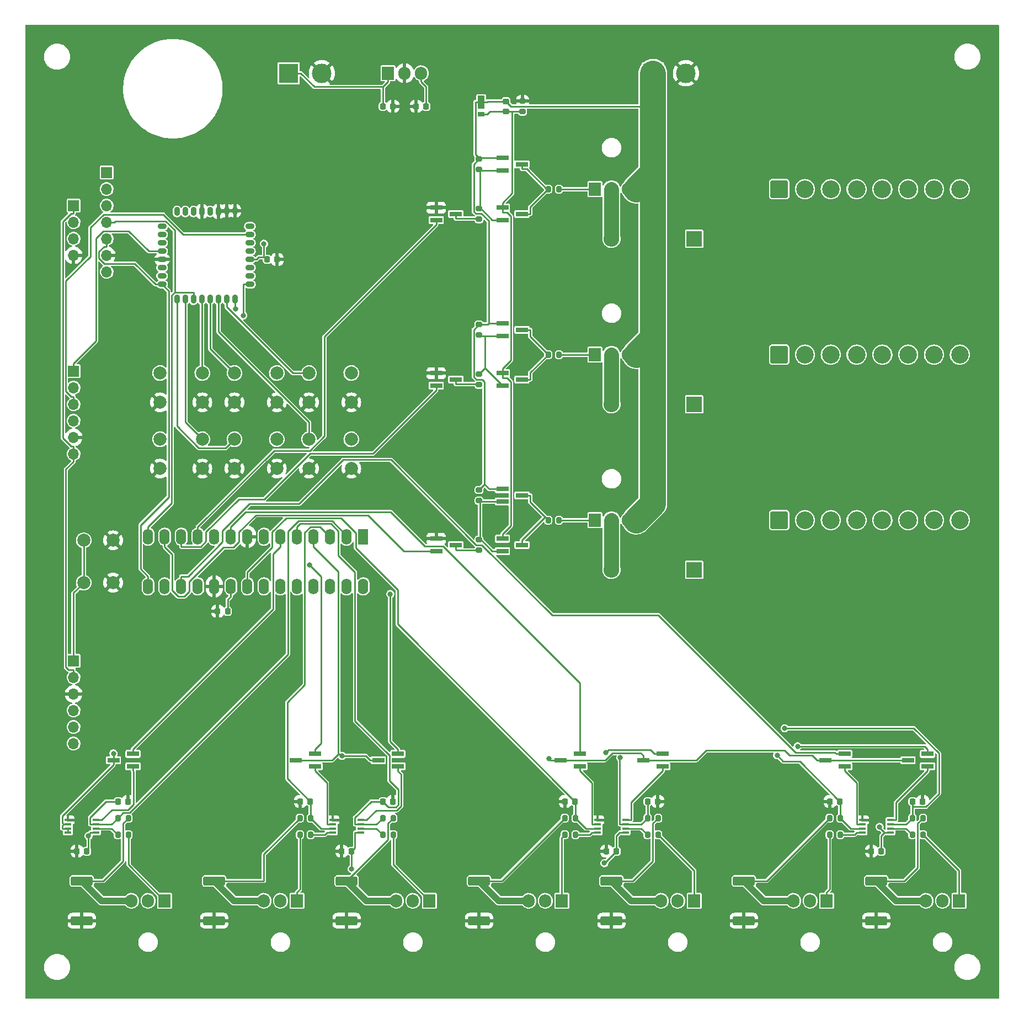
<source format=gbl>
G04 #@! TF.GenerationSoftware,KiCad,Pcbnew,(6.0.6)*
G04 #@! TF.CreationDate,2022-10-16T20:06:39+09:00*
G04 #@! TF.ProjectId,LedScoreBoard,4c656453-636f-4726-9542-6f6172642e6b,rev?*
G04 #@! TF.SameCoordinates,Original*
G04 #@! TF.FileFunction,Copper,L2,Bot*
G04 #@! TF.FilePolarity,Positive*
%FSLAX46Y46*%
G04 Gerber Fmt 4.6, Leading zero omitted, Abs format (unit mm)*
G04 Created by KiCad (PCBNEW (6.0.6)) date 2022-10-16 20:06:39*
%MOMM*%
%LPD*%
G01*
G04 APERTURE LIST*
G04 Aperture macros list*
%AMRoundRect*
0 Rectangle with rounded corners*
0 $1 Rounding radius*
0 $2 $3 $4 $5 $6 $7 $8 $9 X,Y pos of 4 corners*
0 Add a 4 corners polygon primitive as box body*
4,1,4,$2,$3,$4,$5,$6,$7,$8,$9,$2,$3,0*
0 Add four circle primitives for the rounded corners*
1,1,$1+$1,$2,$3*
1,1,$1+$1,$4,$5*
1,1,$1+$1,$6,$7*
1,1,$1+$1,$8,$9*
0 Add four rect primitives between the rounded corners*
20,1,$1+$1,$2,$3,$4,$5,0*
20,1,$1+$1,$4,$5,$6,$7,0*
20,1,$1+$1,$6,$7,$8,$9,0*
20,1,$1+$1,$8,$9,$2,$3,0*%
G04 Aperture macros list end*
G04 #@! TA.AperFunction,ComponentPad*
%ADD10R,1.905000X2.000000*%
G04 #@! TD*
G04 #@! TA.AperFunction,ComponentPad*
%ADD11O,1.905000X2.000000*%
G04 #@! TD*
G04 #@! TA.AperFunction,ComponentPad*
%ADD12C,2.000000*%
G04 #@! TD*
G04 #@! TA.AperFunction,ComponentPad*
%ADD13RoundRect,0.250001X-1.099999X-1.099999X1.099999X-1.099999X1.099999X1.099999X-1.099999X1.099999X0*%
G04 #@! TD*
G04 #@! TA.AperFunction,ComponentPad*
%ADD14C,2.700000*%
G04 #@! TD*
G04 #@! TA.AperFunction,ComponentPad*
%ADD15R,3.000000X3.000000*%
G04 #@! TD*
G04 #@! TA.AperFunction,ComponentPad*
%ADD16C,3.000000*%
G04 #@! TD*
G04 #@! TA.AperFunction,ComponentPad*
%ADD17R,1.700000X1.700000*%
G04 #@! TD*
G04 #@! TA.AperFunction,ComponentPad*
%ADD18O,1.700000X1.700000*%
G04 #@! TD*
G04 #@! TA.AperFunction,ComponentPad*
%ADD19R,1.600000X2.400000*%
G04 #@! TD*
G04 #@! TA.AperFunction,ComponentPad*
%ADD20O,1.600000X2.400000*%
G04 #@! TD*
G04 #@! TA.AperFunction,SMDPad,CuDef*
%ADD21RoundRect,0.200000X-0.275000X0.200000X-0.275000X-0.200000X0.275000X-0.200000X0.275000X0.200000X0*%
G04 #@! TD*
G04 #@! TA.AperFunction,SMDPad,CuDef*
%ADD22RoundRect,0.200000X-0.200000X-0.275000X0.200000X-0.275000X0.200000X0.275000X-0.200000X0.275000X0*%
G04 #@! TD*
G04 #@! TA.AperFunction,SMDPad,CuDef*
%ADD23R,1.900000X0.800000*%
G04 #@! TD*
G04 #@! TA.AperFunction,SMDPad,CuDef*
%ADD24R,1.100000X0.400000*%
G04 #@! TD*
G04 #@! TA.AperFunction,SMDPad,CuDef*
%ADD25RoundRect,0.200000X0.200000X0.275000X-0.200000X0.275000X-0.200000X-0.275000X0.200000X-0.275000X0*%
G04 #@! TD*
G04 #@! TA.AperFunction,SMDPad,CuDef*
%ADD26RoundRect,0.225000X0.225000X0.250000X-0.225000X0.250000X-0.225000X-0.250000X0.225000X-0.250000X0*%
G04 #@! TD*
G04 #@! TA.AperFunction,SMDPad,CuDef*
%ADD27RoundRect,0.200000X0.275000X-0.200000X0.275000X0.200000X-0.275000X0.200000X-0.275000X-0.200000X0*%
G04 #@! TD*
G04 #@! TA.AperFunction,SMDPad,CuDef*
%ADD28R,1.100000X2.000000*%
G04 #@! TD*
G04 #@! TA.AperFunction,SMDPad,CuDef*
%ADD29R,1.100000X0.800000*%
G04 #@! TD*
G04 #@! TA.AperFunction,SMDPad,CuDef*
%ADD30RoundRect,0.225000X-0.225000X-0.250000X0.225000X-0.250000X0.225000X0.250000X-0.225000X0.250000X0*%
G04 #@! TD*
G04 #@! TA.AperFunction,SMDPad,CuDef*
%ADD31RoundRect,0.249999X-1.425001X0.450001X-1.425001X-0.450001X1.425001X-0.450001X1.425001X0.450001X0*%
G04 #@! TD*
G04 #@! TA.AperFunction,ComponentPad*
%ADD32R,2.400000X2.400000*%
G04 #@! TD*
G04 #@! TA.AperFunction,ComponentPad*
%ADD33O,2.400000X2.400000*%
G04 #@! TD*
G04 #@! TA.AperFunction,SMDPad,CuDef*
%ADD34RoundRect,0.225000X-0.250000X0.225000X-0.250000X-0.225000X0.250000X-0.225000X0.250000X0.225000X0*%
G04 #@! TD*
G04 #@! TA.AperFunction,SMDPad,CuDef*
%ADD35O,1.400000X0.900000*%
G04 #@! TD*
G04 #@! TA.AperFunction,SMDPad,CuDef*
%ADD36O,0.900000X1.400000*%
G04 #@! TD*
G04 #@! TA.AperFunction,SMDPad,CuDef*
%ADD37O,0.900000X1.200000*%
G04 #@! TD*
G04 #@! TA.AperFunction,ViaPad*
%ADD38C,0.800000*%
G04 #@! TD*
G04 #@! TA.AperFunction,Conductor*
%ADD39C,0.250000*%
G04 #@! TD*
G04 #@! TA.AperFunction,Conductor*
%ADD40C,2.300000*%
G04 #@! TD*
G04 #@! TA.AperFunction,Conductor*
%ADD41C,4.000000*%
G04 #@! TD*
G04 #@! TA.AperFunction,Conductor*
%ADD42C,1.000000*%
G04 #@! TD*
G04 APERTURE END LIST*
D10*
X163830000Y-160020000D03*
D11*
X161290000Y-160020000D03*
X158750000Y-160020000D03*
D12*
X70560000Y-89190000D03*
X64060000Y-89190000D03*
X70560000Y-93690000D03*
X64060000Y-93690000D03*
D13*
X136222500Y-76200000D03*
D14*
X140182500Y-76200000D03*
X144142500Y-76200000D03*
X148102500Y-76200000D03*
X152062500Y-76200000D03*
X156022500Y-76200000D03*
X159982500Y-76200000D03*
X163942500Y-76200000D03*
D10*
X62230000Y-160020000D03*
D11*
X59690000Y-160020000D03*
X57150000Y-160020000D03*
D10*
X107950000Y-50800000D03*
D11*
X110490000Y-50800000D03*
X113030000Y-50800000D03*
D12*
X41200000Y-89190000D03*
X47700000Y-89190000D03*
X47700000Y-93690000D03*
X41200000Y-93690000D03*
D15*
X116840000Y-33020000D03*
D16*
X121920000Y-33020000D03*
D17*
X27940000Y-123190000D03*
D18*
X27940000Y-125730000D03*
X27940000Y-128270000D03*
X27940000Y-130810000D03*
X27940000Y-133350000D03*
X27940000Y-135890000D03*
D10*
X107950000Y-101600000D03*
D11*
X110490000Y-101600000D03*
X113030000Y-101600000D03*
D10*
X102870000Y-160020000D03*
D11*
X100330000Y-160020000D03*
X97790000Y-160020000D03*
D12*
X59130000Y-79030000D03*
X52630000Y-79030000D03*
X59130000Y-83530000D03*
X52630000Y-83530000D03*
D10*
X76200000Y-33020000D03*
D11*
X78740000Y-33020000D03*
X81280000Y-33020000D03*
D12*
X41200000Y-79030000D03*
X47700000Y-79030000D03*
X47700000Y-83530000D03*
X41200000Y-83530000D03*
D13*
X136222500Y-50800000D03*
D14*
X140182500Y-50800000D03*
X144142500Y-50800000D03*
X148102500Y-50800000D03*
X152062500Y-50800000D03*
X156022500Y-50800000D03*
X159982500Y-50800000D03*
X163942500Y-50800000D03*
D10*
X82550000Y-160020000D03*
D11*
X80010000Y-160020000D03*
X77470000Y-160020000D03*
D13*
X136222500Y-101600000D03*
D14*
X140182500Y-101600000D03*
X144142500Y-101600000D03*
X148102500Y-101600000D03*
X152062500Y-101600000D03*
X156022500Y-101600000D03*
X159982500Y-101600000D03*
X163942500Y-101600000D03*
D19*
X72405000Y-104150000D03*
D20*
X69865000Y-104150000D03*
X67325000Y-104150000D03*
X64785000Y-104150000D03*
X62245000Y-104150000D03*
X59705000Y-104150000D03*
X57165000Y-104150000D03*
X54625000Y-104150000D03*
X52085000Y-104150000D03*
X49545000Y-104150000D03*
X47005000Y-104150000D03*
X44465000Y-104150000D03*
X41925000Y-104150000D03*
X39385000Y-104150000D03*
X39385000Y-111770000D03*
X41925000Y-111770000D03*
X44465000Y-111770000D03*
X47005000Y-111770000D03*
X49545000Y-111770000D03*
X52085000Y-111770000D03*
X54625000Y-111770000D03*
X57165000Y-111770000D03*
X59705000Y-111770000D03*
X62245000Y-111770000D03*
X64785000Y-111770000D03*
X67325000Y-111770000D03*
X69865000Y-111770000D03*
X72405000Y-111770000D03*
D12*
X29500000Y-111200000D03*
X29500000Y-104700000D03*
X34000000Y-111200000D03*
X34000000Y-104700000D03*
D17*
X33020000Y-48260000D03*
D18*
X33020000Y-50800000D03*
X33020000Y-53340000D03*
X33020000Y-55880000D03*
X33020000Y-58420000D03*
X33020000Y-60960000D03*
X33020000Y-63500000D03*
D10*
X107950000Y-76200000D03*
D11*
X110490000Y-76200000D03*
X113030000Y-76200000D03*
D17*
X27940000Y-78740000D03*
D18*
X27940000Y-81280000D03*
X27940000Y-83820000D03*
X27940000Y-86360000D03*
X27940000Y-88900000D03*
X27940000Y-91440000D03*
D12*
X64060000Y-79030000D03*
X70560000Y-79030000D03*
X64060000Y-83530000D03*
X70560000Y-83530000D03*
D10*
X123190000Y-160020000D03*
D11*
X120650000Y-160020000D03*
X118110000Y-160020000D03*
D10*
X41910000Y-160020000D03*
D11*
X39370000Y-160020000D03*
X36830000Y-160020000D03*
D17*
X27940000Y-53340000D03*
D18*
X27940000Y-55880000D03*
X27940000Y-58420000D03*
X27940000Y-60960000D03*
D10*
X143510000Y-160020000D03*
D11*
X140970000Y-160020000D03*
X138430000Y-160020000D03*
D12*
X52630000Y-89190000D03*
X59130000Y-89190000D03*
X52630000Y-93690000D03*
X59130000Y-93690000D03*
D15*
X60960000Y-33020000D03*
D16*
X66040000Y-33020000D03*
D21*
X90170000Y-53785000D03*
X90170000Y-55435000D03*
D22*
X34735000Y-147320000D03*
X36385000Y-147320000D03*
D21*
X90170000Y-79185000D03*
X90170000Y-80835000D03*
D23*
X65000000Y-137480000D03*
X65000000Y-139380000D03*
X62000000Y-138430000D03*
D24*
X67700000Y-149565000D03*
X67700000Y-148915000D03*
X67700000Y-148265000D03*
X67700000Y-147615000D03*
X72000000Y-147615000D03*
X72000000Y-148265000D03*
X72000000Y-148915000D03*
X72000000Y-149565000D03*
D25*
X145605000Y-147320000D03*
X143955000Y-147320000D03*
D24*
X27060000Y-149565000D03*
X27060000Y-148915000D03*
X27060000Y-148265000D03*
X27060000Y-147615000D03*
X31360000Y-147615000D03*
X31360000Y-148265000D03*
X31360000Y-148915000D03*
X31360000Y-149565000D03*
D23*
X146280000Y-137480000D03*
X146280000Y-139380000D03*
X143280000Y-138430000D03*
D26*
X82055000Y-38100000D03*
X80505000Y-38100000D03*
D27*
X96852500Y-38925000D03*
X96852500Y-37275000D03*
D23*
X37060000Y-137480000D03*
X37060000Y-139380000D03*
X34060000Y-138430000D03*
D22*
X116015000Y-147320000D03*
X117665000Y-147320000D03*
D28*
X90502500Y-37450000D03*
D29*
X90502500Y-39350000D03*
D23*
X83590000Y-106360000D03*
X83590000Y-104460000D03*
X86590000Y-105410000D03*
D30*
X50040000Y-115580000D03*
X51590000Y-115580000D03*
D22*
X156655000Y-149860000D03*
X158305000Y-149860000D03*
D26*
X64275000Y-144780000D03*
X62725000Y-144780000D03*
D23*
X118340000Y-137480000D03*
X118340000Y-139380000D03*
X115340000Y-138430000D03*
D31*
X49530000Y-156970000D03*
X49530000Y-163070000D03*
D24*
X148980000Y-149565000D03*
X148980000Y-148915000D03*
X148980000Y-148265000D03*
X148980000Y-147615000D03*
X153280000Y-147615000D03*
X153280000Y-148265000D03*
X153280000Y-148915000D03*
X153280000Y-149565000D03*
D25*
X64325000Y-147320000D03*
X62675000Y-147320000D03*
D21*
X90170000Y-46165000D03*
X90170000Y-47815000D03*
D30*
X75425000Y-38100000D03*
X76975000Y-38100000D03*
D25*
X104965000Y-149860000D03*
X103315000Y-149860000D03*
D22*
X100775000Y-50800000D03*
X102425000Y-50800000D03*
D26*
X59195000Y-61595000D03*
X57645000Y-61595000D03*
X151905000Y-152400000D03*
X150355000Y-152400000D03*
D32*
X123190000Y-109220000D03*
D33*
X110490000Y-109220000D03*
D25*
X145605000Y-149860000D03*
X143955000Y-149860000D03*
D22*
X100775000Y-76200000D03*
X102425000Y-76200000D03*
D23*
X77700000Y-137480000D03*
X77700000Y-139380000D03*
X74700000Y-138430000D03*
X93750000Y-80960000D03*
X93750000Y-79060000D03*
X96750000Y-80010000D03*
D30*
X116065000Y-144780000D03*
X117615000Y-144780000D03*
D31*
X130810000Y-156970000D03*
X130810000Y-163070000D03*
D30*
X156705000Y-144780000D03*
X158255000Y-144780000D03*
D23*
X93750000Y-47940000D03*
X93750000Y-46040000D03*
X96750000Y-46990000D03*
X93750000Y-106360000D03*
X93750000Y-104460000D03*
X96750000Y-105410000D03*
D32*
X123190000Y-83820000D03*
D33*
X110490000Y-83820000D03*
D21*
X90170000Y-96965000D03*
X90170000Y-98615000D03*
D26*
X104915000Y-144780000D03*
X103365000Y-144780000D03*
D23*
X93750000Y-55560000D03*
X93750000Y-53660000D03*
X96750000Y-54610000D03*
D26*
X111265000Y-152400000D03*
X109715000Y-152400000D03*
D31*
X69850000Y-156970000D03*
X69850000Y-163070000D03*
D26*
X145555000Y-144780000D03*
X144005000Y-144780000D03*
D23*
X83590000Y-80960000D03*
X83590000Y-79060000D03*
X86590000Y-80010000D03*
X105640000Y-137480000D03*
X105640000Y-139380000D03*
X102640000Y-138430000D03*
D31*
X110490000Y-156970000D03*
X110490000Y-163070000D03*
D34*
X94312500Y-37325000D03*
X94312500Y-38875000D03*
D22*
X100775000Y-101600000D03*
X102425000Y-101600000D03*
D30*
X34785000Y-144780000D03*
X36335000Y-144780000D03*
D31*
X29210000Y-156970000D03*
X29210000Y-163070000D03*
D22*
X75375000Y-149860000D03*
X77025000Y-149860000D03*
X156655000Y-147320000D03*
X158305000Y-147320000D03*
D23*
X158980000Y-137480000D03*
X158980000Y-139380000D03*
X155980000Y-138430000D03*
D31*
X90170000Y-156970000D03*
X90170000Y-163070000D03*
D23*
X83590000Y-55560000D03*
X83590000Y-53660000D03*
X86590000Y-54610000D03*
D31*
X151130000Y-156970000D03*
X151130000Y-163070000D03*
D22*
X116015000Y-149860000D03*
X117665000Y-149860000D03*
D21*
X90170000Y-104585000D03*
X90170000Y-106235000D03*
D22*
X75375000Y-147320000D03*
X77025000Y-147320000D03*
D25*
X64325000Y-149860000D03*
X62675000Y-149860000D03*
D23*
X93750000Y-98740000D03*
X93750000Y-96840000D03*
X96750000Y-97790000D03*
D22*
X34735000Y-149860000D03*
X36385000Y-149860000D03*
D26*
X70625000Y-152400000D03*
X69075000Y-152400000D03*
D24*
X108340000Y-149565000D03*
X108340000Y-148915000D03*
X108340000Y-148265000D03*
X108340000Y-147615000D03*
X112640000Y-147615000D03*
X112640000Y-148265000D03*
X112640000Y-148915000D03*
X112640000Y-149565000D03*
D35*
X54995000Y-56515000D03*
X54995000Y-57785000D03*
X54995000Y-59055000D03*
X54995000Y-60325000D03*
X54995000Y-61595000D03*
X54995000Y-62865000D03*
X54995000Y-64135000D03*
X54995000Y-65405000D03*
D36*
X52705000Y-67695000D03*
X51435000Y-67695000D03*
X50165000Y-67695000D03*
X48895000Y-67695000D03*
X47625000Y-67695000D03*
X46355000Y-67695000D03*
X45085000Y-67695000D03*
X43815000Y-67695000D03*
D35*
X41525000Y-65405000D03*
X41525000Y-64135000D03*
X41525000Y-62865000D03*
X41525000Y-61595000D03*
X41525000Y-60325000D03*
X41525000Y-59055000D03*
X41525000Y-57785000D03*
X41525000Y-56515000D03*
D36*
X43815000Y-54225000D03*
X45085000Y-54225000D03*
X46355000Y-54225000D03*
X47625000Y-54225000D03*
X48895000Y-54225000D03*
X50165000Y-54225000D03*
D37*
X51435000Y-54125000D03*
X52705000Y-54125000D03*
D21*
X90170000Y-71565000D03*
X90170000Y-73215000D03*
D25*
X104965000Y-147320000D03*
X103315000Y-147320000D03*
D26*
X29985000Y-152400000D03*
X28435000Y-152400000D03*
D23*
X93750000Y-73340000D03*
X93750000Y-71440000D03*
X96750000Y-72390000D03*
D30*
X75425000Y-144780000D03*
X76975000Y-144780000D03*
D32*
X123190000Y-58420000D03*
D33*
X110490000Y-58420000D03*
D38*
X57158800Y-59180700D03*
X109392300Y-154245400D03*
X30229500Y-150065500D03*
X70625000Y-155141300D03*
X151633500Y-148678400D03*
X111848100Y-138054200D03*
X135912700Y-137699700D03*
X137065200Y-133545800D03*
X64150600Y-108494900D03*
X69148400Y-137791200D03*
X34060000Y-137405300D03*
X100910400Y-138176400D03*
X76540500Y-112936100D03*
X109596400Y-137304900D03*
X139060100Y-136304300D03*
X52770600Y-69198900D03*
X53969700Y-70207500D03*
D39*
X26287600Y-88979600D02*
X27572700Y-90264700D01*
X52085000Y-113295300D02*
X51590000Y-113790300D01*
X27572700Y-54515300D02*
X26287600Y-55800400D01*
X27132000Y-124554700D02*
X26764700Y-124187400D01*
X57285000Y-61235000D02*
X57158800Y-61235000D01*
X56380300Y-61235000D02*
X56020300Y-61595000D01*
X26764700Y-93790600D02*
X27940000Y-92615300D01*
X27940000Y-54515300D02*
X27572700Y-54515300D01*
X57158800Y-59180700D02*
X57158800Y-61235000D01*
X27940000Y-91440000D02*
X27940000Y-90264700D01*
X26764700Y-124187400D02*
X26764700Y-93790600D01*
X27940000Y-53340000D02*
X27940000Y-54515300D01*
X27940000Y-124554700D02*
X27132000Y-124554700D01*
X81280000Y-34345300D02*
X82055000Y-35120300D01*
X57158800Y-61235000D02*
X56380300Y-61235000D01*
X81280000Y-33020000D02*
X81280000Y-34345300D01*
X54995000Y-61595000D02*
X56020300Y-61595000D01*
X57645000Y-61595000D02*
X57285000Y-61235000D01*
X51590000Y-113790300D02*
X51590000Y-115580000D01*
X82055000Y-35120300D02*
X82055000Y-38100000D01*
X52085000Y-111770000D02*
X52085000Y-113295300D01*
X27940000Y-125730000D02*
X27940000Y-124554700D01*
X26287600Y-55800400D02*
X26287600Y-88979600D01*
X27940000Y-91440000D02*
X27940000Y-92615300D01*
X27572700Y-90264700D02*
X27940000Y-90264700D01*
X93750000Y-79422600D02*
X93750000Y-79785300D01*
X93750000Y-53660000D02*
X93750000Y-54385300D01*
X93750000Y-79060000D02*
X93750000Y-78334700D01*
X93750000Y-104460000D02*
X93750000Y-103734700D01*
X95025400Y-80335400D02*
X94475300Y-79785300D01*
X95200000Y-38875000D02*
X94312500Y-38875000D01*
X94475300Y-79785300D02*
X93750000Y-79785300D01*
X93750000Y-79422600D02*
X93750000Y-79060000D01*
X93750000Y-53660000D02*
X93750000Y-52934700D01*
X94312500Y-38875000D02*
X91852800Y-38875000D01*
X95025400Y-54935400D02*
X94475300Y-54385300D01*
X95025400Y-77059300D02*
X95025400Y-54935400D01*
X90502500Y-39350000D02*
X91377800Y-39350000D01*
X91852800Y-38875000D02*
X91377800Y-39350000D01*
X95250000Y-38925000D02*
X95250000Y-51434700D01*
X95250000Y-38925000D02*
X96852500Y-38925000D01*
X95025400Y-102459300D02*
X95025400Y-80335400D01*
X95250000Y-38925000D02*
X95200000Y-38875000D01*
X95250000Y-51434700D02*
X93750000Y-52934700D01*
X93750000Y-103734700D02*
X95025400Y-102459300D01*
X94475300Y-54385300D02*
X93750000Y-54385300D01*
X93750000Y-78334700D02*
X95025400Y-77059300D01*
X111764700Y-149565000D02*
X111265000Y-150064700D01*
X60960000Y-33020000D02*
X62785300Y-33020000D01*
X71124700Y-151900300D02*
X71124700Y-149565000D01*
X111265000Y-150064700D02*
X111265000Y-152400000D01*
X151633500Y-148793800D02*
X152404700Y-149565000D01*
X75425000Y-35120300D02*
X75425000Y-38100000D01*
X70625000Y-152400000D02*
X70625000Y-155141300D01*
X151633500Y-148678400D02*
X151633500Y-148793800D01*
X76200000Y-33020000D02*
X76200000Y-34345300D01*
X151905000Y-152400000D02*
X151905000Y-150064700D01*
X151905000Y-150064700D02*
X152404700Y-149565000D01*
X76200000Y-34345300D02*
X75425000Y-35120300D01*
X30484700Y-149810300D02*
X30484700Y-149565000D01*
X64885600Y-35120300D02*
X75425000Y-35120300D01*
X109392300Y-154245400D02*
X109419600Y-154245400D01*
X62785300Y-33020000D02*
X64885600Y-35120300D01*
X153280000Y-149565000D02*
X152404700Y-149565000D01*
X31360000Y-149565000D02*
X30484700Y-149565000D01*
X109419600Y-154245400D02*
X111265000Y-152400000D01*
X29985000Y-152400000D02*
X30229500Y-152155500D01*
X30229500Y-150065500D02*
X30484700Y-149810300D01*
X72000000Y-149565000D02*
X71124700Y-149565000D01*
X70625000Y-152400000D02*
X71124700Y-151900300D01*
X30229500Y-152155500D02*
X30229500Y-150065500D01*
X112640000Y-149565000D02*
X111764700Y-149565000D01*
X32939700Y-144780000D02*
X34785000Y-144780000D01*
X33790000Y-148265000D02*
X34735000Y-147320000D01*
X30484700Y-147235000D02*
X32939700Y-144780000D01*
X31360000Y-148265000D02*
X30484700Y-148265000D01*
X60830400Y-122198000D02*
X36509600Y-146518800D01*
X69865000Y-103970600D02*
X67618500Y-101724100D01*
X60830400Y-103334500D02*
X60830400Y-122198000D01*
X35536200Y-146518800D02*
X34735000Y-147320000D01*
X62440800Y-101724100D02*
X60830400Y-103334500D01*
X69865000Y-104150000D02*
X69865000Y-103970600D01*
X31360000Y-148265000D02*
X33790000Y-148265000D01*
X36509600Y-146518800D02*
X35536200Y-146518800D01*
X30484700Y-148265000D02*
X30484700Y-147235000D01*
X67618500Y-101724100D02*
X62440800Y-101724100D01*
X65799700Y-102624700D02*
X64281800Y-102624700D01*
X60724600Y-129581900D02*
X60724600Y-141229600D01*
X60724600Y-141229600D02*
X64275000Y-144780000D01*
X64325000Y-144830000D02*
X64275000Y-144780000D01*
X67700000Y-148915000D02*
X65920000Y-148915000D01*
X63425300Y-103481200D02*
X63425300Y-126881200D01*
X67325000Y-104150000D02*
X65799700Y-102624700D01*
X63425300Y-126881200D02*
X60724600Y-129581900D01*
X64281800Y-102624700D02*
X63425300Y-103481200D01*
X64325000Y-147320000D02*
X64325000Y-144830000D01*
X65920000Y-148915000D02*
X64325000Y-147320000D01*
X67429000Y-102174400D02*
X62695300Y-102174400D01*
X68595000Y-107075400D02*
X68595000Y-103340400D01*
X62245000Y-104150000D02*
X62245000Y-102624700D01*
X68595000Y-103340400D02*
X67429000Y-102174400D01*
X75375000Y-147320000D02*
X74430000Y-148265000D01*
X71135000Y-132415000D02*
X71135000Y-109615400D01*
X77765300Y-145267400D02*
X77765300Y-142904300D01*
X62695300Y-102174400D02*
X62245000Y-102624700D01*
X76424600Y-141563600D02*
X76424600Y-137704600D01*
X76260700Y-145615700D02*
X77417000Y-145615700D01*
X77765300Y-142904300D02*
X76424600Y-141563600D01*
X76424600Y-137704600D02*
X71135000Y-132415000D01*
X71124700Y-147246800D02*
X73591500Y-144780000D01*
X71124700Y-148265000D02*
X71124700Y-147246800D01*
X72000000Y-148265000D02*
X71124700Y-148265000D01*
X75425000Y-144780000D02*
X76260700Y-145615700D01*
X73591500Y-144780000D02*
X75425000Y-144780000D01*
X71135000Y-109615400D02*
X68595000Y-107075400D01*
X77417000Y-145615700D02*
X77765300Y-145267400D01*
X74430000Y-148265000D02*
X72000000Y-148265000D01*
X69000000Y-101273800D02*
X60570900Y-101273800D01*
X58435000Y-103409700D02*
X58435000Y-105797800D01*
X54625000Y-111770000D02*
X54625000Y-110244700D01*
X77700000Y-112280600D02*
X71279600Y-105860200D01*
X106560000Y-148915000D02*
X104965000Y-147320000D01*
X71279600Y-103553400D02*
X69000000Y-101273800D01*
X77700000Y-117565000D02*
X77700000Y-112280600D01*
X104965000Y-144830000D02*
X104915000Y-144780000D01*
X108340000Y-148915000D02*
X106560000Y-148915000D01*
X104915000Y-144780000D02*
X77700000Y-117565000D01*
X58435000Y-105797800D02*
X54625000Y-109607800D01*
X60570900Y-101273800D02*
X58435000Y-103409700D01*
X71279600Y-105860200D02*
X71279600Y-103553400D01*
X104965000Y-147320000D02*
X104965000Y-144830000D01*
X54625000Y-109607800D02*
X54625000Y-110244700D01*
X112640000Y-148265000D02*
X111764700Y-148265000D01*
X116015000Y-147320000D02*
X116065000Y-147270000D01*
X115070000Y-148265000D02*
X112640000Y-148265000D01*
X116015000Y-147320000D02*
X115070000Y-148265000D01*
X116065000Y-147270000D02*
X116065000Y-144780000D01*
X111764700Y-148265000D02*
X111764700Y-138137600D01*
X111764700Y-138137600D02*
X111848100Y-138054200D01*
X136818900Y-138605900D02*
X135912700Y-137699700D01*
X148980000Y-148915000D02*
X147200000Y-148915000D01*
X145605000Y-144830000D02*
X145555000Y-144780000D01*
X139380900Y-138605900D02*
X136818900Y-138605900D01*
X147200000Y-148915000D02*
X145605000Y-147320000D01*
X145605000Y-147320000D02*
X145605000Y-144830000D01*
X145555000Y-144780000D02*
X139380900Y-138605900D01*
X156705000Y-145598500D02*
X156705000Y-144780000D01*
X156655000Y-147320000D02*
X155710000Y-148265000D01*
X156705000Y-147270000D02*
X156705000Y-145598500D01*
X155710000Y-148265000D02*
X153280000Y-148265000D01*
X160733300Y-143587900D02*
X160733300Y-137390800D01*
X160733300Y-137390800D02*
X156888300Y-133545800D01*
X156705000Y-145598500D02*
X158722700Y-145598500D01*
X156655000Y-147320000D02*
X156705000Y-147270000D01*
X156888300Y-133545800D02*
X137065200Y-133545800D01*
X158722700Y-145598500D02*
X160733300Y-143587900D01*
D40*
X110490000Y-58420000D02*
X110490000Y-50800000D01*
X110490000Y-83820000D02*
X110490000Y-76200000D01*
X110490000Y-101600000D02*
X110490000Y-109220000D01*
D39*
X29500000Y-111200000D02*
X27940000Y-112760000D01*
X27940000Y-123190000D02*
X27940000Y-122014700D01*
X31355800Y-74148900D02*
X31355800Y-58386000D01*
X32497500Y-57244300D02*
X36397900Y-57244300D01*
X29500000Y-104700000D02*
X29500000Y-111200000D01*
X27940000Y-112760000D02*
X27940000Y-122014700D01*
X27940000Y-78740000D02*
X27940000Y-77564700D01*
X31355800Y-58386000D02*
X32497500Y-57244300D01*
X36397900Y-57244300D02*
X39478600Y-60325000D01*
X39478600Y-60325000D02*
X41525000Y-60325000D01*
X27940000Y-77564700D02*
X31355800Y-74148900D01*
D41*
X116840000Y-73660000D02*
X114300000Y-76200000D01*
D39*
X89352800Y-79607000D02*
X89352800Y-72382200D01*
X91634800Y-55636700D02*
X91634800Y-71440000D01*
D41*
X116840000Y-48260000D02*
X116840000Y-73660000D01*
D39*
X90640000Y-80010000D02*
X89755800Y-80010000D01*
X89345000Y-54225700D02*
X89630500Y-54511200D01*
X93750000Y-96840000D02*
X91731000Y-96840000D01*
D41*
X116840000Y-48260000D02*
X114300000Y-50800000D01*
D39*
X91013000Y-96122000D02*
X91013000Y-80383000D01*
D41*
X116840000Y-99060000D02*
X114300000Y-101600000D01*
D39*
X89627200Y-45497200D02*
X90170000Y-46040000D01*
X91731000Y-96840000D02*
X91013000Y-96122000D01*
X90509300Y-54511200D02*
X91634800Y-55636700D01*
X90502500Y-37450000D02*
X91377800Y-37450000D01*
X116840000Y-38100000D02*
X95087500Y-38100000D01*
X89352800Y-72382200D02*
X90170000Y-71565000D01*
X89345000Y-46990000D02*
X89345000Y-54225700D01*
X94312500Y-37325000D02*
X91502800Y-37325000D01*
X90170000Y-46040000D02*
X90170000Y-46165000D01*
X90170000Y-46165000D02*
X89345000Y-46990000D01*
X90170000Y-46040000D02*
X92474700Y-46040000D01*
X89630500Y-54511200D02*
X90509300Y-54511200D01*
X92474700Y-71440000D02*
X91634800Y-71440000D01*
D41*
X116840000Y-73660000D02*
X116840000Y-99060000D01*
D39*
X91013000Y-80383000D02*
X90640000Y-80010000D01*
X89627200Y-37450000D02*
X89627200Y-45497200D01*
X91013000Y-96122000D02*
X90170000Y-96965000D01*
X90502500Y-37450000D02*
X89627200Y-37450000D01*
X89755800Y-80010000D02*
X89352800Y-79607000D01*
X93750000Y-71440000D02*
X92474700Y-71440000D01*
X91509800Y-71565000D02*
X90170000Y-71565000D01*
X91502800Y-37325000D02*
X91377800Y-37450000D01*
D41*
X116840000Y-33020000D02*
X116840000Y-48260000D01*
D39*
X95087500Y-38100000D02*
X94312500Y-37325000D01*
X93750000Y-46040000D02*
X92474700Y-46040000D01*
X91634800Y-71440000D02*
X91509800Y-71565000D01*
X66453700Y-88672700D02*
X64193100Y-90933300D01*
X58696400Y-90933300D02*
X47005000Y-102624700D01*
X47005000Y-104150000D02*
X47005000Y-102624700D01*
X83590000Y-55560000D02*
X83590000Y-56285300D01*
X64193100Y-90933300D02*
X58696400Y-90933300D01*
X66453700Y-73421600D02*
X66453700Y-88672700D01*
X83590000Y-56285300D02*
X66453700Y-73421600D01*
X86590000Y-55335300D02*
X90070300Y-55335300D01*
X90070300Y-55335300D02*
X90170000Y-55435000D01*
X86590000Y-54610000D02*
X86590000Y-55335300D01*
X93750000Y-55560000D02*
X92195000Y-55560000D01*
X90295000Y-47940000D02*
X90170000Y-47815000D01*
X90295000Y-53660000D02*
X90170000Y-53785000D01*
X93750000Y-47940000D02*
X90295000Y-47940000D01*
X90295000Y-47940000D02*
X90295000Y-53660000D01*
X92195000Y-55560000D02*
X90295000Y-53660000D01*
X100667500Y-50907500D02*
X100775000Y-50800000D01*
X97475300Y-47715300D02*
X96750000Y-47715300D01*
X96750000Y-46990000D02*
X96750000Y-47715300D01*
X98025300Y-53549700D02*
X100667500Y-50907500D01*
X100667500Y-50907500D02*
X97475300Y-47715300D01*
X96750000Y-54610000D02*
X98025300Y-54610000D01*
X98025300Y-54610000D02*
X98025300Y-53549700D01*
X102425000Y-50800000D02*
X107950000Y-50800000D01*
X53271600Y-98426500D02*
X48275000Y-103423100D01*
X83590000Y-81685300D02*
X73891600Y-91383700D01*
X48275000Y-103423100D02*
X48275000Y-104882400D01*
X57178600Y-98426500D02*
X53271600Y-98426500D01*
X44465000Y-104150000D02*
X44465000Y-105675300D01*
X83590000Y-80960000D02*
X83590000Y-81685300D01*
X73891600Y-91383700D02*
X64221400Y-91383700D01*
X47482100Y-105675300D02*
X44465000Y-105675300D01*
X64221400Y-91383700D02*
X57178600Y-98426500D01*
X48275000Y-104882400D02*
X47482100Y-105675300D01*
X86590000Y-80010000D02*
X86590000Y-80735300D01*
X90070300Y-80735300D02*
X90170000Y-80835000D01*
X86590000Y-80735300D02*
X90070300Y-80735300D01*
X93750000Y-73340000D02*
X91072500Y-73340000D01*
X91072500Y-73340000D02*
X91072500Y-78282500D01*
X93750000Y-80960000D02*
X91072500Y-78282500D01*
X91072500Y-73340000D02*
X90295000Y-73340000D01*
X91072500Y-78282500D02*
X90170000Y-79185000D01*
X90295000Y-73340000D02*
X90170000Y-73215000D01*
X98025300Y-80010000D02*
X98025300Y-78949700D01*
X96750000Y-72390000D02*
X98025300Y-72390000D01*
X98025300Y-73450300D02*
X100775000Y-76200000D01*
X98025300Y-78949700D02*
X100775000Y-76200000D01*
X96750000Y-80010000D02*
X98025300Y-80010000D01*
X98025300Y-72390000D02*
X98025300Y-73450300D01*
X102425000Y-76200000D02*
X107950000Y-76200000D01*
X50934300Y-105815300D02*
X45735000Y-111014600D01*
X45735000Y-112535100D02*
X44957200Y-113312900D01*
X43096800Y-112404800D02*
X43096800Y-106847100D01*
X45735000Y-111014600D02*
X45735000Y-112535100D01*
X41925000Y-104150000D02*
X41925000Y-105675300D01*
X53355000Y-103372600D02*
X53355000Y-104935700D01*
X44957200Y-113312900D02*
X44004900Y-113312900D01*
X44004900Y-113312900D02*
X43096800Y-112404800D01*
X83590000Y-106360000D02*
X78658200Y-106360000D01*
X73121700Y-100823500D02*
X55904100Y-100823500D01*
X43096800Y-106847100D02*
X41925000Y-105675300D01*
X78658200Y-106360000D02*
X73121700Y-100823500D01*
X52475400Y-105815300D02*
X50934300Y-105815300D01*
X53355000Y-104935700D02*
X52475400Y-105815300D01*
X55904100Y-100823500D02*
X53355000Y-103372600D01*
X86689700Y-106235000D02*
X86590000Y-106135300D01*
X86590000Y-105410000D02*
X86590000Y-106135300D01*
X90170000Y-106235000D02*
X86689700Y-106235000D01*
X90295000Y-104460000D02*
X92195000Y-106360000D01*
X90295000Y-98740000D02*
X90295000Y-104460000D01*
X92195000Y-106360000D02*
X93750000Y-106360000D01*
X90295000Y-104460000D02*
X90170000Y-104585000D01*
X93750000Y-98740000D02*
X90295000Y-98740000D01*
X90295000Y-98740000D02*
X90170000Y-98615000D01*
X96750000Y-97790000D02*
X98025300Y-97790000D01*
X96750000Y-105410000D02*
X96750000Y-104684700D01*
X98025300Y-98850300D02*
X100304900Y-101129800D01*
X98025300Y-97790000D02*
X98025300Y-98850300D01*
X100304900Y-101129800D02*
X96750000Y-104684700D01*
X100304900Y-101129800D02*
X100775000Y-101600000D01*
X102425000Y-101600000D02*
X107950000Y-101600000D01*
X37060000Y-136754700D02*
X58567100Y-115247600D01*
X58567100Y-115247600D02*
X58567100Y-106813200D01*
X58567100Y-106813200D02*
X59705000Y-105675300D01*
X59705000Y-104150000D02*
X59705000Y-105675300D01*
X37060000Y-137480000D02*
X37060000Y-136754700D01*
X37060000Y-140105300D02*
X37116100Y-140161400D01*
X37116100Y-140161400D02*
X37116100Y-145260300D01*
X33807600Y-146042700D02*
X32235300Y-147615000D01*
X37116100Y-145260300D02*
X36333700Y-146042700D01*
X31360000Y-147615000D02*
X32235300Y-147615000D01*
X36333700Y-146042700D02*
X33807600Y-146042700D01*
X37060000Y-139380000D02*
X37060000Y-140105300D01*
X36385000Y-154495000D02*
X41910000Y-160020000D01*
X36385000Y-149860000D02*
X36385000Y-154495000D01*
X29210000Y-156970000D02*
X32502200Y-156970000D01*
D42*
X32260000Y-160020000D02*
X29210000Y-156970000D01*
X36830000Y-160020000D02*
X32260000Y-160020000D01*
D39*
X35560000Y-148145000D02*
X35560000Y-153912200D01*
X36385000Y-147320000D02*
X35560000Y-148145000D01*
X35560000Y-153912200D02*
X32502200Y-156970000D01*
X65910400Y-110254700D02*
X64150600Y-108494900D01*
X65910400Y-135844300D02*
X65910400Y-110254700D01*
X65000000Y-137480000D02*
X65000000Y-136754700D01*
X65000000Y-136754700D02*
X65910400Y-135844300D01*
X65000000Y-140105300D02*
X66824700Y-141930000D01*
X66824700Y-141930000D02*
X66824700Y-148265000D01*
X67700000Y-148265000D02*
X66824700Y-148265000D01*
X65000000Y-139380000D02*
X65000000Y-140105300D01*
X67653300Y-138430000D02*
X68595000Y-137488300D01*
X101164000Y-138430000D02*
X100910400Y-138176400D01*
X34060000Y-139155300D02*
X26184600Y-147030700D01*
X26428400Y-148265000D02*
X27060000Y-148265000D01*
X34060000Y-138430000D02*
X34060000Y-137405300D01*
X27060000Y-149565000D02*
X27060000Y-148915000D01*
X26184700Y-148915000D02*
X26184700Y-148508700D01*
X34060000Y-138430000D02*
X34060000Y-139155300D01*
X62000000Y-138430000D02*
X67653300Y-138430000D01*
X143280000Y-138430000D02*
X142004700Y-138430000D01*
X64785000Y-104150000D02*
X64785000Y-105675300D01*
X141279800Y-137705100D02*
X142004700Y-138430000D01*
X102640000Y-138430000D02*
X101164000Y-138430000D01*
X115340000Y-138430000D02*
X123536300Y-138430000D01*
X68595000Y-137488300D02*
X68595000Y-109485300D01*
X73424700Y-138430000D02*
X72785900Y-137791200D01*
X137796900Y-137705100D02*
X141279800Y-137705100D01*
X137014600Y-136922800D02*
X137796900Y-137705100D01*
X114964000Y-137328700D02*
X115340000Y-137704700D01*
X68845500Y-137488300D02*
X68595000Y-137488300D01*
X123536300Y-138430000D02*
X125043500Y-136922800D01*
X26184700Y-148508700D02*
X26428400Y-148265000D01*
X72785900Y-137791200D02*
X69148400Y-137791200D01*
X68595000Y-109485300D02*
X64785000Y-105675300D01*
X69148400Y-137791200D02*
X68845500Y-137488300D01*
X109497100Y-138430000D02*
X110598400Y-137328700D01*
X102640000Y-138430000D02*
X109497100Y-138430000D01*
X125043500Y-136922800D02*
X137014600Y-136922800D01*
X155980000Y-138430000D02*
X143280000Y-138430000D01*
X27060000Y-148915000D02*
X26184700Y-148915000D01*
X26184600Y-147030700D02*
X26184600Y-148021200D01*
X74700000Y-138430000D02*
X73424700Y-138430000D01*
X110598400Y-137328700D02*
X114964000Y-137328700D01*
X26184600Y-148021200D02*
X26428400Y-148265000D01*
X115340000Y-138430000D02*
X115340000Y-137704700D01*
X62230000Y-160020000D02*
X62230000Y-158694700D01*
X62675000Y-149860000D02*
X62675000Y-158249700D01*
X62675000Y-158249700D02*
X62230000Y-158694700D01*
X57150000Y-152845000D02*
X57150000Y-156970000D01*
X62675000Y-147320000D02*
X57150000Y-152845000D01*
D42*
X57150000Y-160020000D02*
X52580000Y-160020000D01*
D39*
X49530000Y-156970000D02*
X57150000Y-156970000D01*
D42*
X52580000Y-160020000D02*
X49530000Y-156970000D01*
D39*
X77700000Y-137480000D02*
X77700000Y-136754700D01*
X77700000Y-136754700D02*
X76540500Y-135595200D01*
X76540500Y-135595200D02*
X76540500Y-112936100D01*
X77567800Y-146133000D02*
X74357300Y-146133000D01*
X77700000Y-140105300D02*
X78215700Y-140621000D01*
X78215700Y-145485100D02*
X77567800Y-146133000D01*
X77700000Y-139380000D02*
X77700000Y-140105300D01*
X78215700Y-140621000D02*
X78215700Y-145485100D01*
X72000000Y-147615000D02*
X72875300Y-147615000D01*
X74357300Y-146133000D02*
X72875300Y-147615000D01*
X77025000Y-154495000D02*
X77025000Y-149860000D01*
X82550000Y-160020000D02*
X77025000Y-154495000D01*
X77025000Y-147320000D02*
X76200000Y-148145000D01*
D42*
X77470000Y-160020000D02*
X72900000Y-160020000D01*
X72900000Y-160020000D02*
X69850000Y-156970000D01*
D39*
X76200000Y-150620000D02*
X72797700Y-154022300D01*
X72797700Y-154022300D02*
X69850000Y-156970000D01*
X76200000Y-148145000D02*
X76200000Y-150620000D01*
X105640000Y-126566900D02*
X84676800Y-105603700D01*
X84676800Y-105603700D02*
X81836800Y-105603700D01*
X105640000Y-137480000D02*
X105640000Y-126566900D01*
X54336500Y-100373200D02*
X52085000Y-102624700D01*
X76606300Y-100373200D02*
X54336500Y-100373200D01*
X52085000Y-104150000D02*
X52085000Y-102624700D01*
X81836800Y-105603700D02*
X76606300Y-100373200D01*
X107464700Y-148265000D02*
X107464700Y-141930000D01*
X108340000Y-148265000D02*
X107464700Y-148265000D01*
X105640000Y-139380000D02*
X105640000Y-140105300D01*
X107464700Y-141930000D02*
X105640000Y-140105300D01*
X102870000Y-150305000D02*
X102870000Y-160020000D01*
X103315000Y-149860000D02*
X102870000Y-150305000D01*
X93665000Y-156970000D02*
X103315000Y-147320000D01*
D42*
X93220000Y-160020000D02*
X90170000Y-156970000D01*
X97790000Y-160020000D02*
X93220000Y-160020000D01*
D39*
X90170000Y-156970000D02*
X93665000Y-156970000D01*
X117064700Y-137480000D02*
X116462100Y-136877400D01*
X116462100Y-136877400D02*
X110023900Y-136877400D01*
X110023900Y-136877400D02*
X109596400Y-137304900D01*
X118340000Y-137480000D02*
X117064700Y-137480000D01*
X112640000Y-147615000D02*
X113515300Y-147615000D01*
X113515300Y-144930000D02*
X113515300Y-147615000D01*
X118340000Y-140105300D02*
X113515300Y-144930000D01*
X118340000Y-139380000D02*
X118340000Y-140105300D01*
X123190000Y-160020000D02*
X123190000Y-158694700D01*
X123190000Y-155385000D02*
X123190000Y-158694700D01*
X117665000Y-149860000D02*
X123190000Y-155385000D01*
D42*
X113540000Y-160020000D02*
X110490000Y-156970000D01*
D39*
X116841300Y-148143700D02*
X117665000Y-147320000D01*
X113782200Y-156970000D02*
X116841300Y-153910900D01*
D42*
X118110000Y-160020000D02*
X113540000Y-160020000D01*
D39*
X116841300Y-153910900D02*
X116841300Y-148143700D01*
X110490000Y-156970000D02*
X113782200Y-156970000D01*
X45513600Y-110244700D02*
X50815000Y-104943300D01*
X50815000Y-104943300D02*
X50815000Y-103247300D01*
X90608100Y-105410000D02*
X101376300Y-116178200D01*
X144779400Y-137254700D02*
X145004700Y-137480000D01*
X101376300Y-116178200D02*
X117670100Y-116178200D01*
X44465000Y-110244700D02*
X45513600Y-110244700D01*
X50815000Y-103247300D02*
X54960400Y-99101900D01*
X76655600Y-92347200D02*
X89718400Y-105410000D01*
X146280000Y-137480000D02*
X145004700Y-137480000D01*
X44465000Y-111770000D02*
X44465000Y-110244700D01*
X138746600Y-137254700D02*
X144779400Y-137254700D01*
X117670100Y-116178200D02*
X138746600Y-137254700D01*
X69292800Y-92347200D02*
X76655600Y-92347200D01*
X62538100Y-99101900D02*
X69292800Y-92347200D01*
X54960400Y-99101900D02*
X62538100Y-99101900D01*
X89718400Y-105410000D02*
X90608100Y-105410000D01*
X148104700Y-148265000D02*
X148104700Y-141930000D01*
X148104700Y-141930000D02*
X146280000Y-140105300D01*
X148980000Y-148265000D02*
X148104700Y-148265000D01*
X146280000Y-139380000D02*
X146280000Y-140105300D01*
X143510000Y-160020000D02*
X143510000Y-158694700D01*
X143955000Y-158249700D02*
X143510000Y-158694700D01*
X143955000Y-149860000D02*
X143955000Y-158249700D01*
X134305000Y-156970000D02*
X130810000Y-156970000D01*
D42*
X133860000Y-160020000D02*
X130810000Y-156970000D01*
X138430000Y-160020000D02*
X133860000Y-160020000D01*
D39*
X143955000Y-147320000D02*
X134305000Y-156970000D01*
X158980000Y-137480000D02*
X158980000Y-136754700D01*
X158980000Y-136754700D02*
X158529600Y-136304300D01*
X158529600Y-136304300D02*
X139060100Y-136304300D01*
X158980000Y-140105300D02*
X154155300Y-144930000D01*
X153280000Y-147615000D02*
X154155300Y-147615000D01*
X158980000Y-139380000D02*
X158980000Y-140105300D01*
X154155300Y-144930000D02*
X154155300Y-147615000D01*
X163830000Y-160020000D02*
X163830000Y-158694700D01*
X158305000Y-149860000D02*
X163829900Y-155384900D01*
X163829900Y-155384900D02*
X163829900Y-158694700D01*
X163829900Y-158694700D02*
X163830000Y-158694700D01*
D42*
X154180000Y-160020000D02*
X151130000Y-156970000D01*
D39*
X157481100Y-154940000D02*
X157481100Y-148143900D01*
X155451100Y-156970000D02*
X151130000Y-156970000D01*
D42*
X158750000Y-160020000D02*
X154180000Y-160020000D01*
D39*
X157481100Y-154940000D02*
X155451100Y-156970000D01*
X157481100Y-148143900D02*
X158305000Y-147320000D01*
X34735000Y-149860000D02*
X33790000Y-148915000D01*
X33790000Y-148915000D02*
X31360000Y-148915000D01*
X64325000Y-149860000D02*
X66529700Y-149860000D01*
X67700000Y-149565000D02*
X66824700Y-149565000D01*
X66529700Y-149860000D02*
X66824700Y-149565000D01*
X74430000Y-148915000D02*
X72000000Y-148915000D01*
X75375000Y-149860000D02*
X74430000Y-148915000D01*
X107464700Y-149565000D02*
X107169700Y-149860000D01*
X108340000Y-149565000D02*
X107464700Y-149565000D01*
X107169700Y-149860000D02*
X104965000Y-149860000D01*
X112640000Y-148915000D02*
X115070000Y-148915000D01*
X115070000Y-148915000D02*
X116015000Y-149860000D01*
X148980000Y-149565000D02*
X148104700Y-149565000D01*
X147809700Y-149860000D02*
X148104700Y-149565000D01*
X145605000Y-149860000D02*
X147809700Y-149860000D01*
X153280000Y-148915000D02*
X155710000Y-148915000D01*
X155710000Y-148915000D02*
X156655000Y-149860000D01*
X47700000Y-79030000D02*
X47625000Y-78955000D01*
X47625000Y-78955000D02*
X47625000Y-67695000D01*
X45085000Y-86575000D02*
X45085000Y-67695000D01*
X47700000Y-89190000D02*
X45085000Y-86575000D01*
X48895000Y-75295000D02*
X48895000Y-67695000D01*
X52630000Y-79030000D02*
X48895000Y-75295000D01*
X43449600Y-57089000D02*
X43449600Y-66651300D01*
X39385000Y-104150000D02*
X39385000Y-102624700D01*
X33020000Y-55880000D02*
X34195300Y-55880000D01*
X46336600Y-66651300D02*
X46355000Y-66669700D01*
X43010000Y-98999700D02*
X43010000Y-67090900D01*
X39385000Y-102624700D02*
X43010000Y-98999700D01*
X34360600Y-55714700D02*
X42075300Y-55714700D01*
X42075300Y-55714700D02*
X43449600Y-57089000D01*
X43449600Y-66651300D02*
X46336600Y-66651300D01*
X46355000Y-67695000D02*
X46355000Y-66669700D01*
X43010000Y-67090900D02*
X43449600Y-66651300D01*
X34195300Y-55880000D02*
X34360600Y-55714700D01*
X41525000Y-65405000D02*
X41494800Y-65405000D01*
X41494800Y-65405000D02*
X41404100Y-65405000D01*
X37324700Y-62230000D02*
X40499700Y-65405000D01*
X31818700Y-60429300D02*
X31818700Y-61421200D01*
X38224500Y-102350000D02*
X38224500Y-109084200D01*
X41404000Y-65405000D02*
X40499700Y-65405000D01*
X32652700Y-59595300D02*
X31818700Y-60429300D01*
X41494800Y-65405000D02*
X42525400Y-66435600D01*
X41404000Y-65405000D02*
X41404100Y-65405000D01*
X39385000Y-111770000D02*
X39385000Y-110244700D01*
X42525400Y-66435600D02*
X42525400Y-98049100D01*
X38224500Y-109084200D02*
X39385000Y-110244700D01*
X32627500Y-62230000D02*
X37324700Y-62230000D01*
X31818700Y-61421200D02*
X32627500Y-62230000D01*
X33020000Y-58420000D02*
X33020000Y-59595300D01*
X42525400Y-98049100D02*
X38224500Y-102350000D01*
X33020000Y-59595300D02*
X32652700Y-59595300D01*
X43815000Y-68720300D02*
X43815000Y-87186400D01*
X47154500Y-90525900D02*
X51294100Y-90525900D01*
X43815000Y-87186400D02*
X47154500Y-90525900D01*
X43815000Y-67695000D02*
X43815000Y-68720300D01*
X51294100Y-90525900D02*
X52630000Y-89190000D01*
X61575900Y-79030000D02*
X64060000Y-79030000D01*
X51435000Y-67695000D02*
X51435000Y-68720300D01*
X51435000Y-68889100D02*
X61575900Y-79030000D01*
X51435000Y-68720300D02*
X51435000Y-68889100D01*
X64060000Y-86572400D02*
X50165000Y-72677400D01*
X50165000Y-72677400D02*
X50165000Y-67695000D01*
X64060000Y-89190000D02*
X64060000Y-86572400D01*
X52705000Y-69133300D02*
X52770600Y-69198900D01*
X52705000Y-67695000D02*
X52705000Y-69133300D01*
X32544900Y-54690900D02*
X41688400Y-54690900D01*
X27940000Y-82644700D02*
X27572700Y-82644700D01*
X27940000Y-83820000D02*
X27940000Y-82644700D01*
X26764600Y-64912500D02*
X30545900Y-61131200D01*
X30545900Y-61131200D02*
X30545900Y-56689900D01*
X41688400Y-54690900D02*
X44782500Y-57785000D01*
X44782500Y-57785000D02*
X54995000Y-57785000D01*
X27572700Y-82644700D02*
X26764600Y-81836600D01*
X26764600Y-81836600D02*
X26764600Y-64912500D01*
X30545900Y-56689900D02*
X32544900Y-54690900D01*
X54995000Y-65405000D02*
X53969700Y-65405000D01*
X53969700Y-65405000D02*
X53969700Y-70207500D01*
G04 #@! TA.AperFunction,Conductor*
G36*
X169938691Y-25619407D02*
G01*
X169974655Y-25668907D01*
X169979500Y-25699500D01*
X169979500Y-174960500D01*
X169960593Y-175018691D01*
X169911093Y-175054655D01*
X169880500Y-175059500D01*
X20619500Y-175059500D01*
X20561309Y-175040593D01*
X20525345Y-174991093D01*
X20520500Y-174960500D01*
X20520500Y-170148497D01*
X23394637Y-170148497D01*
X23410205Y-170431370D01*
X23465474Y-170709226D01*
X23559342Y-170976524D01*
X23689936Y-171227928D01*
X23691966Y-171230769D01*
X23691968Y-171230772D01*
X23758729Y-171324194D01*
X23854651Y-171458424D01*
X23857063Y-171460952D01*
X24047784Y-171660881D01*
X24047788Y-171660885D01*
X24050199Y-171663412D01*
X24272680Y-171838801D01*
X24275702Y-171840557D01*
X24275706Y-171840559D01*
X24335094Y-171875054D01*
X24517654Y-171981093D01*
X24579781Y-172006257D01*
X24776987Y-172086134D01*
X24776991Y-172086135D01*
X24780232Y-172087448D01*
X24854817Y-172105975D01*
X25051782Y-172154902D01*
X25051786Y-172154903D01*
X25055177Y-172155745D01*
X25058658Y-172156102D01*
X25058660Y-172156102D01*
X25134933Y-172163917D01*
X25296790Y-172180500D01*
X25472170Y-172180500D01*
X25564162Y-172173986D01*
X25679097Y-172165849D01*
X25679103Y-172165848D01*
X25682593Y-172165601D01*
X25959547Y-172105975D01*
X26225337Y-172007920D01*
X26474660Y-171873393D01*
X26477470Y-171871318D01*
X26477474Y-171871315D01*
X26588600Y-171789236D01*
X26702540Y-171705078D01*
X26904430Y-171506334D01*
X27076304Y-171281126D01*
X27104504Y-171230772D01*
X27213017Y-171037006D01*
X27213018Y-171037005D01*
X27214730Y-171033947D01*
X27316948Y-170769730D01*
X27380918Y-170493747D01*
X27405363Y-170211503D01*
X27401895Y-170148497D01*
X163094637Y-170148497D01*
X163110205Y-170431370D01*
X163165474Y-170709226D01*
X163259342Y-170976524D01*
X163389936Y-171227928D01*
X163391966Y-171230769D01*
X163391968Y-171230772D01*
X163458729Y-171324194D01*
X163554651Y-171458424D01*
X163557063Y-171460952D01*
X163747784Y-171660881D01*
X163747788Y-171660885D01*
X163750199Y-171663412D01*
X163972680Y-171838801D01*
X163975702Y-171840557D01*
X163975706Y-171840559D01*
X164035094Y-171875054D01*
X164217654Y-171981093D01*
X164279781Y-172006257D01*
X164476987Y-172086134D01*
X164476991Y-172086135D01*
X164480232Y-172087448D01*
X164554817Y-172105975D01*
X164751782Y-172154902D01*
X164751786Y-172154903D01*
X164755177Y-172155745D01*
X164758658Y-172156102D01*
X164758660Y-172156102D01*
X164834933Y-172163917D01*
X164996790Y-172180500D01*
X165172170Y-172180500D01*
X165264162Y-172173986D01*
X165379097Y-172165849D01*
X165379103Y-172165848D01*
X165382593Y-172165601D01*
X165659547Y-172105975D01*
X165925337Y-172007920D01*
X166174660Y-171873393D01*
X166177470Y-171871318D01*
X166177474Y-171871315D01*
X166288600Y-171789236D01*
X166402540Y-171705078D01*
X166604430Y-171506334D01*
X166776304Y-171281126D01*
X166804504Y-171230772D01*
X166913017Y-171037006D01*
X166913018Y-171037005D01*
X166914730Y-171033947D01*
X167016948Y-170769730D01*
X167080918Y-170493747D01*
X167105363Y-170211503D01*
X167089795Y-169928630D01*
X167034526Y-169650774D01*
X166940658Y-169383476D01*
X166810064Y-169132072D01*
X166770057Y-169076087D01*
X166647383Y-168904423D01*
X166645349Y-168901576D01*
X166561097Y-168813257D01*
X166452216Y-168699119D01*
X166452212Y-168699115D01*
X166449801Y-168696588D01*
X166227320Y-168521199D01*
X166224298Y-168519443D01*
X166224294Y-168519441D01*
X166141710Y-168471473D01*
X165982346Y-168378907D01*
X165855707Y-168327613D01*
X165723013Y-168273866D01*
X165723009Y-168273865D01*
X165719768Y-168272552D01*
X165583620Y-168238732D01*
X165448218Y-168205098D01*
X165448214Y-168205097D01*
X165444823Y-168204255D01*
X165441342Y-168203898D01*
X165441340Y-168203898D01*
X165365067Y-168196083D01*
X165203210Y-168179500D01*
X165027830Y-168179500D01*
X164935838Y-168186014D01*
X164820903Y-168194151D01*
X164820897Y-168194152D01*
X164817407Y-168194399D01*
X164540453Y-168254025D01*
X164274663Y-168352080D01*
X164025340Y-168486607D01*
X164022530Y-168488682D01*
X164022526Y-168488685D01*
X163911400Y-168570765D01*
X163797460Y-168654922D01*
X163595570Y-168853666D01*
X163423696Y-169078874D01*
X163421984Y-169081931D01*
X163421982Y-169081934D01*
X163286983Y-169322994D01*
X163285270Y-169326053D01*
X163183052Y-169590270D01*
X163119082Y-169866253D01*
X163094637Y-170148497D01*
X27401895Y-170148497D01*
X27389795Y-169928630D01*
X27334526Y-169650774D01*
X27240658Y-169383476D01*
X27110064Y-169132072D01*
X27070057Y-169076087D01*
X26947383Y-168904423D01*
X26945349Y-168901576D01*
X26861097Y-168813257D01*
X26752216Y-168699119D01*
X26752212Y-168699115D01*
X26749801Y-168696588D01*
X26527320Y-168521199D01*
X26524298Y-168519443D01*
X26524294Y-168519441D01*
X26441710Y-168471473D01*
X26282346Y-168378907D01*
X26155707Y-168327613D01*
X26023013Y-168273866D01*
X26023009Y-168273865D01*
X26019768Y-168272552D01*
X25883620Y-168238732D01*
X25748218Y-168205098D01*
X25748214Y-168205097D01*
X25744823Y-168204255D01*
X25741342Y-168203898D01*
X25741340Y-168203898D01*
X25665067Y-168196083D01*
X25503210Y-168179500D01*
X25327830Y-168179500D01*
X25235838Y-168186014D01*
X25120903Y-168194151D01*
X25120897Y-168194152D01*
X25117407Y-168194399D01*
X24840453Y-168254025D01*
X24574663Y-168352080D01*
X24325340Y-168486607D01*
X24322530Y-168488682D01*
X24322526Y-168488685D01*
X24211400Y-168570765D01*
X24097460Y-168654922D01*
X23895570Y-168853666D01*
X23723696Y-169078874D01*
X23721984Y-169081931D01*
X23721982Y-169081934D01*
X23586983Y-169322994D01*
X23585270Y-169326053D01*
X23483052Y-169590270D01*
X23419082Y-169866253D01*
X23394637Y-170148497D01*
X20520500Y-170148497D01*
X20520500Y-166475028D01*
X37868025Y-166475028D01*
X37905347Y-166718930D01*
X37982003Y-166953460D01*
X38095935Y-167172321D01*
X38098370Y-167175564D01*
X38098373Y-167175569D01*
X38213648Y-167329100D01*
X38244083Y-167369636D01*
X38247018Y-167372441D01*
X38247020Y-167372443D01*
X38315767Y-167438139D01*
X38422468Y-167540104D01*
X38626300Y-167679149D01*
X38629980Y-167680857D01*
X38629985Y-167680860D01*
X38730771Y-167727643D01*
X38850104Y-167783035D01*
X38854020Y-167784121D01*
X39083947Y-167847886D01*
X39083950Y-167847887D01*
X39087871Y-167848974D01*
X39091919Y-167849407D01*
X39091921Y-167849407D01*
X39165053Y-167857222D01*
X39289292Y-167870500D01*
X39432554Y-167870500D01*
X39434583Y-167870333D01*
X39434587Y-167870333D01*
X39611864Y-167855758D01*
X39611867Y-167855757D01*
X39615911Y-167855425D01*
X39619845Y-167854437D01*
X39619850Y-167854436D01*
X39785669Y-167812785D01*
X39855217Y-167795316D01*
X40081493Y-167696928D01*
X40288661Y-167562905D01*
X40471158Y-167396846D01*
X40473677Y-167393657D01*
X40621565Y-167206398D01*
X40621569Y-167206392D01*
X40624082Y-167203210D01*
X40743327Y-166987198D01*
X40744685Y-166983364D01*
X40824333Y-166758446D01*
X40824334Y-166758442D01*
X40825691Y-166754610D01*
X40868961Y-166511694D01*
X40869409Y-166475028D01*
X58188025Y-166475028D01*
X58225347Y-166718930D01*
X58302003Y-166953460D01*
X58415935Y-167172321D01*
X58418370Y-167175564D01*
X58418373Y-167175569D01*
X58533648Y-167329100D01*
X58564083Y-167369636D01*
X58567018Y-167372441D01*
X58567020Y-167372443D01*
X58635767Y-167438139D01*
X58742468Y-167540104D01*
X58946300Y-167679149D01*
X58949980Y-167680857D01*
X58949985Y-167680860D01*
X59050771Y-167727643D01*
X59170104Y-167783035D01*
X59174020Y-167784121D01*
X59403947Y-167847886D01*
X59403950Y-167847887D01*
X59407871Y-167848974D01*
X59411919Y-167849407D01*
X59411921Y-167849407D01*
X59485053Y-167857222D01*
X59609292Y-167870500D01*
X59752554Y-167870500D01*
X59754583Y-167870333D01*
X59754587Y-167870333D01*
X59931864Y-167855758D01*
X59931867Y-167855757D01*
X59935911Y-167855425D01*
X59939845Y-167854437D01*
X59939850Y-167854436D01*
X60105669Y-167812785D01*
X60175217Y-167795316D01*
X60401493Y-167696928D01*
X60608661Y-167562905D01*
X60791158Y-167396846D01*
X60793677Y-167393657D01*
X60941565Y-167206398D01*
X60941569Y-167206392D01*
X60944082Y-167203210D01*
X61063327Y-166987198D01*
X61064685Y-166983364D01*
X61144333Y-166758446D01*
X61144334Y-166758442D01*
X61145691Y-166754610D01*
X61188961Y-166511694D01*
X61189409Y-166475028D01*
X78508025Y-166475028D01*
X78545347Y-166718930D01*
X78622003Y-166953460D01*
X78735935Y-167172321D01*
X78738370Y-167175564D01*
X78738373Y-167175569D01*
X78853648Y-167329100D01*
X78884083Y-167369636D01*
X78887018Y-167372441D01*
X78887020Y-167372443D01*
X78955767Y-167438139D01*
X79062468Y-167540104D01*
X79266300Y-167679149D01*
X79269980Y-167680857D01*
X79269985Y-167680860D01*
X79370771Y-167727643D01*
X79490104Y-167783035D01*
X79494020Y-167784121D01*
X79723947Y-167847886D01*
X79723950Y-167847887D01*
X79727871Y-167848974D01*
X79731919Y-167849407D01*
X79731921Y-167849407D01*
X79805053Y-167857222D01*
X79929292Y-167870500D01*
X80072554Y-167870500D01*
X80074583Y-167870333D01*
X80074587Y-167870333D01*
X80251864Y-167855758D01*
X80251867Y-167855757D01*
X80255911Y-167855425D01*
X80259845Y-167854437D01*
X80259850Y-167854436D01*
X80425669Y-167812785D01*
X80495217Y-167795316D01*
X80721493Y-167696928D01*
X80928661Y-167562905D01*
X81111158Y-167396846D01*
X81113677Y-167393657D01*
X81261565Y-167206398D01*
X81261569Y-167206392D01*
X81264082Y-167203210D01*
X81383327Y-166987198D01*
X81384685Y-166983364D01*
X81464333Y-166758446D01*
X81464334Y-166758442D01*
X81465691Y-166754610D01*
X81508961Y-166511694D01*
X81509409Y-166475028D01*
X98828025Y-166475028D01*
X98865347Y-166718930D01*
X98942003Y-166953460D01*
X99055935Y-167172321D01*
X99058370Y-167175564D01*
X99058373Y-167175569D01*
X99173648Y-167329100D01*
X99204083Y-167369636D01*
X99207018Y-167372441D01*
X99207020Y-167372443D01*
X99275767Y-167438139D01*
X99382468Y-167540104D01*
X99586300Y-167679149D01*
X99589980Y-167680857D01*
X99589985Y-167680860D01*
X99690771Y-167727643D01*
X99810104Y-167783035D01*
X99814020Y-167784121D01*
X100043947Y-167847886D01*
X100043950Y-167847887D01*
X100047871Y-167848974D01*
X100051919Y-167849407D01*
X100051921Y-167849407D01*
X100125053Y-167857222D01*
X100249292Y-167870500D01*
X100392554Y-167870500D01*
X100394583Y-167870333D01*
X100394587Y-167870333D01*
X100571864Y-167855758D01*
X100571867Y-167855757D01*
X100575911Y-167855425D01*
X100579845Y-167854437D01*
X100579850Y-167854436D01*
X100745669Y-167812785D01*
X100815217Y-167795316D01*
X101041493Y-167696928D01*
X101248661Y-167562905D01*
X101431158Y-167396846D01*
X101433677Y-167393657D01*
X101581565Y-167206398D01*
X101581569Y-167206392D01*
X101584082Y-167203210D01*
X101703327Y-166987198D01*
X101704685Y-166983364D01*
X101784333Y-166758446D01*
X101784334Y-166758442D01*
X101785691Y-166754610D01*
X101828961Y-166511694D01*
X101829409Y-166475028D01*
X119148025Y-166475028D01*
X119185347Y-166718930D01*
X119262003Y-166953460D01*
X119375935Y-167172321D01*
X119378370Y-167175564D01*
X119378373Y-167175569D01*
X119493648Y-167329100D01*
X119524083Y-167369636D01*
X119527018Y-167372441D01*
X119527020Y-167372443D01*
X119595767Y-167438139D01*
X119702468Y-167540104D01*
X119906300Y-167679149D01*
X119909980Y-167680857D01*
X119909985Y-167680860D01*
X120010771Y-167727643D01*
X120130104Y-167783035D01*
X120134020Y-167784121D01*
X120363947Y-167847886D01*
X120363950Y-167847887D01*
X120367871Y-167848974D01*
X120371919Y-167849407D01*
X120371921Y-167849407D01*
X120445053Y-167857222D01*
X120569292Y-167870500D01*
X120712554Y-167870500D01*
X120714583Y-167870333D01*
X120714587Y-167870333D01*
X120891864Y-167855758D01*
X120891867Y-167855757D01*
X120895911Y-167855425D01*
X120899845Y-167854437D01*
X120899850Y-167854436D01*
X121065669Y-167812785D01*
X121135217Y-167795316D01*
X121361493Y-167696928D01*
X121568661Y-167562905D01*
X121751158Y-167396846D01*
X121753677Y-167393657D01*
X121901565Y-167206398D01*
X121901569Y-167206392D01*
X121904082Y-167203210D01*
X122023327Y-166987198D01*
X122024685Y-166983364D01*
X122104333Y-166758446D01*
X122104334Y-166758442D01*
X122105691Y-166754610D01*
X122148961Y-166511694D01*
X122149409Y-166475028D01*
X139468025Y-166475028D01*
X139505347Y-166718930D01*
X139582003Y-166953460D01*
X139695935Y-167172321D01*
X139698370Y-167175564D01*
X139698373Y-167175569D01*
X139813648Y-167329100D01*
X139844083Y-167369636D01*
X139847018Y-167372441D01*
X139847020Y-167372443D01*
X139915767Y-167438139D01*
X140022468Y-167540104D01*
X140226300Y-167679149D01*
X140229980Y-167680857D01*
X140229985Y-167680860D01*
X140330771Y-167727643D01*
X140450104Y-167783035D01*
X140454020Y-167784121D01*
X140683947Y-167847886D01*
X140683950Y-167847887D01*
X140687871Y-167848974D01*
X140691919Y-167849407D01*
X140691921Y-167849407D01*
X140765053Y-167857222D01*
X140889292Y-167870500D01*
X141032554Y-167870500D01*
X141034583Y-167870333D01*
X141034587Y-167870333D01*
X141211864Y-167855758D01*
X141211867Y-167855757D01*
X141215911Y-167855425D01*
X141219845Y-167854437D01*
X141219850Y-167854436D01*
X141385669Y-167812785D01*
X141455217Y-167795316D01*
X141681493Y-167696928D01*
X141888661Y-167562905D01*
X142071158Y-167396846D01*
X142073677Y-167393657D01*
X142221565Y-167206398D01*
X142221569Y-167206392D01*
X142224082Y-167203210D01*
X142343327Y-166987198D01*
X142344685Y-166983364D01*
X142424333Y-166758446D01*
X142424334Y-166758442D01*
X142425691Y-166754610D01*
X142468961Y-166511694D01*
X142469409Y-166475028D01*
X159788025Y-166475028D01*
X159825347Y-166718930D01*
X159902003Y-166953460D01*
X160015935Y-167172321D01*
X160018370Y-167175564D01*
X160018373Y-167175569D01*
X160133648Y-167329100D01*
X160164083Y-167369636D01*
X160167018Y-167372441D01*
X160167020Y-167372443D01*
X160235767Y-167438139D01*
X160342468Y-167540104D01*
X160546300Y-167679149D01*
X160549980Y-167680857D01*
X160549985Y-167680860D01*
X160650771Y-167727643D01*
X160770104Y-167783035D01*
X160774020Y-167784121D01*
X161003947Y-167847886D01*
X161003950Y-167847887D01*
X161007871Y-167848974D01*
X161011919Y-167849407D01*
X161011921Y-167849407D01*
X161085053Y-167857222D01*
X161209292Y-167870500D01*
X161352554Y-167870500D01*
X161354583Y-167870333D01*
X161354587Y-167870333D01*
X161531864Y-167855758D01*
X161531867Y-167855757D01*
X161535911Y-167855425D01*
X161539845Y-167854437D01*
X161539850Y-167854436D01*
X161705669Y-167812785D01*
X161775217Y-167795316D01*
X162001493Y-167696928D01*
X162208661Y-167562905D01*
X162391158Y-167396846D01*
X162393677Y-167393657D01*
X162541565Y-167206398D01*
X162541569Y-167206392D01*
X162544082Y-167203210D01*
X162663327Y-166987198D01*
X162664685Y-166983364D01*
X162744333Y-166758446D01*
X162744334Y-166758442D01*
X162745691Y-166754610D01*
X162788961Y-166511694D01*
X162791975Y-166264972D01*
X162754653Y-166021070D01*
X162677997Y-165786540D01*
X162564065Y-165567679D01*
X162561630Y-165564436D01*
X162561627Y-165564431D01*
X162418354Y-165373610D01*
X162415917Y-165370364D01*
X162390781Y-165346343D01*
X162344233Y-165301861D01*
X162237532Y-165199896D01*
X162033700Y-165060851D01*
X162030020Y-165059143D01*
X162030015Y-165059140D01*
X161929229Y-165012357D01*
X161809896Y-164956965D01*
X161771461Y-164946306D01*
X161576053Y-164892114D01*
X161576050Y-164892113D01*
X161572129Y-164891026D01*
X161568081Y-164890593D01*
X161568079Y-164890593D01*
X161494947Y-164882778D01*
X161370708Y-164869500D01*
X161227446Y-164869500D01*
X161225417Y-164869667D01*
X161225413Y-164869667D01*
X161048136Y-164884242D01*
X161048133Y-164884243D01*
X161044089Y-164884575D01*
X161040155Y-164885563D01*
X161040150Y-164885564D01*
X160874331Y-164927215D01*
X160804783Y-164944684D01*
X160578507Y-165043072D01*
X160371339Y-165177095D01*
X160188842Y-165343154D01*
X160186326Y-165346340D01*
X160186323Y-165346343D01*
X160038435Y-165533602D01*
X160038431Y-165533608D01*
X160035918Y-165536790D01*
X159916673Y-165752802D01*
X159915316Y-165756633D01*
X159915315Y-165756636D01*
X159904726Y-165786540D01*
X159834309Y-165985390D01*
X159791039Y-166228306D01*
X159788025Y-166475028D01*
X142469409Y-166475028D01*
X142471975Y-166264972D01*
X142434653Y-166021070D01*
X142357997Y-165786540D01*
X142244065Y-165567679D01*
X142241630Y-165564436D01*
X142241627Y-165564431D01*
X142098354Y-165373610D01*
X142095917Y-165370364D01*
X142070781Y-165346343D01*
X142024233Y-165301861D01*
X141917532Y-165199896D01*
X141713700Y-165060851D01*
X141710020Y-165059143D01*
X141710015Y-165059140D01*
X141609229Y-165012357D01*
X141489896Y-164956965D01*
X141451461Y-164946306D01*
X141256053Y-164892114D01*
X141256050Y-164892113D01*
X141252129Y-164891026D01*
X141248081Y-164890593D01*
X141248079Y-164890593D01*
X141174947Y-164882778D01*
X141050708Y-164869500D01*
X140907446Y-164869500D01*
X140905417Y-164869667D01*
X140905413Y-164869667D01*
X140728136Y-164884242D01*
X140728133Y-164884243D01*
X140724089Y-164884575D01*
X140720155Y-164885563D01*
X140720150Y-164885564D01*
X140554331Y-164927215D01*
X140484783Y-164944684D01*
X140258507Y-165043072D01*
X140051339Y-165177095D01*
X139868842Y-165343154D01*
X139866326Y-165346340D01*
X139866323Y-165346343D01*
X139718435Y-165533602D01*
X139718431Y-165533608D01*
X139715918Y-165536790D01*
X139596673Y-165752802D01*
X139595316Y-165756633D01*
X139595315Y-165756636D01*
X139584726Y-165786540D01*
X139514309Y-165985390D01*
X139471039Y-166228306D01*
X139468025Y-166475028D01*
X122149409Y-166475028D01*
X122151975Y-166264972D01*
X122114653Y-166021070D01*
X122037997Y-165786540D01*
X121924065Y-165567679D01*
X121921630Y-165564436D01*
X121921627Y-165564431D01*
X121778354Y-165373610D01*
X121775917Y-165370364D01*
X121750781Y-165346343D01*
X121704233Y-165301861D01*
X121597532Y-165199896D01*
X121393700Y-165060851D01*
X121390020Y-165059143D01*
X121390015Y-165059140D01*
X121289229Y-165012357D01*
X121169896Y-164956965D01*
X121131461Y-164946306D01*
X120936053Y-164892114D01*
X120936050Y-164892113D01*
X120932129Y-164891026D01*
X120928081Y-164890593D01*
X120928079Y-164890593D01*
X120854947Y-164882778D01*
X120730708Y-164869500D01*
X120587446Y-164869500D01*
X120585417Y-164869667D01*
X120585413Y-164869667D01*
X120408136Y-164884242D01*
X120408133Y-164884243D01*
X120404089Y-164884575D01*
X120400155Y-164885563D01*
X120400150Y-164885564D01*
X120234331Y-164927215D01*
X120164783Y-164944684D01*
X119938507Y-165043072D01*
X119731339Y-165177095D01*
X119548842Y-165343154D01*
X119546326Y-165346340D01*
X119546323Y-165346343D01*
X119398435Y-165533602D01*
X119398431Y-165533608D01*
X119395918Y-165536790D01*
X119276673Y-165752802D01*
X119275316Y-165756633D01*
X119275315Y-165756636D01*
X119264726Y-165786540D01*
X119194309Y-165985390D01*
X119151039Y-166228306D01*
X119148025Y-166475028D01*
X101829409Y-166475028D01*
X101831975Y-166264972D01*
X101794653Y-166021070D01*
X101717997Y-165786540D01*
X101604065Y-165567679D01*
X101601630Y-165564436D01*
X101601627Y-165564431D01*
X101458354Y-165373610D01*
X101455917Y-165370364D01*
X101430781Y-165346343D01*
X101384233Y-165301861D01*
X101277532Y-165199896D01*
X101073700Y-165060851D01*
X101070020Y-165059143D01*
X101070015Y-165059140D01*
X100969229Y-165012357D01*
X100849896Y-164956965D01*
X100811461Y-164946306D01*
X100616053Y-164892114D01*
X100616050Y-164892113D01*
X100612129Y-164891026D01*
X100608081Y-164890593D01*
X100608079Y-164890593D01*
X100534947Y-164882778D01*
X100410708Y-164869500D01*
X100267446Y-164869500D01*
X100265417Y-164869667D01*
X100265413Y-164869667D01*
X100088136Y-164884242D01*
X100088133Y-164884243D01*
X100084089Y-164884575D01*
X100080155Y-164885563D01*
X100080150Y-164885564D01*
X99914331Y-164927215D01*
X99844783Y-164944684D01*
X99618507Y-165043072D01*
X99411339Y-165177095D01*
X99228842Y-165343154D01*
X99226326Y-165346340D01*
X99226323Y-165346343D01*
X99078435Y-165533602D01*
X99078431Y-165533608D01*
X99075918Y-165536790D01*
X98956673Y-165752802D01*
X98955316Y-165756633D01*
X98955315Y-165756636D01*
X98944726Y-165786540D01*
X98874309Y-165985390D01*
X98831039Y-166228306D01*
X98828025Y-166475028D01*
X81509409Y-166475028D01*
X81511975Y-166264972D01*
X81474653Y-166021070D01*
X81397997Y-165786540D01*
X81284065Y-165567679D01*
X81281630Y-165564436D01*
X81281627Y-165564431D01*
X81138354Y-165373610D01*
X81135917Y-165370364D01*
X81110781Y-165346343D01*
X81064233Y-165301861D01*
X80957532Y-165199896D01*
X80753700Y-165060851D01*
X80750020Y-165059143D01*
X80750015Y-165059140D01*
X80649229Y-165012357D01*
X80529896Y-164956965D01*
X80491461Y-164946306D01*
X80296053Y-164892114D01*
X80296050Y-164892113D01*
X80292129Y-164891026D01*
X80288081Y-164890593D01*
X80288079Y-164890593D01*
X80214947Y-164882778D01*
X80090708Y-164869500D01*
X79947446Y-164869500D01*
X79945417Y-164869667D01*
X79945413Y-164869667D01*
X79768136Y-164884242D01*
X79768133Y-164884243D01*
X79764089Y-164884575D01*
X79760155Y-164885563D01*
X79760150Y-164885564D01*
X79594331Y-164927215D01*
X79524783Y-164944684D01*
X79298507Y-165043072D01*
X79091339Y-165177095D01*
X78908842Y-165343154D01*
X78906326Y-165346340D01*
X78906323Y-165346343D01*
X78758435Y-165533602D01*
X78758431Y-165533608D01*
X78755918Y-165536790D01*
X78636673Y-165752802D01*
X78635316Y-165756633D01*
X78635315Y-165756636D01*
X78624726Y-165786540D01*
X78554309Y-165985390D01*
X78511039Y-166228306D01*
X78508025Y-166475028D01*
X61189409Y-166475028D01*
X61191975Y-166264972D01*
X61154653Y-166021070D01*
X61077997Y-165786540D01*
X60964065Y-165567679D01*
X60961630Y-165564436D01*
X60961627Y-165564431D01*
X60818354Y-165373610D01*
X60815917Y-165370364D01*
X60790781Y-165346343D01*
X60744233Y-165301861D01*
X60637532Y-165199896D01*
X60433700Y-165060851D01*
X60430020Y-165059143D01*
X60430015Y-165059140D01*
X60329229Y-165012357D01*
X60209896Y-164956965D01*
X60171461Y-164946306D01*
X59976053Y-164892114D01*
X59976050Y-164892113D01*
X59972129Y-164891026D01*
X59968081Y-164890593D01*
X59968079Y-164890593D01*
X59894947Y-164882778D01*
X59770708Y-164869500D01*
X59627446Y-164869500D01*
X59625417Y-164869667D01*
X59625413Y-164869667D01*
X59448136Y-164884242D01*
X59448133Y-164884243D01*
X59444089Y-164884575D01*
X59440155Y-164885563D01*
X59440150Y-164885564D01*
X59274331Y-164927215D01*
X59204783Y-164944684D01*
X58978507Y-165043072D01*
X58771339Y-165177095D01*
X58588842Y-165343154D01*
X58586326Y-165346340D01*
X58586323Y-165346343D01*
X58438435Y-165533602D01*
X58438431Y-165533608D01*
X58435918Y-165536790D01*
X58316673Y-165752802D01*
X58315316Y-165756633D01*
X58315315Y-165756636D01*
X58304726Y-165786540D01*
X58234309Y-165985390D01*
X58191039Y-166228306D01*
X58188025Y-166475028D01*
X40869409Y-166475028D01*
X40871975Y-166264972D01*
X40834653Y-166021070D01*
X40757997Y-165786540D01*
X40644065Y-165567679D01*
X40641630Y-165564436D01*
X40641627Y-165564431D01*
X40498354Y-165373610D01*
X40495917Y-165370364D01*
X40470781Y-165346343D01*
X40424233Y-165301861D01*
X40317532Y-165199896D01*
X40113700Y-165060851D01*
X40110020Y-165059143D01*
X40110015Y-165059140D01*
X40009229Y-165012357D01*
X39889896Y-164956965D01*
X39851461Y-164946306D01*
X39656053Y-164892114D01*
X39656050Y-164892113D01*
X39652129Y-164891026D01*
X39648081Y-164890593D01*
X39648079Y-164890593D01*
X39574947Y-164882778D01*
X39450708Y-164869500D01*
X39307446Y-164869500D01*
X39305417Y-164869667D01*
X39305413Y-164869667D01*
X39128136Y-164884242D01*
X39128133Y-164884243D01*
X39124089Y-164884575D01*
X39120155Y-164885563D01*
X39120150Y-164885564D01*
X38954331Y-164927215D01*
X38884783Y-164944684D01*
X38658507Y-165043072D01*
X38451339Y-165177095D01*
X38268842Y-165343154D01*
X38266326Y-165346340D01*
X38266323Y-165346343D01*
X38118435Y-165533602D01*
X38118431Y-165533608D01*
X38115918Y-165536790D01*
X37996673Y-165752802D01*
X37995316Y-165756633D01*
X37995315Y-165756636D01*
X37984726Y-165786540D01*
X37914309Y-165985390D01*
X37871039Y-166228306D01*
X37868025Y-166475028D01*
X20520500Y-166475028D01*
X20520500Y-163567795D01*
X27027000Y-163567795D01*
X27027265Y-163572922D01*
X27037409Y-163670673D01*
X27039682Y-163681202D01*
X27092086Y-163838278D01*
X27096933Y-163848625D01*
X27183891Y-163989147D01*
X27190985Y-163998098D01*
X27307939Y-164114847D01*
X27316903Y-164121927D01*
X27457579Y-164208641D01*
X27467933Y-164213469D01*
X27625109Y-164265602D01*
X27635620Y-164267855D01*
X27732111Y-164277741D01*
X27737169Y-164278000D01*
X28940320Y-164278000D01*
X28953005Y-164273878D01*
X28956000Y-164269757D01*
X28956000Y-164262320D01*
X29464000Y-164262320D01*
X29468122Y-164275005D01*
X29472243Y-164278000D01*
X30682795Y-164278000D01*
X30687922Y-164277735D01*
X30785673Y-164267591D01*
X30796202Y-164265318D01*
X30953278Y-164212914D01*
X30963625Y-164208067D01*
X31104147Y-164121109D01*
X31113098Y-164114015D01*
X31229847Y-163997061D01*
X31236927Y-163988097D01*
X31323641Y-163847421D01*
X31328469Y-163837067D01*
X31380602Y-163679891D01*
X31382855Y-163669380D01*
X31392741Y-163572889D01*
X31393000Y-163567831D01*
X31393000Y-163567795D01*
X47347000Y-163567795D01*
X47347265Y-163572922D01*
X47357409Y-163670673D01*
X47359682Y-163681202D01*
X47412086Y-163838278D01*
X47416933Y-163848625D01*
X47503891Y-163989147D01*
X47510985Y-163998098D01*
X47627939Y-164114847D01*
X47636903Y-164121927D01*
X47777579Y-164208641D01*
X47787933Y-164213469D01*
X47945109Y-164265602D01*
X47955620Y-164267855D01*
X48052111Y-164277741D01*
X48057169Y-164278000D01*
X49260320Y-164278000D01*
X49273005Y-164273878D01*
X49276000Y-164269757D01*
X49276000Y-164262320D01*
X49784000Y-164262320D01*
X49788122Y-164275005D01*
X49792243Y-164278000D01*
X51002795Y-164278000D01*
X51007922Y-164277735D01*
X51105673Y-164267591D01*
X51116202Y-164265318D01*
X51273278Y-164212914D01*
X51283625Y-164208067D01*
X51424147Y-164121109D01*
X51433098Y-164114015D01*
X51549847Y-163997061D01*
X51556927Y-163988097D01*
X51643641Y-163847421D01*
X51648469Y-163837067D01*
X51700602Y-163679891D01*
X51702855Y-163669380D01*
X51712741Y-163572889D01*
X51713000Y-163567830D01*
X51713000Y-163567795D01*
X67667000Y-163567795D01*
X67667265Y-163572922D01*
X67677409Y-163670673D01*
X67679682Y-163681202D01*
X67732086Y-163838278D01*
X67736933Y-163848625D01*
X67823891Y-163989147D01*
X67830985Y-163998098D01*
X67947939Y-164114847D01*
X67956903Y-164121927D01*
X68097579Y-164208641D01*
X68107933Y-164213469D01*
X68265109Y-164265602D01*
X68275620Y-164267855D01*
X68372111Y-164277741D01*
X68377169Y-164278000D01*
X69580320Y-164278000D01*
X69593005Y-164273878D01*
X69596000Y-164269757D01*
X69596000Y-164262320D01*
X70104000Y-164262320D01*
X70108122Y-164275005D01*
X70112243Y-164278000D01*
X71322795Y-164278000D01*
X71327922Y-164277735D01*
X71425673Y-164267591D01*
X71436202Y-164265318D01*
X71593278Y-164212914D01*
X71603625Y-164208067D01*
X71744147Y-164121109D01*
X71753098Y-164114015D01*
X71869847Y-163997061D01*
X71876927Y-163988097D01*
X71963641Y-163847421D01*
X71968469Y-163837067D01*
X72020602Y-163679891D01*
X72022855Y-163669380D01*
X72032741Y-163572889D01*
X72033000Y-163567831D01*
X72033000Y-163567795D01*
X87987000Y-163567795D01*
X87987265Y-163572922D01*
X87997409Y-163670673D01*
X87999682Y-163681202D01*
X88052086Y-163838278D01*
X88056933Y-163848625D01*
X88143891Y-163989147D01*
X88150985Y-163998098D01*
X88267939Y-164114847D01*
X88276903Y-164121927D01*
X88417579Y-164208641D01*
X88427933Y-164213469D01*
X88585109Y-164265602D01*
X88595620Y-164267855D01*
X88692111Y-164277741D01*
X88697169Y-164278000D01*
X89900320Y-164278000D01*
X89913005Y-164273878D01*
X89916000Y-164269757D01*
X89916000Y-164262320D01*
X90424000Y-164262320D01*
X90428122Y-164275005D01*
X90432243Y-164278000D01*
X91642795Y-164278000D01*
X91647922Y-164277735D01*
X91745673Y-164267591D01*
X91756202Y-164265318D01*
X91913278Y-164212914D01*
X91923625Y-164208067D01*
X92064147Y-164121109D01*
X92073098Y-164114015D01*
X92189847Y-163997061D01*
X92196927Y-163988097D01*
X92283641Y-163847421D01*
X92288469Y-163837067D01*
X92340602Y-163679891D01*
X92342855Y-163669380D01*
X92352741Y-163572889D01*
X92353000Y-163567831D01*
X92353000Y-163567795D01*
X108307000Y-163567795D01*
X108307265Y-163572922D01*
X108317409Y-163670673D01*
X108319682Y-163681202D01*
X108372086Y-163838278D01*
X108376933Y-163848625D01*
X108463891Y-163989147D01*
X108470985Y-163998098D01*
X108587939Y-164114847D01*
X108596903Y-164121927D01*
X108737579Y-164208641D01*
X108747933Y-164213469D01*
X108905109Y-164265602D01*
X108915620Y-164267855D01*
X109012111Y-164277741D01*
X109017169Y-164278000D01*
X110220320Y-164278000D01*
X110233005Y-164273878D01*
X110236000Y-164269757D01*
X110236000Y-164262320D01*
X110744000Y-164262320D01*
X110748122Y-164275005D01*
X110752243Y-164278000D01*
X111962795Y-164278000D01*
X111967922Y-164277735D01*
X112065673Y-164267591D01*
X112076202Y-164265318D01*
X112233278Y-164212914D01*
X112243625Y-164208067D01*
X112384147Y-164121109D01*
X112393098Y-164114015D01*
X112509847Y-163997061D01*
X112516927Y-163988097D01*
X112603641Y-163847421D01*
X112608469Y-163837067D01*
X112660602Y-163679891D01*
X112662855Y-163669380D01*
X112672741Y-163572889D01*
X112673000Y-163567831D01*
X112673000Y-163567795D01*
X128627000Y-163567795D01*
X128627265Y-163572922D01*
X128637409Y-163670673D01*
X128639682Y-163681202D01*
X128692086Y-163838278D01*
X128696933Y-163848625D01*
X128783891Y-163989147D01*
X128790985Y-163998098D01*
X128907939Y-164114847D01*
X128916903Y-164121927D01*
X129057579Y-164208641D01*
X129067933Y-164213469D01*
X129225109Y-164265602D01*
X129235620Y-164267855D01*
X129332111Y-164277741D01*
X129337169Y-164278000D01*
X130540320Y-164278000D01*
X130553005Y-164273878D01*
X130556000Y-164269757D01*
X130556000Y-164262320D01*
X131064000Y-164262320D01*
X131068122Y-164275005D01*
X131072243Y-164278000D01*
X132282795Y-164278000D01*
X132287922Y-164277735D01*
X132385673Y-164267591D01*
X132396202Y-164265318D01*
X132553278Y-164212914D01*
X132563625Y-164208067D01*
X132704147Y-164121109D01*
X132713098Y-164114015D01*
X132829847Y-163997061D01*
X132836927Y-163988097D01*
X132923641Y-163847421D01*
X132928469Y-163837067D01*
X132980602Y-163679891D01*
X132982855Y-163669380D01*
X132992741Y-163572889D01*
X132993000Y-163567831D01*
X132993000Y-163567795D01*
X148947000Y-163567795D01*
X148947265Y-163572922D01*
X148957409Y-163670673D01*
X148959682Y-163681202D01*
X149012086Y-163838278D01*
X149016933Y-163848625D01*
X149103891Y-163989147D01*
X149110985Y-163998098D01*
X149227939Y-164114847D01*
X149236903Y-164121927D01*
X149377579Y-164208641D01*
X149387933Y-164213469D01*
X149545109Y-164265602D01*
X149555620Y-164267855D01*
X149652111Y-164277741D01*
X149657169Y-164278000D01*
X150860320Y-164278000D01*
X150873005Y-164273878D01*
X150876000Y-164269757D01*
X150876000Y-164262320D01*
X151384000Y-164262320D01*
X151388122Y-164275005D01*
X151392243Y-164278000D01*
X152602795Y-164278000D01*
X152607922Y-164277735D01*
X152705673Y-164267591D01*
X152716202Y-164265318D01*
X152873278Y-164212914D01*
X152883625Y-164208067D01*
X153024147Y-164121109D01*
X153033098Y-164114015D01*
X153149847Y-163997061D01*
X153156927Y-163988097D01*
X153243641Y-163847421D01*
X153248469Y-163837067D01*
X153300602Y-163679891D01*
X153302855Y-163669380D01*
X153312741Y-163572889D01*
X153313000Y-163567831D01*
X153313000Y-163339680D01*
X153308878Y-163326995D01*
X153304757Y-163324000D01*
X151399680Y-163324000D01*
X151386995Y-163328122D01*
X151384000Y-163332243D01*
X151384000Y-164262320D01*
X150876000Y-164262320D01*
X150876000Y-163339680D01*
X150871878Y-163326995D01*
X150867757Y-163324000D01*
X148962680Y-163324000D01*
X148949995Y-163328122D01*
X148947000Y-163332243D01*
X148947000Y-163567795D01*
X132993000Y-163567795D01*
X132993000Y-163339680D01*
X132988878Y-163326995D01*
X132984757Y-163324000D01*
X131079680Y-163324000D01*
X131066995Y-163328122D01*
X131064000Y-163332243D01*
X131064000Y-164262320D01*
X130556000Y-164262320D01*
X130556000Y-163339680D01*
X130551878Y-163326995D01*
X130547757Y-163324000D01*
X128642680Y-163324000D01*
X128629995Y-163328122D01*
X128627000Y-163332243D01*
X128627000Y-163567795D01*
X112673000Y-163567795D01*
X112673000Y-163339680D01*
X112668878Y-163326995D01*
X112664757Y-163324000D01*
X110759680Y-163324000D01*
X110746995Y-163328122D01*
X110744000Y-163332243D01*
X110744000Y-164262320D01*
X110236000Y-164262320D01*
X110236000Y-163339680D01*
X110231878Y-163326995D01*
X110227757Y-163324000D01*
X108322680Y-163324000D01*
X108309995Y-163328122D01*
X108307000Y-163332243D01*
X108307000Y-163567795D01*
X92353000Y-163567795D01*
X92353000Y-163339680D01*
X92348878Y-163326995D01*
X92344757Y-163324000D01*
X90439680Y-163324000D01*
X90426995Y-163328122D01*
X90424000Y-163332243D01*
X90424000Y-164262320D01*
X89916000Y-164262320D01*
X89916000Y-163339680D01*
X89911878Y-163326995D01*
X89907757Y-163324000D01*
X88002680Y-163324000D01*
X87989995Y-163328122D01*
X87987000Y-163332243D01*
X87987000Y-163567795D01*
X72033000Y-163567795D01*
X72033000Y-163339680D01*
X72028878Y-163326995D01*
X72024757Y-163324000D01*
X70119680Y-163324000D01*
X70106995Y-163328122D01*
X70104000Y-163332243D01*
X70104000Y-164262320D01*
X69596000Y-164262320D01*
X69596000Y-163339680D01*
X69591878Y-163326995D01*
X69587757Y-163324000D01*
X67682680Y-163324000D01*
X67669995Y-163328122D01*
X67667000Y-163332243D01*
X67667000Y-163567795D01*
X51713000Y-163567795D01*
X51713000Y-163339680D01*
X51708878Y-163326995D01*
X51704757Y-163324000D01*
X49799680Y-163324000D01*
X49786995Y-163328122D01*
X49784000Y-163332243D01*
X49784000Y-164262320D01*
X49276000Y-164262320D01*
X49276000Y-163339680D01*
X49271878Y-163326995D01*
X49267757Y-163324000D01*
X47362680Y-163324000D01*
X47349995Y-163328122D01*
X47347000Y-163332243D01*
X47347000Y-163567795D01*
X31393000Y-163567795D01*
X31393000Y-163339680D01*
X31388878Y-163326995D01*
X31384757Y-163324000D01*
X29479680Y-163324000D01*
X29466995Y-163328122D01*
X29464000Y-163332243D01*
X29464000Y-164262320D01*
X28956000Y-164262320D01*
X28956000Y-163339680D01*
X28951878Y-163326995D01*
X28947757Y-163324000D01*
X27042680Y-163324000D01*
X27029995Y-163328122D01*
X27027000Y-163332243D01*
X27027000Y-163567795D01*
X20520500Y-163567795D01*
X20520500Y-162800320D01*
X27027000Y-162800320D01*
X27031122Y-162813005D01*
X27035243Y-162816000D01*
X28940320Y-162816000D01*
X28953005Y-162811878D01*
X28956000Y-162807757D01*
X28956000Y-162800320D01*
X29464000Y-162800320D01*
X29468122Y-162813005D01*
X29472243Y-162816000D01*
X31377320Y-162816000D01*
X31390005Y-162811878D01*
X31393000Y-162807757D01*
X31393000Y-162800320D01*
X47347000Y-162800320D01*
X47351122Y-162813005D01*
X47355243Y-162816000D01*
X49260320Y-162816000D01*
X49273005Y-162811878D01*
X49276000Y-162807757D01*
X49276000Y-162800320D01*
X49784000Y-162800320D01*
X49788122Y-162813005D01*
X49792243Y-162816000D01*
X51697320Y-162816000D01*
X51710005Y-162811878D01*
X51713000Y-162807757D01*
X51713000Y-162800320D01*
X67667000Y-162800320D01*
X67671122Y-162813005D01*
X67675243Y-162816000D01*
X69580320Y-162816000D01*
X69593005Y-162811878D01*
X69596000Y-162807757D01*
X69596000Y-162800320D01*
X70104000Y-162800320D01*
X70108122Y-162813005D01*
X70112243Y-162816000D01*
X72017320Y-162816000D01*
X72030005Y-162811878D01*
X72033000Y-162807757D01*
X72033000Y-162800320D01*
X87987000Y-162800320D01*
X87991122Y-162813005D01*
X87995243Y-162816000D01*
X89900320Y-162816000D01*
X89913005Y-162811878D01*
X89916000Y-162807757D01*
X89916000Y-162800320D01*
X90424000Y-162800320D01*
X90428122Y-162813005D01*
X90432243Y-162816000D01*
X92337320Y-162816000D01*
X92350005Y-162811878D01*
X92353000Y-162807757D01*
X92353000Y-162800320D01*
X108307000Y-162800320D01*
X108311122Y-162813005D01*
X108315243Y-162816000D01*
X110220320Y-162816000D01*
X110233005Y-162811878D01*
X110236000Y-162807757D01*
X110236000Y-162800320D01*
X110744000Y-162800320D01*
X110748122Y-162813005D01*
X110752243Y-162816000D01*
X112657320Y-162816000D01*
X112670005Y-162811878D01*
X112673000Y-162807757D01*
X112673000Y-162800320D01*
X128627000Y-162800320D01*
X128631122Y-162813005D01*
X128635243Y-162816000D01*
X130540320Y-162816000D01*
X130553005Y-162811878D01*
X130556000Y-162807757D01*
X130556000Y-162800320D01*
X131064000Y-162800320D01*
X131068122Y-162813005D01*
X131072243Y-162816000D01*
X132977320Y-162816000D01*
X132990005Y-162811878D01*
X132993000Y-162807757D01*
X132993000Y-162800320D01*
X148947000Y-162800320D01*
X148951122Y-162813005D01*
X148955243Y-162816000D01*
X150860320Y-162816000D01*
X150873005Y-162811878D01*
X150876000Y-162807757D01*
X150876000Y-162800320D01*
X151384000Y-162800320D01*
X151388122Y-162813005D01*
X151392243Y-162816000D01*
X153297320Y-162816000D01*
X153310005Y-162811878D01*
X153313000Y-162807757D01*
X153313000Y-162572205D01*
X153312735Y-162567078D01*
X153302591Y-162469327D01*
X153300318Y-162458798D01*
X153247914Y-162301722D01*
X153243067Y-162291375D01*
X153156109Y-162150853D01*
X153149015Y-162141902D01*
X153032061Y-162025153D01*
X153023097Y-162018073D01*
X152882421Y-161931359D01*
X152872067Y-161926531D01*
X152714891Y-161874398D01*
X152704380Y-161872145D01*
X152607889Y-161862259D01*
X152602831Y-161862000D01*
X151399680Y-161862000D01*
X151386995Y-161866122D01*
X151384000Y-161870243D01*
X151384000Y-162800320D01*
X150876000Y-162800320D01*
X150876000Y-161877680D01*
X150871878Y-161864995D01*
X150867757Y-161862000D01*
X149657205Y-161862000D01*
X149652078Y-161862265D01*
X149554327Y-161872409D01*
X149543798Y-161874682D01*
X149386722Y-161927086D01*
X149376375Y-161931933D01*
X149235853Y-162018891D01*
X149226902Y-162025985D01*
X149110153Y-162142939D01*
X149103073Y-162151903D01*
X149016359Y-162292579D01*
X149011531Y-162302933D01*
X148959398Y-162460109D01*
X148957145Y-162470620D01*
X148947259Y-162567111D01*
X148947000Y-162572170D01*
X148947000Y-162800320D01*
X132993000Y-162800320D01*
X132993000Y-162572205D01*
X132992735Y-162567078D01*
X132982591Y-162469327D01*
X132980318Y-162458798D01*
X132927914Y-162301722D01*
X132923067Y-162291375D01*
X132836109Y-162150853D01*
X132829015Y-162141902D01*
X132712061Y-162025153D01*
X132703097Y-162018073D01*
X132562421Y-161931359D01*
X132552067Y-161926531D01*
X132394891Y-161874398D01*
X132384380Y-161872145D01*
X132287889Y-161862259D01*
X132282831Y-161862000D01*
X131079680Y-161862000D01*
X131066995Y-161866122D01*
X131064000Y-161870243D01*
X131064000Y-162800320D01*
X130556000Y-162800320D01*
X130556000Y-161877680D01*
X130551878Y-161864995D01*
X130547757Y-161862000D01*
X129337205Y-161862000D01*
X129332078Y-161862265D01*
X129234327Y-161872409D01*
X129223798Y-161874682D01*
X129066722Y-161927086D01*
X129056375Y-161931933D01*
X128915853Y-162018891D01*
X128906902Y-162025985D01*
X128790153Y-162142939D01*
X128783073Y-162151903D01*
X128696359Y-162292579D01*
X128691531Y-162302933D01*
X128639398Y-162460109D01*
X128637145Y-162470620D01*
X128627259Y-162567111D01*
X128627000Y-162572170D01*
X128627000Y-162800320D01*
X112673000Y-162800320D01*
X112673000Y-162572205D01*
X112672735Y-162567078D01*
X112662591Y-162469327D01*
X112660318Y-162458798D01*
X112607914Y-162301722D01*
X112603067Y-162291375D01*
X112516109Y-162150853D01*
X112509015Y-162141902D01*
X112392061Y-162025153D01*
X112383097Y-162018073D01*
X112242421Y-161931359D01*
X112232067Y-161926531D01*
X112074891Y-161874398D01*
X112064380Y-161872145D01*
X111967889Y-161862259D01*
X111962831Y-161862000D01*
X110759680Y-161862000D01*
X110746995Y-161866122D01*
X110744000Y-161870243D01*
X110744000Y-162800320D01*
X110236000Y-162800320D01*
X110236000Y-161877680D01*
X110231878Y-161864995D01*
X110227757Y-161862000D01*
X109017205Y-161862000D01*
X109012078Y-161862265D01*
X108914327Y-161872409D01*
X108903798Y-161874682D01*
X108746722Y-161927086D01*
X108736375Y-161931933D01*
X108595853Y-162018891D01*
X108586902Y-162025985D01*
X108470153Y-162142939D01*
X108463073Y-162151903D01*
X108376359Y-162292579D01*
X108371531Y-162302933D01*
X108319398Y-162460109D01*
X108317145Y-162470620D01*
X108307259Y-162567111D01*
X108307000Y-162572170D01*
X108307000Y-162800320D01*
X92353000Y-162800320D01*
X92353000Y-162572205D01*
X92352735Y-162567078D01*
X92342591Y-162469327D01*
X92340318Y-162458798D01*
X92287914Y-162301722D01*
X92283067Y-162291375D01*
X92196109Y-162150853D01*
X92189015Y-162141902D01*
X92072061Y-162025153D01*
X92063097Y-162018073D01*
X91922421Y-161931359D01*
X91912067Y-161926531D01*
X91754891Y-161874398D01*
X91744380Y-161872145D01*
X91647889Y-161862259D01*
X91642831Y-161862000D01*
X90439680Y-161862000D01*
X90426995Y-161866122D01*
X90424000Y-161870243D01*
X90424000Y-162800320D01*
X89916000Y-162800320D01*
X89916000Y-161877680D01*
X89911878Y-161864995D01*
X89907757Y-161862000D01*
X88697205Y-161862000D01*
X88692078Y-161862265D01*
X88594327Y-161872409D01*
X88583798Y-161874682D01*
X88426722Y-161927086D01*
X88416375Y-161931933D01*
X88275853Y-162018891D01*
X88266902Y-162025985D01*
X88150153Y-162142939D01*
X88143073Y-162151903D01*
X88056359Y-162292579D01*
X88051531Y-162302933D01*
X87999398Y-162460109D01*
X87997145Y-162470620D01*
X87987259Y-162567111D01*
X87987000Y-162572170D01*
X87987000Y-162800320D01*
X72033000Y-162800320D01*
X72033000Y-162572205D01*
X72032735Y-162567078D01*
X72022591Y-162469327D01*
X72020318Y-162458798D01*
X71967914Y-162301722D01*
X71963067Y-162291375D01*
X71876109Y-162150853D01*
X71869015Y-162141902D01*
X71752061Y-162025153D01*
X71743097Y-162018073D01*
X71602421Y-161931359D01*
X71592067Y-161926531D01*
X71434891Y-161874398D01*
X71424380Y-161872145D01*
X71327889Y-161862259D01*
X71322831Y-161862000D01*
X70119680Y-161862000D01*
X70106995Y-161866122D01*
X70104000Y-161870243D01*
X70104000Y-162800320D01*
X69596000Y-162800320D01*
X69596000Y-161877680D01*
X69591878Y-161864995D01*
X69587757Y-161862000D01*
X68377205Y-161862000D01*
X68372078Y-161862265D01*
X68274327Y-161872409D01*
X68263798Y-161874682D01*
X68106722Y-161927086D01*
X68096375Y-161931933D01*
X67955853Y-162018891D01*
X67946902Y-162025985D01*
X67830153Y-162142939D01*
X67823073Y-162151903D01*
X67736359Y-162292579D01*
X67731531Y-162302933D01*
X67679398Y-162460109D01*
X67677145Y-162470620D01*
X67667259Y-162567111D01*
X67667000Y-162572170D01*
X67667000Y-162800320D01*
X51713000Y-162800320D01*
X51713000Y-162572205D01*
X51712735Y-162567078D01*
X51702591Y-162469327D01*
X51700318Y-162458798D01*
X51647914Y-162301722D01*
X51643067Y-162291375D01*
X51556109Y-162150853D01*
X51549015Y-162141902D01*
X51432061Y-162025153D01*
X51423097Y-162018073D01*
X51282421Y-161931359D01*
X51272067Y-161926531D01*
X51114891Y-161874398D01*
X51104380Y-161872145D01*
X51007889Y-161862259D01*
X51002831Y-161862000D01*
X49799680Y-161862000D01*
X49786995Y-161866122D01*
X49784000Y-161870243D01*
X49784000Y-162800320D01*
X49276000Y-162800320D01*
X49276000Y-161877680D01*
X49271878Y-161864995D01*
X49267757Y-161862000D01*
X48057205Y-161862000D01*
X48052078Y-161862265D01*
X47954327Y-161872409D01*
X47943798Y-161874682D01*
X47786722Y-161927086D01*
X47776375Y-161931933D01*
X47635853Y-162018891D01*
X47626902Y-162025985D01*
X47510153Y-162142939D01*
X47503073Y-162151903D01*
X47416359Y-162292579D01*
X47411531Y-162302933D01*
X47359398Y-162460109D01*
X47357145Y-162470620D01*
X47347259Y-162567111D01*
X47347000Y-162572170D01*
X47347000Y-162800320D01*
X31393000Y-162800320D01*
X31393000Y-162572205D01*
X31392735Y-162567078D01*
X31382591Y-162469327D01*
X31380318Y-162458798D01*
X31327914Y-162301722D01*
X31323067Y-162291375D01*
X31236109Y-162150853D01*
X31229015Y-162141902D01*
X31112061Y-162025153D01*
X31103097Y-162018073D01*
X30962421Y-161931359D01*
X30952067Y-161926531D01*
X30794891Y-161874398D01*
X30784380Y-161872145D01*
X30687889Y-161862259D01*
X30682831Y-161862000D01*
X29479680Y-161862000D01*
X29466995Y-161866122D01*
X29464000Y-161870243D01*
X29464000Y-162800320D01*
X28956000Y-162800320D01*
X28956000Y-161877680D01*
X28951878Y-161864995D01*
X28947757Y-161862000D01*
X27737205Y-161862000D01*
X27732078Y-161862265D01*
X27634327Y-161872409D01*
X27623798Y-161874682D01*
X27466722Y-161927086D01*
X27456375Y-161931933D01*
X27315853Y-162018891D01*
X27306902Y-162025985D01*
X27190153Y-162142939D01*
X27183073Y-162151903D01*
X27096359Y-162292579D01*
X27091531Y-162302933D01*
X27039398Y-162460109D01*
X27037145Y-162470620D01*
X27027259Y-162567111D01*
X27027000Y-162572169D01*
X27027000Y-162800320D01*
X20520500Y-162800320D01*
X20520500Y-152696135D01*
X27477000Y-152696135D01*
X27477265Y-152701262D01*
X27487047Y-152795525D01*
X27489320Y-152806054D01*
X27539879Y-152957600D01*
X27544726Y-152967947D01*
X27628616Y-153103512D01*
X27635711Y-153112463D01*
X27748539Y-153225095D01*
X27757503Y-153232174D01*
X27893218Y-153315830D01*
X27903568Y-153320656D01*
X28055217Y-153370956D01*
X28065723Y-153373208D01*
X28158771Y-153382741D01*
X28163829Y-153383000D01*
X28165320Y-153383000D01*
X28178005Y-153378878D01*
X28181000Y-153374757D01*
X28181000Y-152669680D01*
X28176878Y-152656995D01*
X28172757Y-152654000D01*
X27492680Y-152654000D01*
X27479995Y-152658122D01*
X27477000Y-152662243D01*
X27477000Y-152696135D01*
X20520500Y-152696135D01*
X20520500Y-152130320D01*
X27477000Y-152130320D01*
X27481122Y-152143005D01*
X27485243Y-152146000D01*
X28165320Y-152146000D01*
X28178005Y-152141878D01*
X28181000Y-152137757D01*
X28181000Y-151432680D01*
X28176878Y-151419995D01*
X28172757Y-151417000D01*
X28163865Y-151417000D01*
X28158738Y-151417265D01*
X28064475Y-151427047D01*
X28053946Y-151429320D01*
X27902400Y-151479879D01*
X27892053Y-151484726D01*
X27756488Y-151568616D01*
X27747537Y-151575711D01*
X27634905Y-151688539D01*
X27627826Y-151697503D01*
X27544170Y-151833218D01*
X27539344Y-151843568D01*
X27489044Y-151995217D01*
X27486792Y-152005723D01*
X27477259Y-152098771D01*
X27477000Y-152103830D01*
X27477000Y-152130320D01*
X20520500Y-152130320D01*
X20520500Y-148050007D01*
X25855336Y-148050007D01*
X25857578Y-148058374D01*
X25865396Y-148087549D01*
X25867266Y-148095984D01*
X25872351Y-148124822D01*
X25874012Y-148134245D01*
X25878342Y-148141744D01*
X25880338Y-148147229D01*
X25882804Y-148152516D01*
X25885046Y-148160884D01*
X25899928Y-148182137D01*
X25907332Y-148192711D01*
X25911973Y-148199996D01*
X25920946Y-148215538D01*
X25933667Y-148275386D01*
X25920945Y-148314538D01*
X25912072Y-148329906D01*
X25907432Y-148337189D01*
X25885146Y-148369016D01*
X25882904Y-148377384D01*
X25880438Y-148382671D01*
X25878442Y-148388156D01*
X25874112Y-148395655D01*
X25872609Y-148404181D01*
X25872608Y-148404183D01*
X25867366Y-148433916D01*
X25865496Y-148442350D01*
X25855436Y-148479893D01*
X25856191Y-148488522D01*
X25858823Y-148518605D01*
X25859200Y-148527234D01*
X25859200Y-148972394D01*
X25866131Y-148991438D01*
X25870595Y-149008097D01*
X25874112Y-149028045D01*
X25878442Y-149035544D01*
X25878443Y-149035548D01*
X25884239Y-149045587D01*
X25891531Y-149061225D01*
X25895496Y-149072117D01*
X25898460Y-149080260D01*
X25911485Y-149095784D01*
X25921374Y-149109906D01*
X25931506Y-149127455D01*
X25938140Y-149133021D01*
X25938141Y-149133023D01*
X25947025Y-149140478D01*
X25959223Y-149152675D01*
X25972245Y-149168194D01*
X25979744Y-149172523D01*
X25979747Y-149172526D01*
X25989783Y-149178320D01*
X26003919Y-149188218D01*
X26009894Y-149193231D01*
X26019439Y-149201240D01*
X26038483Y-149208171D01*
X26054115Y-149215461D01*
X26071655Y-149225588D01*
X26080184Y-149227092D01*
X26091601Y-149229105D01*
X26108269Y-149233571D01*
X26127306Y-149240500D01*
X26211066Y-149240500D01*
X26269257Y-149259407D01*
X26305221Y-149308907D01*
X26309162Y-149345252D01*
X26309500Y-149345252D01*
X26309500Y-149784748D01*
X26321133Y-149843231D01*
X26365448Y-149909552D01*
X26431769Y-149953867D01*
X26441332Y-149955769D01*
X26441334Y-149955770D01*
X26463522Y-149960183D01*
X26490252Y-149965500D01*
X27629748Y-149965500D01*
X27656478Y-149960183D01*
X27678666Y-149955770D01*
X27678668Y-149955769D01*
X27688231Y-149953867D01*
X27754552Y-149909552D01*
X27798867Y-149843231D01*
X27810500Y-149784748D01*
X27810500Y-149345252D01*
X27801444Y-149299723D01*
X27800769Y-149296329D01*
X27800768Y-149296327D01*
X27798867Y-149286769D01*
X27793452Y-149278666D01*
X27793129Y-149277885D01*
X27788329Y-149216888D01*
X27793129Y-149202115D01*
X27793452Y-149201334D01*
X27798867Y-149193231D01*
X27800972Y-149182651D01*
X27809160Y-149141484D01*
X27810500Y-149134748D01*
X27810500Y-148695252D01*
X27798867Y-148636769D01*
X27793452Y-148628666D01*
X27793129Y-148627885D01*
X27788329Y-148566888D01*
X27793129Y-148552115D01*
X27793452Y-148551334D01*
X27798867Y-148543231D01*
X27800972Y-148532651D01*
X27809552Y-148489512D01*
X27810500Y-148484748D01*
X27810500Y-148347861D01*
X27829407Y-148289670D01*
X27856772Y-148265586D01*
X27856462Y-148265172D01*
X27861723Y-148261229D01*
X27861955Y-148261025D01*
X27862105Y-148260943D01*
X27967256Y-148182137D01*
X27977137Y-148172256D01*
X28055941Y-148067108D01*
X28062649Y-148054855D01*
X28109072Y-147931022D01*
X28111923Y-147919033D01*
X28117711Y-147865748D01*
X28118000Y-147860414D01*
X28118000Y-147830680D01*
X28113878Y-147817995D01*
X28109757Y-147815000D01*
X26959000Y-147815000D01*
X26900809Y-147796093D01*
X26864845Y-147746593D01*
X26860000Y-147716000D01*
X26860000Y-147399320D01*
X27260000Y-147399320D01*
X27264122Y-147412005D01*
X27268243Y-147415000D01*
X28102319Y-147415000D01*
X28115004Y-147410878D01*
X28117999Y-147406757D01*
X28117999Y-147369589D01*
X28117710Y-147364249D01*
X28111922Y-147310965D01*
X28109073Y-147298980D01*
X28062649Y-147175145D01*
X28055941Y-147162892D01*
X27977137Y-147057744D01*
X27967256Y-147047863D01*
X27862108Y-146969059D01*
X27849855Y-146962351D01*
X27726022Y-146915928D01*
X27714033Y-146913077D01*
X27660748Y-146907289D01*
X27655414Y-146907000D01*
X27275680Y-146907000D01*
X27262995Y-146911122D01*
X27260000Y-146915243D01*
X27260000Y-147399320D01*
X26860000Y-147399320D01*
X26860000Y-146922680D01*
X26852494Y-146899579D01*
X26852493Y-146838394D01*
X26876644Y-146798982D01*
X34277063Y-139398564D01*
X34283431Y-139392729D01*
X34306562Y-139373320D01*
X34313194Y-139367755D01*
X34332629Y-139334092D01*
X34337269Y-139326809D01*
X34354585Y-139302079D01*
X34359553Y-139294984D01*
X34361795Y-139286618D01*
X34364262Y-139281327D01*
X34366255Y-139275850D01*
X34370588Y-139268345D01*
X34377337Y-139230069D01*
X34379206Y-139221637D01*
X34385137Y-139199504D01*
X34389263Y-139184107D01*
X34385877Y-139145403D01*
X34385500Y-139136775D01*
X34385500Y-139129500D01*
X34404407Y-139071309D01*
X34453907Y-139035345D01*
X34484500Y-139030500D01*
X35029748Y-139030500D01*
X35055995Y-139025279D01*
X35078666Y-139020770D01*
X35078668Y-139020769D01*
X35088231Y-139018867D01*
X35154552Y-138974552D01*
X35198867Y-138908231D01*
X35201766Y-138893660D01*
X35205279Y-138875995D01*
X35210500Y-138849748D01*
X35210500Y-138010252D01*
X35204952Y-137982361D01*
X35200770Y-137961334D01*
X35200769Y-137961332D01*
X35198867Y-137951769D01*
X35154552Y-137885448D01*
X35088231Y-137841133D01*
X35078668Y-137839231D01*
X35078666Y-137839230D01*
X35055995Y-137834721D01*
X35029748Y-137829500D01*
X34704764Y-137829500D01*
X34646573Y-137810593D01*
X34610609Y-137761093D01*
X34610609Y-137699907D01*
X34612908Y-137693575D01*
X34661534Y-137572613D01*
X34661535Y-137572610D01*
X34663759Y-137567077D01*
X34665405Y-137555516D01*
X34684464Y-137421596D01*
X34684464Y-137421592D01*
X34684920Y-137418390D01*
X34685057Y-137405300D01*
X34673823Y-137312466D01*
X34667731Y-137262125D01*
X34667730Y-137262122D01*
X34667014Y-137256203D01*
X34648671Y-137207659D01*
X34616038Y-137121297D01*
X34616037Y-137121294D01*
X34613928Y-137115714D01*
X34558171Y-137034587D01*
X34532242Y-136996859D01*
X34532239Y-136996856D01*
X34528862Y-136991942D01*
X34416729Y-136892035D01*
X34411432Y-136889230D01*
X34372675Y-136868710D01*
X34284000Y-136821759D01*
X34195809Y-136799607D01*
X34144130Y-136786626D01*
X34144127Y-136786626D01*
X34138340Y-136785172D01*
X34062568Y-136784775D01*
X33994124Y-136784416D01*
X33994122Y-136784416D01*
X33988158Y-136784385D01*
X33842123Y-136819445D01*
X33773360Y-136854936D01*
X33713972Y-136885588D01*
X33713970Y-136885590D01*
X33708666Y-136888327D01*
X33595492Y-136987055D01*
X33592061Y-136991937D01*
X33592060Y-136991938D01*
X33512566Y-137105047D01*
X33509135Y-137109929D01*
X33494473Y-137147535D01*
X33467879Y-137215746D01*
X33454580Y-137249855D01*
X33453801Y-137255770D01*
X33453801Y-137255771D01*
X33451251Y-137275144D01*
X33434977Y-137398755D01*
X33435632Y-137404688D01*
X33435632Y-137404692D01*
X33442036Y-137462691D01*
X33451458Y-137548032D01*
X33458683Y-137567775D01*
X33490756Y-137655419D01*
X33502315Y-137687007D01*
X33503070Y-137689070D01*
X33502665Y-137689218D01*
X33511654Y-137745993D01*
X33483873Y-137800508D01*
X33429355Y-137828282D01*
X33413874Y-137829500D01*
X33090252Y-137829500D01*
X33064005Y-137834721D01*
X33041334Y-137839230D01*
X33041332Y-137839231D01*
X33031769Y-137841133D01*
X32965448Y-137885448D01*
X32921133Y-137951769D01*
X32919231Y-137961332D01*
X32919230Y-137961334D01*
X32915048Y-137982361D01*
X32909500Y-138010252D01*
X32909500Y-138849748D01*
X32914721Y-138875995D01*
X32918235Y-138893660D01*
X32921133Y-138908231D01*
X32965448Y-138974552D01*
X33031769Y-139018867D01*
X33041332Y-139020769D01*
X33041334Y-139020770D01*
X33064005Y-139025279D01*
X33090252Y-139030500D01*
X33485465Y-139030500D01*
X33543656Y-139049407D01*
X33579620Y-139098907D01*
X33579620Y-139160093D01*
X33555469Y-139199504D01*
X25967543Y-146787431D01*
X25961176Y-146793265D01*
X25931406Y-146818245D01*
X25911973Y-146851905D01*
X25907332Y-146859189D01*
X25885046Y-146891016D01*
X25882804Y-146899384D01*
X25880338Y-146904671D01*
X25878342Y-146910156D01*
X25874012Y-146917655D01*
X25872509Y-146926181D01*
X25872508Y-146926183D01*
X25867266Y-146955916D01*
X25865396Y-146964350D01*
X25855336Y-147001893D01*
X25856091Y-147010522D01*
X25858723Y-147040605D01*
X25859100Y-147049234D01*
X25859100Y-148002666D01*
X25858723Y-148011295D01*
X25855336Y-148050007D01*
X20520500Y-148050007D01*
X20520500Y-135875262D01*
X26884520Y-135875262D01*
X26885837Y-135890942D01*
X26899761Y-136056755D01*
X26901759Y-136080553D01*
X26903092Y-136085201D01*
X26903092Y-136085202D01*
X26923041Y-136154771D01*
X26958544Y-136278586D01*
X27052712Y-136461818D01*
X27180677Y-136623270D01*
X27184357Y-136626402D01*
X27184359Y-136626404D01*
X27270100Y-136699375D01*
X27337564Y-136756791D01*
X27341787Y-136759151D01*
X27341791Y-136759154D01*
X27390947Y-136786626D01*
X27517398Y-136857297D01*
X27521996Y-136858791D01*
X27708724Y-136919463D01*
X27708726Y-136919464D01*
X27713329Y-136920959D01*
X27917894Y-136945351D01*
X27922716Y-136944980D01*
X27922719Y-136944980D01*
X27990541Y-136939761D01*
X28123300Y-136929546D01*
X28321725Y-136874145D01*
X28326038Y-136871966D01*
X28326044Y-136871964D01*
X28501289Y-136783441D01*
X28501291Y-136783440D01*
X28505610Y-136781258D01*
X28509427Y-136778276D01*
X28664135Y-136657406D01*
X28664139Y-136657402D01*
X28667951Y-136654424D01*
X28671621Y-136650173D01*
X28738111Y-136573142D01*
X28802564Y-136498472D01*
X28821231Y-136465613D01*
X28901934Y-136323550D01*
X28901935Y-136323547D01*
X28904323Y-136319344D01*
X28917882Y-136278586D01*
X28967824Y-136128454D01*
X28967824Y-136128452D01*
X28969351Y-136123863D01*
X28977126Y-136062321D01*
X28994823Y-135922228D01*
X28995171Y-135919474D01*
X28995583Y-135890000D01*
X28989958Y-135832631D01*
X28975952Y-135689780D01*
X28975951Y-135689776D01*
X28975480Y-135684970D01*
X28970956Y-135669984D01*
X28917333Y-135492380D01*
X28915935Y-135487749D01*
X28819218Y-135305849D01*
X28689011Y-135146200D01*
X28530275Y-135014882D01*
X28349055Y-134916897D01*
X28285855Y-134897333D01*
X28156875Y-134857407D01*
X28156871Y-134857406D01*
X28152254Y-134855977D01*
X28147446Y-134855472D01*
X28147443Y-134855471D01*
X27952185Y-134834949D01*
X27952183Y-134834949D01*
X27947369Y-134834443D01*
X27887354Y-134839905D01*
X27747022Y-134852675D01*
X27747017Y-134852676D01*
X27742203Y-134853114D01*
X27544572Y-134911280D01*
X27540288Y-134913519D01*
X27540287Y-134913520D01*
X27529428Y-134919197D01*
X27362002Y-135006726D01*
X27358231Y-135009758D01*
X27205220Y-135132781D01*
X27205217Y-135132783D01*
X27201447Y-135135815D01*
X27198333Y-135139526D01*
X27198332Y-135139527D01*
X27189585Y-135149952D01*
X27069024Y-135293630D01*
X27066689Y-135297878D01*
X27066688Y-135297879D01*
X27059955Y-135310126D01*
X26969776Y-135474162D01*
X26968313Y-135478775D01*
X26968311Y-135478779D01*
X26919588Y-135632374D01*
X26907484Y-135670532D01*
X26906944Y-135675344D01*
X26906944Y-135675345D01*
X26885730Y-135864478D01*
X26884520Y-135875262D01*
X20520500Y-135875262D01*
X20520500Y-133335262D01*
X26884520Y-133335262D01*
X26884925Y-133340082D01*
X26901153Y-133533334D01*
X26901759Y-133540553D01*
X26903092Y-133545201D01*
X26903092Y-133545202D01*
X26942490Y-133682598D01*
X26958544Y-133738586D01*
X27052712Y-133921818D01*
X27180677Y-134083270D01*
X27184357Y-134086402D01*
X27184359Y-134086404D01*
X27240172Y-134133904D01*
X27337564Y-134216791D01*
X27341787Y-134219151D01*
X27341791Y-134219154D01*
X27381342Y-134241258D01*
X27517398Y-134317297D01*
X27521996Y-134318791D01*
X27708724Y-134379463D01*
X27708726Y-134379464D01*
X27713329Y-134380959D01*
X27917894Y-134405351D01*
X27922716Y-134404980D01*
X27922719Y-134404980D01*
X27990541Y-134399761D01*
X28123300Y-134389546D01*
X28321725Y-134334145D01*
X28326038Y-134331966D01*
X28326044Y-134331964D01*
X28501289Y-134243441D01*
X28501291Y-134243440D01*
X28505610Y-134241258D01*
X28540943Y-134213653D01*
X28664135Y-134117406D01*
X28664139Y-134117402D01*
X28667951Y-134114424D01*
X28802564Y-133958472D01*
X28804977Y-133954225D01*
X28901934Y-133783550D01*
X28901935Y-133783547D01*
X28904323Y-133779344D01*
X28917882Y-133738586D01*
X28967824Y-133588454D01*
X28967824Y-133588452D01*
X28969351Y-133583863D01*
X28995171Y-133379474D01*
X28995583Y-133350000D01*
X28993199Y-133325688D01*
X28975952Y-133149780D01*
X28975951Y-133149776D01*
X28975480Y-133144970D01*
X28971697Y-133132438D01*
X28919617Y-132959945D01*
X28915935Y-132947749D01*
X28819218Y-132765849D01*
X28689011Y-132606200D01*
X28594538Y-132528045D01*
X28534002Y-132477965D01*
X28534000Y-132477964D01*
X28530275Y-132474882D01*
X28349055Y-132376897D01*
X28285855Y-132357333D01*
X28156875Y-132317407D01*
X28156871Y-132317406D01*
X28152254Y-132315977D01*
X28147446Y-132315472D01*
X28147443Y-132315471D01*
X27952185Y-132294949D01*
X27952183Y-132294949D01*
X27947369Y-132294443D01*
X27887354Y-132299905D01*
X27747022Y-132312675D01*
X27747017Y-132312676D01*
X27742203Y-132313114D01*
X27544572Y-132371280D01*
X27540288Y-132373519D01*
X27540287Y-132373520D01*
X27529428Y-132379197D01*
X27362002Y-132466726D01*
X27358231Y-132469758D01*
X27205220Y-132592781D01*
X27205217Y-132592783D01*
X27201447Y-132595815D01*
X27198333Y-132599526D01*
X27198332Y-132599527D01*
X27170227Y-132633022D01*
X27069024Y-132753630D01*
X27066689Y-132757878D01*
X27066688Y-132757879D01*
X27059955Y-132770126D01*
X26969776Y-132934162D01*
X26968313Y-132938775D01*
X26968311Y-132938779D01*
X26914413Y-133108689D01*
X26907484Y-133130532D01*
X26906944Y-133135344D01*
X26906944Y-133135345D01*
X26889305Y-133292606D01*
X26884520Y-133335262D01*
X20520500Y-133335262D01*
X20520500Y-128537014D01*
X26608043Y-128537014D01*
X26638807Y-128673524D01*
X26641231Y-128681258D01*
X26722183Y-128880620D01*
X26725840Y-128887860D01*
X26838266Y-129071322D01*
X26843056Y-129077867D01*
X26983935Y-129240502D01*
X26989729Y-129246176D01*
X27155292Y-129383629D01*
X27161921Y-129388270D01*
X27347713Y-129496838D01*
X27355008Y-129500334D01*
X27556038Y-129577099D01*
X27563808Y-129579357D01*
X27667991Y-129600553D01*
X27721244Y-129630682D01*
X27746618Y-129686359D01*
X27734419Y-129746316D01*
X27689309Y-129787652D01*
X27676206Y-129792538D01*
X27544572Y-129831280D01*
X27540288Y-129833519D01*
X27540287Y-129833520D01*
X27529428Y-129839197D01*
X27362002Y-129926726D01*
X27358231Y-129929758D01*
X27205220Y-130052781D01*
X27205217Y-130052783D01*
X27201447Y-130055815D01*
X27198333Y-130059526D01*
X27198332Y-130059527D01*
X27189585Y-130069952D01*
X27069024Y-130213630D01*
X27066689Y-130217878D01*
X27066688Y-130217879D01*
X27059955Y-130230126D01*
X26969776Y-130394162D01*
X26907484Y-130590532D01*
X26906944Y-130595344D01*
X26906944Y-130595345D01*
X26905865Y-130604970D01*
X26884520Y-130795262D01*
X26901759Y-131000553D01*
X26958544Y-131198586D01*
X27052712Y-131381818D01*
X27180677Y-131543270D01*
X27184357Y-131546402D01*
X27184359Y-131546404D01*
X27297017Y-131642283D01*
X27337564Y-131676791D01*
X27341787Y-131679151D01*
X27341791Y-131679154D01*
X27381342Y-131701258D01*
X27517398Y-131777297D01*
X27521996Y-131778791D01*
X27708724Y-131839463D01*
X27708726Y-131839464D01*
X27713329Y-131840959D01*
X27917894Y-131865351D01*
X27922716Y-131864980D01*
X27922719Y-131864980D01*
X27990541Y-131859761D01*
X28123300Y-131849546D01*
X28321725Y-131794145D01*
X28326038Y-131791966D01*
X28326044Y-131791964D01*
X28501289Y-131703441D01*
X28501291Y-131703440D01*
X28505610Y-131701258D01*
X28540943Y-131673653D01*
X28664135Y-131577406D01*
X28664139Y-131577402D01*
X28667951Y-131574424D01*
X28802564Y-131418472D01*
X28821231Y-131385613D01*
X28901934Y-131243550D01*
X28901935Y-131243547D01*
X28904323Y-131239344D01*
X28917882Y-131198586D01*
X28967824Y-131048454D01*
X28967824Y-131048452D01*
X28969351Y-131043863D01*
X28995171Y-130839474D01*
X28995583Y-130810000D01*
X28975480Y-130604970D01*
X28915935Y-130407749D01*
X28819218Y-130225849D01*
X28689011Y-130066200D01*
X28530275Y-129934882D01*
X28349055Y-129836897D01*
X28295038Y-129820176D01*
X28212061Y-129794490D01*
X28162063Y-129759220D01*
X28142346Y-129701299D01*
X28160439Y-129642850D01*
X28209432Y-129606199D01*
X28220752Y-129603081D01*
X28227202Y-129601710D01*
X28433304Y-129539876D01*
X28440852Y-129536918D01*
X28634087Y-129442253D01*
X28641046Y-129438104D01*
X28816231Y-129313148D01*
X28822412Y-129307924D01*
X28974831Y-129156035D01*
X28980088Y-129149858D01*
X29105651Y-128975119D01*
X29109823Y-128968176D01*
X29205164Y-128775268D01*
X29208144Y-128767744D01*
X29270701Y-128561843D01*
X29272410Y-128553938D01*
X29274304Y-128539547D01*
X29271873Y-128526431D01*
X29270571Y-128525195D01*
X29265290Y-128524000D01*
X26620790Y-128524000D01*
X26608460Y-128528006D01*
X26608043Y-128537014D01*
X20520500Y-128537014D01*
X20520500Y-89008407D01*
X25958336Y-89008407D01*
X25960578Y-89016774D01*
X25968396Y-89045949D01*
X25970266Y-89054383D01*
X25977012Y-89092645D01*
X25981342Y-89100144D01*
X25983338Y-89105629D01*
X25985804Y-89110916D01*
X25988046Y-89119284D01*
X25999116Y-89135093D01*
X26010332Y-89151111D01*
X26014971Y-89158392D01*
X26034406Y-89192055D01*
X26053873Y-89208390D01*
X26064171Y-89217031D01*
X26070539Y-89222865D01*
X27307483Y-90459809D01*
X27335260Y-90514326D01*
X27325689Y-90574758D01*
X27299513Y-90606967D01*
X27205226Y-90682776D01*
X27205222Y-90682779D01*
X27201447Y-90685815D01*
X27198333Y-90689526D01*
X27198332Y-90689527D01*
X27084276Y-90825454D01*
X27069024Y-90843630D01*
X27066689Y-90847878D01*
X27066688Y-90847879D01*
X27059955Y-90860126D01*
X26969776Y-91024162D01*
X26968313Y-91028775D01*
X26968311Y-91028779D01*
X26914413Y-91198689D01*
X26907484Y-91220532D01*
X26906944Y-91225344D01*
X26906944Y-91225345D01*
X26895519Y-91327207D01*
X26884520Y-91425262D01*
X26901759Y-91630553D01*
X26903092Y-91635201D01*
X26903092Y-91635202D01*
X26924311Y-91709200D01*
X26958544Y-91828586D01*
X27052712Y-92011818D01*
X27180677Y-92173270D01*
X27184357Y-92176402D01*
X27184359Y-92176404D01*
X27271381Y-92250465D01*
X27337564Y-92306791D01*
X27341787Y-92309151D01*
X27341791Y-92309154D01*
X27404567Y-92344238D01*
X27512363Y-92404483D01*
X27553934Y-92449375D01*
X27561179Y-92510130D01*
X27534068Y-92560905D01*
X26547643Y-93547331D01*
X26541276Y-93553165D01*
X26511506Y-93578145D01*
X26507177Y-93585644D01*
X26492073Y-93611805D01*
X26487432Y-93619089D01*
X26465146Y-93650916D01*
X26462904Y-93659284D01*
X26460438Y-93664571D01*
X26458442Y-93670056D01*
X26454112Y-93677555D01*
X26452609Y-93686081D01*
X26452608Y-93686083D01*
X26447366Y-93715816D01*
X26445496Y-93724251D01*
X26438655Y-93749782D01*
X26435436Y-93761793D01*
X26436191Y-93770422D01*
X26438823Y-93800505D01*
X26439200Y-93809134D01*
X26439200Y-124168866D01*
X26438823Y-124177495D01*
X26435436Y-124216207D01*
X26437678Y-124224574D01*
X26445496Y-124253749D01*
X26447366Y-124262183D01*
X26454112Y-124300445D01*
X26458442Y-124307944D01*
X26460438Y-124313429D01*
X26462904Y-124318716D01*
X26465146Y-124327084D01*
X26485713Y-124356456D01*
X26487432Y-124358911D01*
X26492071Y-124366192D01*
X26511506Y-124399855D01*
X26521779Y-124408475D01*
X26541271Y-124424831D01*
X26547639Y-124430665D01*
X26888731Y-124771757D01*
X26894565Y-124778124D01*
X26919545Y-124807894D01*
X26953205Y-124827327D01*
X26960489Y-124831968D01*
X26992316Y-124854254D01*
X27000684Y-124856496D01*
X27005971Y-124858962D01*
X27011456Y-124860958D01*
X27018955Y-124865288D01*
X27027481Y-124866791D01*
X27027483Y-124866792D01*
X27057216Y-124872034D01*
X27065650Y-124873904D01*
X27096233Y-124882099D01*
X27147547Y-124915423D01*
X27169473Y-124972545D01*
X27153637Y-125031645D01*
X27146447Y-125041361D01*
X27069024Y-125133630D01*
X27066689Y-125137878D01*
X27066688Y-125137879D01*
X27059955Y-125150126D01*
X26969776Y-125314162D01*
X26907484Y-125510532D01*
X26906944Y-125515344D01*
X26906944Y-125515345D01*
X26905865Y-125524970D01*
X26884520Y-125715262D01*
X26901759Y-125920553D01*
X26958544Y-126118586D01*
X27052712Y-126301818D01*
X27180677Y-126463270D01*
X27184357Y-126466402D01*
X27184359Y-126466404D01*
X27224482Y-126500551D01*
X27337564Y-126596791D01*
X27341787Y-126599151D01*
X27341791Y-126599154D01*
X27381342Y-126621258D01*
X27517398Y-126697297D01*
X27671944Y-126747512D01*
X27721444Y-126783476D01*
X27740351Y-126841667D01*
X27721444Y-126899858D01*
X27671944Y-126935822D01*
X27656327Y-126939528D01*
X27628226Y-126943828D01*
X27620341Y-126945707D01*
X27415807Y-127012558D01*
X27408350Y-127015693D01*
X27217479Y-127115054D01*
X27210627Y-127119369D01*
X27038544Y-127248573D01*
X27032491Y-127253947D01*
X26883830Y-127409513D01*
X26878727Y-127415814D01*
X26757466Y-127593575D01*
X26753468Y-127600613D01*
X26662871Y-127795790D01*
X26660073Y-127803394D01*
X26604056Y-128005384D01*
X26605756Y-128013462D01*
X26607566Y-128015098D01*
X26611792Y-128016000D01*
X29260779Y-128016000D01*
X29272730Y-128012117D01*
X29273058Y-128002462D01*
X29230946Y-127834809D01*
X29228333Y-127827133D01*
X29142534Y-127629807D01*
X29138701Y-127622660D01*
X29021826Y-127441997D01*
X29016880Y-127435575D01*
X28872065Y-127276426D01*
X28866139Y-127270899D01*
X28697269Y-127137534D01*
X28690525Y-127133054D01*
X28502141Y-127029060D01*
X28494749Y-127025738D01*
X28291920Y-126953912D01*
X28284081Y-126951841D01*
X28214589Y-126939463D01*
X28160616Y-126910644D01*
X28133890Y-126855605D01*
X28144619Y-126795367D01*
X28188706Y-126752941D01*
X28205327Y-126746644D01*
X28249867Y-126734208D01*
X28321725Y-126714145D01*
X28326038Y-126711966D01*
X28326044Y-126711964D01*
X28501289Y-126623441D01*
X28501291Y-126623440D01*
X28505610Y-126621258D01*
X28551463Y-126585434D01*
X28664135Y-126497406D01*
X28664139Y-126497402D01*
X28667951Y-126494424D01*
X28802564Y-126338472D01*
X28804957Y-126334260D01*
X28901934Y-126163550D01*
X28901935Y-126163547D01*
X28904323Y-126159344D01*
X28917882Y-126118586D01*
X28967824Y-125968454D01*
X28967824Y-125968452D01*
X28969351Y-125963863D01*
X28995171Y-125759474D01*
X28995583Y-125730000D01*
X28975480Y-125524970D01*
X28915935Y-125327749D01*
X28819218Y-125145849D01*
X28689011Y-124986200D01*
X28672505Y-124972545D01*
X28534002Y-124857965D01*
X28534000Y-124857964D01*
X28530275Y-124854882D01*
X28397517Y-124783100D01*
X28353320Y-124759203D01*
X28353319Y-124759203D01*
X28349055Y-124756897D01*
X28335226Y-124752616D01*
X28285229Y-124717349D01*
X28265500Y-124658044D01*
X28265500Y-124497306D01*
X28258569Y-124478262D01*
X28254105Y-124461602D01*
X28252092Y-124450185D01*
X28250588Y-124441655D01*
X28246258Y-124434156D01*
X28246257Y-124434152D01*
X28240461Y-124424113D01*
X28233169Y-124408475D01*
X28229204Y-124397581D01*
X28229201Y-124397576D01*
X28226240Y-124389440D01*
X28223700Y-124386413D01*
X28211528Y-124329153D01*
X28236414Y-124273257D01*
X28289402Y-124242664D01*
X28309986Y-124240500D01*
X28809748Y-124240500D01*
X28835995Y-124235279D01*
X28858666Y-124230770D01*
X28858668Y-124230769D01*
X28868231Y-124228867D01*
X28934552Y-124184552D01*
X28978867Y-124118231D01*
X28990500Y-124059748D01*
X28990500Y-122320252D01*
X28978867Y-122261769D01*
X28934552Y-122195448D01*
X28868231Y-122151133D01*
X28858668Y-122149231D01*
X28858666Y-122149230D01*
X28835995Y-122144721D01*
X28809748Y-122139500D01*
X28364500Y-122139500D01*
X28306309Y-122120593D01*
X28270345Y-122071093D01*
X28265500Y-122040500D01*
X28265500Y-115876135D01*
X49082000Y-115876135D01*
X49082265Y-115881262D01*
X49092047Y-115975525D01*
X49094320Y-115986054D01*
X49144879Y-116137600D01*
X49149726Y-116147947D01*
X49233616Y-116283512D01*
X49240711Y-116292463D01*
X49353539Y-116405095D01*
X49362503Y-116412174D01*
X49498218Y-116495830D01*
X49508568Y-116500656D01*
X49660217Y-116550956D01*
X49670723Y-116553208D01*
X49763771Y-116562741D01*
X49768829Y-116563000D01*
X49770320Y-116563000D01*
X49783005Y-116558878D01*
X49786000Y-116554757D01*
X49786000Y-116547320D01*
X50294000Y-116547320D01*
X50298122Y-116560005D01*
X50302243Y-116563000D01*
X50311135Y-116563000D01*
X50316262Y-116562735D01*
X50410525Y-116552953D01*
X50421054Y-116550680D01*
X50572600Y-116500121D01*
X50582947Y-116495274D01*
X50718512Y-116411384D01*
X50727463Y-116404289D01*
X50840095Y-116291461D01*
X50847174Y-116282497D01*
X50922008Y-116161092D01*
X50968638Y-116121477D01*
X51029647Y-116116836D01*
X51076288Y-116143036D01*
X51111780Y-116178528D01*
X51118717Y-116182063D01*
X51118719Y-116182064D01*
X51224934Y-116236183D01*
X51231874Y-116239719D01*
X51239568Y-116240938D01*
X51239569Y-116240938D01*
X51327666Y-116254891D01*
X51327668Y-116254891D01*
X51331512Y-116255500D01*
X51848488Y-116255500D01*
X51852332Y-116254891D01*
X51852334Y-116254891D01*
X51940431Y-116240938D01*
X51940432Y-116240938D01*
X51948126Y-116239719D01*
X51955066Y-116236183D01*
X52061281Y-116182064D01*
X52061283Y-116182063D01*
X52068220Y-116178528D01*
X52163528Y-116083220D01*
X52218402Y-115975525D01*
X52221183Y-115970066D01*
X52221183Y-115970065D01*
X52224719Y-115963126D01*
X52233835Y-115905573D01*
X52239891Y-115867334D01*
X52239891Y-115867332D01*
X52240500Y-115863488D01*
X52240500Y-115296512D01*
X52238640Y-115284770D01*
X52225938Y-115204569D01*
X52225938Y-115204568D01*
X52224719Y-115196874D01*
X52163528Y-115076780D01*
X52068220Y-114981472D01*
X52061283Y-114977937D01*
X52061281Y-114977936D01*
X52013639Y-114953661D01*
X51969554Y-114931199D01*
X51926290Y-114887935D01*
X51915500Y-114842990D01*
X51915500Y-113966134D01*
X51934407Y-113907943D01*
X51944496Y-113896130D01*
X52302057Y-113538569D01*
X52308425Y-113532734D01*
X52311720Y-113529969D01*
X52338194Y-113507755D01*
X52357629Y-113474092D01*
X52362268Y-113466811D01*
X52365920Y-113461595D01*
X52384554Y-113434984D01*
X52386796Y-113426616D01*
X52389262Y-113421329D01*
X52391258Y-113415844D01*
X52395588Y-113408345D01*
X52402334Y-113370083D01*
X52404204Y-113361649D01*
X52412022Y-113332474D01*
X52414264Y-113324107D01*
X52410877Y-113285391D01*
X52410500Y-113276763D01*
X52410500Y-113185386D01*
X52429407Y-113127195D01*
X52475315Y-113092475D01*
X52512395Y-113078832D01*
X52525852Y-113073881D01*
X52698599Y-112966774D01*
X52846280Y-112827119D01*
X52849154Y-112823014D01*
X52849157Y-112823011D01*
X52959988Y-112664727D01*
X52962863Y-112660621D01*
X52965087Y-112655483D01*
X53020401Y-112527659D01*
X53043586Y-112474081D01*
X53085151Y-112275120D01*
X53085500Y-112268461D01*
X53085500Y-111319200D01*
X53079983Y-111264880D01*
X53073098Y-111197101D01*
X53070120Y-111167784D01*
X53009338Y-110973828D01*
X52910797Y-110796056D01*
X52778523Y-110641729D01*
X52617919Y-110517152D01*
X52435545Y-110427413D01*
X52311821Y-110395185D01*
X52243710Y-110377443D01*
X52243706Y-110377442D01*
X52238852Y-110376178D01*
X52233840Y-110375915D01*
X52233838Y-110375915D01*
X52160952Y-110372096D01*
X52035874Y-110365541D01*
X51834903Y-110395935D01*
X51644148Y-110466119D01*
X51525320Y-110539795D01*
X51476519Y-110570053D01*
X51471401Y-110573226D01*
X51467759Y-110576670D01*
X51454607Y-110589107D01*
X51323720Y-110712881D01*
X51320846Y-110716986D01*
X51320843Y-110716989D01*
X51241920Y-110829704D01*
X51207137Y-110879379D01*
X51205148Y-110883975D01*
X51205147Y-110883977D01*
X51163469Y-110980289D01*
X51126414Y-111065919D01*
X51084849Y-111264880D01*
X51084500Y-111271539D01*
X51084500Y-112220800D01*
X51084753Y-112223288D01*
X51084753Y-112223294D01*
X51090395Y-112278833D01*
X51099880Y-112372216D01*
X51101378Y-112376996D01*
X51146126Y-112519786D01*
X51160662Y-112566172D01*
X51259203Y-112743944D01*
X51391477Y-112898271D01*
X51552081Y-113022848D01*
X51659261Y-113075587D01*
X51703124Y-113118242D01*
X51713539Y-113178535D01*
X51685555Y-113234419D01*
X51372943Y-113547031D01*
X51366576Y-113552865D01*
X51336806Y-113577845D01*
X51319694Y-113607485D01*
X51317373Y-113611505D01*
X51312732Y-113618789D01*
X51290446Y-113650616D01*
X51288204Y-113658984D01*
X51285738Y-113664271D01*
X51283742Y-113669756D01*
X51279412Y-113677255D01*
X51277909Y-113685781D01*
X51277908Y-113685783D01*
X51272666Y-113715516D01*
X51270796Y-113723950D01*
X51260736Y-113761493D01*
X51261491Y-113770122D01*
X51264123Y-113800205D01*
X51264500Y-113808834D01*
X51264500Y-114842990D01*
X51245593Y-114901181D01*
X51210446Y-114931199D01*
X51166361Y-114953661D01*
X51118719Y-114977936D01*
X51118717Y-114977937D01*
X51111780Y-114981472D01*
X51076369Y-115016883D01*
X51021852Y-115044660D01*
X50961420Y-115035089D01*
X50922180Y-114998974D01*
X50846383Y-114876488D01*
X50839289Y-114867537D01*
X50726461Y-114754905D01*
X50717497Y-114747826D01*
X50581782Y-114664170D01*
X50571432Y-114659344D01*
X50419783Y-114609044D01*
X50409277Y-114606792D01*
X50316229Y-114597259D01*
X50311171Y-114597000D01*
X50309680Y-114597000D01*
X50296995Y-114601122D01*
X50294000Y-114605243D01*
X50294000Y-116547320D01*
X49786000Y-116547320D01*
X49786000Y-115849680D01*
X49781878Y-115836995D01*
X49777757Y-115834000D01*
X49097680Y-115834000D01*
X49084995Y-115838122D01*
X49082000Y-115842243D01*
X49082000Y-115876135D01*
X28265500Y-115876135D01*
X28265500Y-115310320D01*
X49082000Y-115310320D01*
X49086122Y-115323005D01*
X49090243Y-115326000D01*
X49770320Y-115326000D01*
X49783005Y-115321878D01*
X49786000Y-115317757D01*
X49786000Y-114612680D01*
X49781878Y-114599995D01*
X49777757Y-114597000D01*
X49768865Y-114597000D01*
X49763738Y-114597265D01*
X49669475Y-114607047D01*
X49658946Y-114609320D01*
X49507400Y-114659879D01*
X49497053Y-114664726D01*
X49361488Y-114748616D01*
X49352537Y-114755711D01*
X49239905Y-114868539D01*
X49232826Y-114877503D01*
X49149170Y-115013218D01*
X49144344Y-115023568D01*
X49094044Y-115175217D01*
X49091792Y-115185723D01*
X49082259Y-115278771D01*
X49082000Y-115283830D01*
X49082000Y-115310320D01*
X28265500Y-115310320D01*
X28265500Y-112935834D01*
X28284407Y-112877643D01*
X28294496Y-112865830D01*
X28726962Y-112433365D01*
X33131412Y-112433365D01*
X33137783Y-112440256D01*
X33309950Y-112545762D01*
X33316856Y-112549281D01*
X33528970Y-112637141D01*
X33536338Y-112639535D01*
X33759594Y-112693134D01*
X33767237Y-112694345D01*
X33996125Y-112712358D01*
X34003875Y-112712358D01*
X34232763Y-112694345D01*
X34240406Y-112693134D01*
X34463662Y-112639535D01*
X34471030Y-112637141D01*
X34683144Y-112549281D01*
X34690050Y-112545762D01*
X34860523Y-112441294D01*
X34868796Y-112431608D01*
X34864212Y-112423422D01*
X34011086Y-111570296D01*
X33999203Y-111564242D01*
X33994172Y-111565038D01*
X33137194Y-112422016D01*
X33131412Y-112433365D01*
X28726962Y-112433365D01*
X28860538Y-112299789D01*
X28915055Y-112272012D01*
X28969622Y-112278833D01*
X28969655Y-112278847D01*
X29127436Y-112346635D01*
X29165960Y-112355352D01*
X29338206Y-112394328D01*
X29338211Y-112394329D01*
X29342632Y-112395329D01*
X29452865Y-112399660D01*
X29558565Y-112403813D01*
X29558566Y-112403813D01*
X29563098Y-112403991D01*
X29781452Y-112372331D01*
X29785751Y-112370872D01*
X29785754Y-112370871D01*
X29986078Y-112302870D01*
X29990379Y-112301410D01*
X29994444Y-112299134D01*
X30138791Y-112218295D01*
X30182884Y-112193602D01*
X30352518Y-112052518D01*
X30493602Y-111882884D01*
X30601410Y-111690379D01*
X30642173Y-111570296D01*
X30670871Y-111485754D01*
X30670872Y-111485751D01*
X30672331Y-111481452D01*
X30685156Y-111392999D01*
X30703571Y-111265997D01*
X30703571Y-111265991D01*
X30703991Y-111263098D01*
X30705491Y-111205828D01*
X30705542Y-111203875D01*
X32487642Y-111203875D01*
X32505655Y-111432763D01*
X32506866Y-111440406D01*
X32560465Y-111663662D01*
X32562859Y-111671030D01*
X32650719Y-111883144D01*
X32654238Y-111890050D01*
X32758706Y-112060523D01*
X32768392Y-112068796D01*
X32776578Y-112064212D01*
X33629704Y-111211086D01*
X33634946Y-111200797D01*
X34364242Y-111200797D01*
X34365038Y-111205828D01*
X35222016Y-112062806D01*
X35233365Y-112068588D01*
X35240256Y-112062217D01*
X35345762Y-111890050D01*
X35349281Y-111883144D01*
X35437141Y-111671030D01*
X35439535Y-111663662D01*
X35493134Y-111440406D01*
X35494345Y-111432763D01*
X35512358Y-111203875D01*
X35512358Y-111196125D01*
X35494345Y-110967237D01*
X35493134Y-110959594D01*
X35439535Y-110736338D01*
X35437141Y-110728970D01*
X35349281Y-110516856D01*
X35345762Y-110509950D01*
X35241294Y-110339477D01*
X35231608Y-110331204D01*
X35223422Y-110335788D01*
X34370296Y-111188914D01*
X34364242Y-111200797D01*
X33634946Y-111200797D01*
X33635758Y-111199203D01*
X33634962Y-111194172D01*
X32777984Y-110337194D01*
X32766635Y-110331412D01*
X32759744Y-110337783D01*
X32654238Y-110509950D01*
X32650719Y-110516856D01*
X32562859Y-110728970D01*
X32560465Y-110736338D01*
X32506866Y-110959594D01*
X32505655Y-110967237D01*
X32487642Y-111196125D01*
X32487642Y-111203875D01*
X30705542Y-111203875D01*
X30705567Y-111202914D01*
X30705567Y-111202909D01*
X30705643Y-111200000D01*
X30705108Y-111194172D01*
X30686165Y-110988026D01*
X30685454Y-110980289D01*
X30679694Y-110959867D01*
X30626799Y-110772311D01*
X30626798Y-110772310D01*
X30625565Y-110767936D01*
X30623557Y-110763864D01*
X30623555Y-110763859D01*
X30529988Y-110574125D01*
X30527980Y-110570053D01*
X30400725Y-110399639D01*
X30398683Y-110396904D01*
X30398682Y-110396903D01*
X30395967Y-110393267D01*
X30356580Y-110356858D01*
X30237279Y-110246577D01*
X30237278Y-110246576D01*
X30233949Y-110243499D01*
X30221104Y-110235394D01*
X30051187Y-110128185D01*
X30047350Y-110125764D01*
X30020410Y-110115016D01*
X29887815Y-110062116D01*
X29840773Y-110022992D01*
X29825500Y-109970164D01*
X29825500Y-109968392D01*
X33131204Y-109968392D01*
X33135788Y-109976578D01*
X33988914Y-110829704D01*
X34000797Y-110835758D01*
X34005828Y-110834962D01*
X34862806Y-109977984D01*
X34868588Y-109966635D01*
X34862217Y-109959744D01*
X34690050Y-109854238D01*
X34683144Y-109850719D01*
X34471030Y-109762859D01*
X34463662Y-109760465D01*
X34240406Y-109706866D01*
X34232763Y-109705655D01*
X34003875Y-109687642D01*
X33996125Y-109687642D01*
X33767237Y-109705655D01*
X33759594Y-109706866D01*
X33536338Y-109760465D01*
X33528970Y-109762859D01*
X33316856Y-109850719D01*
X33309950Y-109854238D01*
X33139477Y-109958706D01*
X33131204Y-109968392D01*
X29825500Y-109968392D01*
X29825500Y-105933365D01*
X33131412Y-105933365D01*
X33137783Y-105940256D01*
X33309950Y-106045762D01*
X33316856Y-106049281D01*
X33528970Y-106137141D01*
X33536338Y-106139535D01*
X33759594Y-106193134D01*
X33767237Y-106194345D01*
X33996125Y-106212358D01*
X34003875Y-106212358D01*
X34232763Y-106194345D01*
X34240406Y-106193134D01*
X34463662Y-106139535D01*
X34471030Y-106137141D01*
X34683144Y-106049281D01*
X34690050Y-106045762D01*
X34860523Y-105941294D01*
X34868796Y-105931608D01*
X34864212Y-105923422D01*
X34011086Y-105070296D01*
X33999203Y-105064242D01*
X33994172Y-105065038D01*
X33137194Y-105922016D01*
X33131412Y-105933365D01*
X29825500Y-105933365D01*
X29825500Y-105928321D01*
X29844407Y-105870130D01*
X29892678Y-105834575D01*
X29899036Y-105832417D01*
X29930527Y-105821727D01*
X29986079Y-105802870D01*
X29986082Y-105802869D01*
X29990379Y-105801410D01*
X29998865Y-105796658D01*
X30137302Y-105719129D01*
X30182884Y-105693602D01*
X30352518Y-105552518D01*
X30363872Y-105538867D01*
X30413414Y-105479299D01*
X30493602Y-105382884D01*
X30532515Y-105313400D01*
X30599192Y-105194340D01*
X30599193Y-105194338D01*
X30601410Y-105190379D01*
X30615743Y-105148155D01*
X30670871Y-104985754D01*
X30670872Y-104985751D01*
X30672331Y-104981452D01*
X30679985Y-104928666D01*
X30703571Y-104765997D01*
X30703571Y-104765991D01*
X30703991Y-104763098D01*
X30704407Y-104747230D01*
X30705542Y-104703875D01*
X32487642Y-104703875D01*
X32505655Y-104932763D01*
X32506866Y-104940406D01*
X32560465Y-105163662D01*
X32562859Y-105171030D01*
X32650719Y-105383144D01*
X32654238Y-105390050D01*
X32758706Y-105560523D01*
X32768392Y-105568796D01*
X32776578Y-105564212D01*
X33629704Y-104711086D01*
X33634946Y-104700797D01*
X34364242Y-104700797D01*
X34365038Y-104705828D01*
X35222016Y-105562806D01*
X35233365Y-105568588D01*
X35240256Y-105562217D01*
X35345762Y-105390050D01*
X35349281Y-105383144D01*
X35437141Y-105171030D01*
X35439535Y-105163662D01*
X35493134Y-104940406D01*
X35494345Y-104932763D01*
X35512358Y-104703875D01*
X35512358Y-104696125D01*
X35494345Y-104467237D01*
X35493134Y-104459594D01*
X35439535Y-104236338D01*
X35437141Y-104228970D01*
X35349281Y-104016856D01*
X35345762Y-104009950D01*
X35241294Y-103839477D01*
X35231608Y-103831204D01*
X35223422Y-103835788D01*
X34370296Y-104688914D01*
X34364242Y-104700797D01*
X33634946Y-104700797D01*
X33635758Y-104699203D01*
X33634962Y-104694172D01*
X32777984Y-103837194D01*
X32766635Y-103831412D01*
X32759744Y-103837783D01*
X32654238Y-104009950D01*
X32650719Y-104016856D01*
X32562859Y-104228970D01*
X32560465Y-104236338D01*
X32506866Y-104459594D01*
X32505655Y-104467237D01*
X32487642Y-104696125D01*
X32487642Y-104703875D01*
X30705542Y-104703875D01*
X30705567Y-104702914D01*
X30705567Y-104702909D01*
X30705643Y-104700000D01*
X30705148Y-104694605D01*
X30694540Y-104579169D01*
X30685454Y-104480289D01*
X30681616Y-104466679D01*
X30626799Y-104272311D01*
X30626798Y-104272310D01*
X30625565Y-104267936D01*
X30623557Y-104263864D01*
X30623555Y-104263859D01*
X30529988Y-104074125D01*
X30527980Y-104070053D01*
X30428143Y-103936356D01*
X30398683Y-103896904D01*
X30398682Y-103896903D01*
X30395967Y-103893267D01*
X30268904Y-103775811D01*
X30237279Y-103746577D01*
X30237278Y-103746576D01*
X30233949Y-103743499D01*
X30188024Y-103714522D01*
X30051187Y-103628185D01*
X30047350Y-103625764D01*
X29842421Y-103544006D01*
X29626024Y-103500962D01*
X29517347Y-103499539D01*
X29409946Y-103498133D01*
X29409941Y-103498133D01*
X29405406Y-103498074D01*
X29400933Y-103498843D01*
X29400928Y-103498843D01*
X29192435Y-103534668D01*
X29192429Y-103534670D01*
X29187957Y-103535438D01*
X29106833Y-103565366D01*
X28985220Y-103610231D01*
X28985217Y-103610232D01*
X28980957Y-103611804D01*
X28977054Y-103614126D01*
X28977052Y-103614127D01*
X28931626Y-103641153D01*
X28791341Y-103724614D01*
X28787926Y-103727609D01*
X28787923Y-103727611D01*
X28733818Y-103775060D01*
X28625457Y-103870090D01*
X28622649Y-103873652D01*
X28495069Y-104035488D01*
X28488863Y-104043360D01*
X28386131Y-104238620D01*
X28377028Y-104267936D01*
X28323157Y-104441431D01*
X28320703Y-104449333D01*
X28320169Y-104453843D01*
X28320169Y-104453844D01*
X28296255Y-104655893D01*
X28294770Y-104668440D01*
X28297527Y-104710500D01*
X28308620Y-104879748D01*
X28309200Y-104888604D01*
X28310316Y-104892997D01*
X28310316Y-104892999D01*
X28356675Y-105075534D01*
X28363511Y-105102452D01*
X28455883Y-105302821D01*
X28583222Y-105483002D01*
X28741264Y-105636961D01*
X28924717Y-105759540D01*
X28928884Y-105761330D01*
X28928889Y-105761333D01*
X29114580Y-105841112D01*
X29160581Y-105881454D01*
X29174500Y-105932072D01*
X29174500Y-109971404D01*
X29155593Y-110029595D01*
X29109766Y-110064284D01*
X28980957Y-110111804D01*
X28977054Y-110114126D01*
X28977052Y-110114127D01*
X28944197Y-110133674D01*
X28791341Y-110224614D01*
X28787926Y-110227609D01*
X28787923Y-110227611D01*
X28710259Y-110295721D01*
X28625457Y-110370090D01*
X28622649Y-110373652D01*
X28499725Y-110529582D01*
X28488863Y-110543360D01*
X28486749Y-110547378D01*
X28389960Y-110731343D01*
X28386131Y-110738620D01*
X28366933Y-110800447D01*
X28322336Y-110944075D01*
X28320703Y-110949333D01*
X28320169Y-110953843D01*
X28320169Y-110953844D01*
X28317238Y-110978611D01*
X28294770Y-111168440D01*
X28297565Y-111211086D01*
X28304488Y-111316706D01*
X28309200Y-111388604D01*
X28310316Y-111392997D01*
X28310316Y-111392999D01*
X28339461Y-111507757D01*
X28363511Y-111602452D01*
X28365407Y-111606565D01*
X28365410Y-111606573D01*
X28420990Y-111727134D01*
X28428182Y-111787895D01*
X28401088Y-111838585D01*
X27722943Y-112516731D01*
X27716576Y-112522565D01*
X27686806Y-112547545D01*
X27677360Y-112563907D01*
X27667373Y-112581205D01*
X27662732Y-112588489D01*
X27640446Y-112620316D01*
X27638204Y-112628684D01*
X27635738Y-112633971D01*
X27633742Y-112639456D01*
X27629412Y-112646955D01*
X27627909Y-112655481D01*
X27627908Y-112655483D01*
X27622666Y-112685216D01*
X27620796Y-112693650D01*
X27610736Y-112731193D01*
X27611491Y-112739822D01*
X27614123Y-112769905D01*
X27614500Y-112778534D01*
X27614500Y-122040500D01*
X27595593Y-122098691D01*
X27546093Y-122134655D01*
X27515500Y-122139500D01*
X27189200Y-122139500D01*
X27131009Y-122120593D01*
X27095045Y-122071093D01*
X27090200Y-122040500D01*
X27090200Y-103468392D01*
X33131204Y-103468392D01*
X33135788Y-103476578D01*
X33988914Y-104329704D01*
X34000797Y-104335758D01*
X34005828Y-104334962D01*
X34862806Y-103477984D01*
X34868588Y-103466635D01*
X34862217Y-103459744D01*
X34690050Y-103354238D01*
X34683144Y-103350719D01*
X34471030Y-103262859D01*
X34463662Y-103260465D01*
X34240406Y-103206866D01*
X34232763Y-103205655D01*
X34003875Y-103187642D01*
X33996125Y-103187642D01*
X33767237Y-103205655D01*
X33759594Y-103206866D01*
X33536338Y-103260465D01*
X33528970Y-103262859D01*
X33316856Y-103350719D01*
X33309950Y-103354238D01*
X33139477Y-103458706D01*
X33131204Y-103468392D01*
X27090200Y-103468392D01*
X27090200Y-93966434D01*
X27109107Y-93908243D01*
X27119196Y-93896430D01*
X27321751Y-93693875D01*
X39687642Y-93693875D01*
X39705655Y-93922763D01*
X39706866Y-93930406D01*
X39760465Y-94153662D01*
X39762859Y-94161030D01*
X39850719Y-94373144D01*
X39854238Y-94380050D01*
X39958706Y-94550523D01*
X39968392Y-94558796D01*
X39976578Y-94554212D01*
X40829704Y-93701086D01*
X40835758Y-93689203D01*
X40834962Y-93684172D01*
X39977984Y-92827194D01*
X39966635Y-92821412D01*
X39959744Y-92827783D01*
X39854238Y-92999950D01*
X39850719Y-93006856D01*
X39762859Y-93218970D01*
X39760465Y-93226338D01*
X39706866Y-93449594D01*
X39705655Y-93457237D01*
X39687642Y-93686125D01*
X39687642Y-93693875D01*
X27321751Y-93693875D01*
X27633039Y-93382588D01*
X28157069Y-92858558D01*
X28163424Y-92852735D01*
X28193194Y-92827755D01*
X28212636Y-92794081D01*
X28217261Y-92786822D01*
X28234587Y-92762078D01*
X28234587Y-92762077D01*
X28239554Y-92754984D01*
X28241795Y-92746622D01*
X28244258Y-92741340D01*
X28246257Y-92735846D01*
X28250588Y-92728345D01*
X28257337Y-92690071D01*
X28259206Y-92681644D01*
X28267022Y-92652473D01*
X28267022Y-92652470D01*
X28269263Y-92644107D01*
X28265877Y-92605403D01*
X28265500Y-92596775D01*
X28265500Y-92513233D01*
X28284407Y-92455042D01*
X28322511Y-92425701D01*
X28321725Y-92424145D01*
X28501289Y-92333441D01*
X28501291Y-92333440D01*
X28505610Y-92331258D01*
X28609021Y-92250465D01*
X28664135Y-92207406D01*
X28664139Y-92207402D01*
X28667951Y-92204424D01*
X28675520Y-92195656D01*
X28737574Y-92123764D01*
X28802564Y-92048472D01*
X28804957Y-92044260D01*
X28901934Y-91873550D01*
X28901935Y-91873547D01*
X28904323Y-91869344D01*
X28917882Y-91828586D01*
X28967824Y-91678454D01*
X28967824Y-91678452D01*
X28969351Y-91673863D01*
X28971294Y-91658487D01*
X28994823Y-91472228D01*
X28995171Y-91469474D01*
X28995583Y-91440000D01*
X28980660Y-91287796D01*
X28975952Y-91239780D01*
X28975951Y-91239776D01*
X28975480Y-91234970D01*
X28915935Y-91037749D01*
X28819218Y-90855849D01*
X28689011Y-90696200D01*
X28619524Y-90638715D01*
X28534002Y-90567965D01*
X28534000Y-90567964D01*
X28530275Y-90564882D01*
X28349055Y-90466897D01*
X28335226Y-90462616D01*
X28285229Y-90427349D01*
X28265500Y-90368044D01*
X28265500Y-90293878D01*
X28284407Y-90235687D01*
X28336051Y-90199054D01*
X28433304Y-90169876D01*
X28440852Y-90166918D01*
X28634087Y-90072253D01*
X28641046Y-90068104D01*
X28816231Y-89943148D01*
X28822412Y-89937924D01*
X28974831Y-89786035D01*
X28980088Y-89779858D01*
X29105651Y-89605119D01*
X29109823Y-89598176D01*
X29205164Y-89405268D01*
X29208144Y-89397744D01*
X29270701Y-89191843D01*
X29272410Y-89183938D01*
X29274304Y-89169547D01*
X29271873Y-89156431D01*
X29270571Y-89155195D01*
X29265290Y-89154000D01*
X27785000Y-89154000D01*
X27726809Y-89135093D01*
X27690845Y-89085593D01*
X27686000Y-89055000D01*
X27686000Y-88745000D01*
X27704907Y-88686809D01*
X27754407Y-88650845D01*
X27785000Y-88646000D01*
X29260779Y-88646000D01*
X29272730Y-88642117D01*
X29273058Y-88632462D01*
X29230946Y-88464809D01*
X29228333Y-88457133D01*
X29142534Y-88259807D01*
X29138701Y-88252660D01*
X29021826Y-88071997D01*
X29016880Y-88065575D01*
X28872065Y-87906426D01*
X28866139Y-87900899D01*
X28697269Y-87767534D01*
X28690525Y-87763054D01*
X28502141Y-87659060D01*
X28494749Y-87655738D01*
X28291920Y-87583912D01*
X28284081Y-87581841D01*
X28214589Y-87569463D01*
X28160616Y-87540644D01*
X28133890Y-87485605D01*
X28144619Y-87425367D01*
X28188706Y-87382941D01*
X28205327Y-87376644D01*
X28272424Y-87357910D01*
X28321725Y-87344145D01*
X28326038Y-87341966D01*
X28326044Y-87341964D01*
X28501289Y-87253441D01*
X28501291Y-87253440D01*
X28505610Y-87251258D01*
X28540943Y-87223653D01*
X28664135Y-87127406D01*
X28664139Y-87127402D01*
X28667951Y-87124424D01*
X28705805Y-87080570D01*
X28752862Y-87026053D01*
X28802564Y-86968472D01*
X28821231Y-86935613D01*
X28901934Y-86793550D01*
X28901935Y-86793547D01*
X28904323Y-86789344D01*
X28917882Y-86748586D01*
X28967824Y-86598454D01*
X28967824Y-86598452D01*
X28969351Y-86593863D01*
X28970269Y-86586602D01*
X28994823Y-86392228D01*
X28995171Y-86389474D01*
X28995583Y-86360000D01*
X28993667Y-86340454D01*
X28975952Y-86159780D01*
X28975951Y-86159776D01*
X28975480Y-86154970D01*
X28915935Y-85957749D01*
X28819218Y-85775849D01*
X28689011Y-85616200D01*
X28530275Y-85484882D01*
X28349055Y-85386897D01*
X28285855Y-85367333D01*
X28156875Y-85327407D01*
X28156871Y-85327406D01*
X28152254Y-85325977D01*
X28147446Y-85325472D01*
X28147443Y-85325471D01*
X27952185Y-85304949D01*
X27952183Y-85304949D01*
X27947369Y-85304443D01*
X27887354Y-85309905D01*
X27747022Y-85322675D01*
X27747017Y-85322676D01*
X27742203Y-85323114D01*
X27544572Y-85381280D01*
X27540288Y-85383519D01*
X27540287Y-85383520D01*
X27529428Y-85389197D01*
X27362002Y-85476726D01*
X27358231Y-85479758D01*
X27205220Y-85602781D01*
X27205217Y-85602783D01*
X27201447Y-85605815D01*
X27198333Y-85609526D01*
X27198332Y-85609527D01*
X27189585Y-85619952D01*
X27069024Y-85763630D01*
X27066689Y-85767878D01*
X27066688Y-85767879D01*
X27059955Y-85780126D01*
X26969776Y-85944162D01*
X26907484Y-86140532D01*
X26906944Y-86145344D01*
X26906944Y-86145345D01*
X26905865Y-86154970D01*
X26884520Y-86345262D01*
X26884925Y-86350082D01*
X26901175Y-86543593D01*
X26901759Y-86550553D01*
X26903092Y-86555201D01*
X26903092Y-86555202D01*
X26954003Y-86732748D01*
X26958544Y-86748586D01*
X27052712Y-86931818D01*
X27180677Y-87093270D01*
X27184357Y-87096402D01*
X27184359Y-87096404D01*
X27273403Y-87172186D01*
X27337564Y-87226791D01*
X27341787Y-87229151D01*
X27341791Y-87229154D01*
X27381342Y-87251258D01*
X27517398Y-87327297D01*
X27671944Y-87377512D01*
X27721444Y-87413476D01*
X27740351Y-87471667D01*
X27721444Y-87529858D01*
X27671944Y-87565822D01*
X27656327Y-87569528D01*
X27628226Y-87573828D01*
X27620341Y-87575707D01*
X27415807Y-87642558D01*
X27408350Y-87645693D01*
X27217479Y-87745054D01*
X27210627Y-87749369D01*
X27038544Y-87878573D01*
X27032491Y-87883947D01*
X26883830Y-88039513D01*
X26878727Y-88045814D01*
X26793884Y-88170189D01*
X26745472Y-88207606D01*
X26684314Y-88209421D01*
X26633769Y-88174941D01*
X26613100Y-88114400D01*
X26613100Y-82384434D01*
X26632007Y-82326243D01*
X26681507Y-82290279D01*
X26742693Y-82290279D01*
X26782104Y-82314430D01*
X27307483Y-82839809D01*
X27335260Y-82894326D01*
X27325689Y-82954758D01*
X27299513Y-82986967D01*
X27205226Y-83062776D01*
X27205222Y-83062779D01*
X27201447Y-83065815D01*
X27198333Y-83069526D01*
X27198332Y-83069527D01*
X27117585Y-83165758D01*
X27069024Y-83223630D01*
X27066689Y-83227878D01*
X27066688Y-83227879D01*
X27059955Y-83240126D01*
X26969776Y-83404162D01*
X26968313Y-83408775D01*
X26968311Y-83408779D01*
X26955607Y-83448828D01*
X26907484Y-83600532D01*
X26906944Y-83605344D01*
X26906944Y-83605345D01*
X26886264Y-83789717D01*
X26884520Y-83805262D01*
X26885991Y-83822776D01*
X26900341Y-83993662D01*
X26901759Y-84010553D01*
X26903092Y-84015201D01*
X26903092Y-84015202D01*
X26933392Y-84120869D01*
X26958544Y-84208586D01*
X27052712Y-84391818D01*
X27180677Y-84553270D01*
X27184357Y-84556402D01*
X27184359Y-84556404D01*
X27290234Y-84646510D01*
X27337564Y-84686791D01*
X27341787Y-84689151D01*
X27341791Y-84689154D01*
X27416314Y-84730803D01*
X27517398Y-84787297D01*
X27521996Y-84788791D01*
X27708724Y-84849463D01*
X27708726Y-84849464D01*
X27713329Y-84850959D01*
X27917894Y-84875351D01*
X27922716Y-84874980D01*
X27922719Y-84874980D01*
X27990541Y-84869761D01*
X28123300Y-84859546D01*
X28321725Y-84804145D01*
X28326038Y-84801966D01*
X28326044Y-84801964D01*
X28501289Y-84713441D01*
X28501291Y-84713440D01*
X28505610Y-84711258D01*
X28580115Y-84653049D01*
X28664135Y-84587406D01*
X28664139Y-84587402D01*
X28667951Y-84584424D01*
X28802564Y-84428472D01*
X28804957Y-84424260D01*
X28901934Y-84253550D01*
X28901935Y-84253547D01*
X28904323Y-84249344D01*
X28916366Y-84213144D01*
X28967824Y-84058454D01*
X28967824Y-84058452D01*
X28969351Y-84053863D01*
X28973688Y-84019537D01*
X28994823Y-83852228D01*
X28995171Y-83849474D01*
X28995583Y-83820000D01*
X28992614Y-83789717D01*
X28975952Y-83619780D01*
X28975951Y-83619776D01*
X28975480Y-83614970D01*
X28970962Y-83600004D01*
X28950996Y-83533875D01*
X39687642Y-83533875D01*
X39705655Y-83762763D01*
X39706866Y-83770406D01*
X39760465Y-83993662D01*
X39762859Y-84001030D01*
X39850719Y-84213144D01*
X39854238Y-84220050D01*
X39958706Y-84390523D01*
X39968392Y-84398796D01*
X39976578Y-84394212D01*
X40829704Y-83541086D01*
X40835758Y-83529203D01*
X40834962Y-83524172D01*
X39977984Y-82667194D01*
X39966635Y-82661412D01*
X39959744Y-82667783D01*
X39854238Y-82839950D01*
X39850719Y-82846856D01*
X39762859Y-83058970D01*
X39760465Y-83066338D01*
X39706866Y-83289594D01*
X39705655Y-83297237D01*
X39687642Y-83526125D01*
X39687642Y-83533875D01*
X28950996Y-83533875D01*
X28917333Y-83422380D01*
X28915935Y-83417749D01*
X28819218Y-83235849D01*
X28689011Y-83076200D01*
X28530275Y-82944882D01*
X28349055Y-82846897D01*
X28335226Y-82842616D01*
X28285229Y-82807349D01*
X28265500Y-82748044D01*
X28265500Y-82587306D01*
X28258569Y-82568262D01*
X28254105Y-82551602D01*
X28252092Y-82540185D01*
X28250588Y-82531655D01*
X28246258Y-82524156D01*
X28246257Y-82524152D01*
X28240461Y-82514113D01*
X28233169Y-82498475D01*
X28229204Y-82487583D01*
X28229203Y-82487582D01*
X28226240Y-82479440D01*
X28213215Y-82463916D01*
X28203326Y-82449794D01*
X28193194Y-82432245D01*
X28193193Y-82432244D01*
X28195483Y-82430922D01*
X28177544Y-82386515D01*
X28192348Y-82327148D01*
X28239221Y-82287820D01*
X28249676Y-82284261D01*
X28321725Y-82264145D01*
X28326038Y-82261966D01*
X28326044Y-82261964D01*
X28501289Y-82173441D01*
X28501291Y-82173440D01*
X28505610Y-82171258D01*
X28609021Y-82090465D01*
X28664135Y-82047406D01*
X28664139Y-82047402D01*
X28667951Y-82044424D01*
X28675521Y-82035655D01*
X28727313Y-81975651D01*
X28802564Y-81888472D01*
X28804957Y-81884260D01*
X28901934Y-81713550D01*
X28901935Y-81713547D01*
X28904323Y-81709344D01*
X28947548Y-81579407D01*
X28967824Y-81518454D01*
X28967824Y-81518452D01*
X28969351Y-81513863D01*
X28978906Y-81438231D01*
X28994823Y-81312228D01*
X28995171Y-81309474D01*
X28995583Y-81280000D01*
X28994250Y-81266403D01*
X28975952Y-81079780D01*
X28975951Y-81079776D01*
X28975480Y-81074970D01*
X28968216Y-81050909D01*
X28922822Y-80900560D01*
X28915935Y-80877749D01*
X28819218Y-80695849D01*
X28689011Y-80536200D01*
X28635040Y-80491551D01*
X28534002Y-80407965D01*
X28534000Y-80407964D01*
X28530275Y-80404882D01*
X28364452Y-80315222D01*
X28353309Y-80309197D01*
X28353308Y-80309197D01*
X28349055Y-80306897D01*
X28229715Y-80269955D01*
X28156875Y-80247407D01*
X28156871Y-80247406D01*
X28152254Y-80245977D01*
X28147446Y-80245472D01*
X28147443Y-80245471D01*
X27952185Y-80224949D01*
X27952183Y-80224949D01*
X27947369Y-80224443D01*
X27887354Y-80229905D01*
X27747022Y-80242675D01*
X27747017Y-80242676D01*
X27742203Y-80243114D01*
X27544572Y-80301280D01*
X27540288Y-80303519D01*
X27540287Y-80303520D01*
X27500912Y-80324105D01*
X27362002Y-80396726D01*
X27256230Y-80481769D01*
X27251134Y-80485866D01*
X27193936Y-80507593D01*
X27134891Y-80491551D01*
X27096552Y-80443867D01*
X27090100Y-80408711D01*
X27090100Y-79889500D01*
X27109007Y-79831309D01*
X27158507Y-79795345D01*
X27189100Y-79790500D01*
X28809748Y-79790500D01*
X28835995Y-79785279D01*
X28858666Y-79780770D01*
X28858668Y-79780769D01*
X28868231Y-79778867D01*
X28934552Y-79734552D01*
X28978867Y-79668231D01*
X28990500Y-79609748D01*
X28990500Y-77870252D01*
X28985279Y-77844005D01*
X28980770Y-77821334D01*
X28980769Y-77821332D01*
X28978867Y-77811769D01*
X28934552Y-77745448D01*
X28868231Y-77701133D01*
X28858668Y-77699231D01*
X28858666Y-77699230D01*
X28835995Y-77694721D01*
X28809748Y-77689500D01*
X28514534Y-77689500D01*
X28456343Y-77670593D01*
X28420379Y-77621093D01*
X28420379Y-77559907D01*
X28444530Y-77520496D01*
X31572857Y-74392169D01*
X31579225Y-74386334D01*
X31608994Y-74361355D01*
X31628429Y-74327692D01*
X31633068Y-74320411D01*
X31634787Y-74317956D01*
X31655354Y-74288584D01*
X31657596Y-74280216D01*
X31660062Y-74274929D01*
X31662058Y-74269444D01*
X31666388Y-74261945D01*
X31673134Y-74223683D01*
X31675004Y-74215249D01*
X31682822Y-74186074D01*
X31685064Y-74177707D01*
X31681677Y-74138991D01*
X31681300Y-74130363D01*
X31681300Y-61983134D01*
X31700207Y-61924943D01*
X31749707Y-61888979D01*
X31810893Y-61888979D01*
X31850304Y-61913130D01*
X32384231Y-62447057D01*
X32390065Y-62453424D01*
X32415045Y-62483194D01*
X32419437Y-62485730D01*
X32450793Y-62535907D01*
X32446526Y-62596943D01*
X32416768Y-62637013D01*
X32285226Y-62742775D01*
X32285217Y-62742784D01*
X32281447Y-62745815D01*
X32278333Y-62749526D01*
X32278332Y-62749527D01*
X32210773Y-62830041D01*
X32149024Y-62903630D01*
X32146689Y-62907878D01*
X32146688Y-62907879D01*
X32139955Y-62920126D01*
X32049776Y-63084162D01*
X32048313Y-63088775D01*
X32048311Y-63088779D01*
X32009639Y-63210691D01*
X31987484Y-63280532D01*
X31986944Y-63285344D01*
X31986944Y-63285345D01*
X31975073Y-63391182D01*
X31964520Y-63485262D01*
X31965991Y-63502776D01*
X31978945Y-63657037D01*
X31981759Y-63690553D01*
X31983092Y-63695201D01*
X31983092Y-63695202D01*
X32030850Y-63861753D01*
X32038544Y-63888586D01*
X32132712Y-64071818D01*
X32260677Y-64233270D01*
X32264357Y-64236402D01*
X32264359Y-64236404D01*
X32376090Y-64331494D01*
X32417564Y-64366791D01*
X32421787Y-64369151D01*
X32421791Y-64369154D01*
X32494181Y-64409611D01*
X32597398Y-64467297D01*
X32601996Y-64468791D01*
X32788724Y-64529463D01*
X32788726Y-64529464D01*
X32793329Y-64530959D01*
X32997894Y-64555351D01*
X33002716Y-64554980D01*
X33002719Y-64554980D01*
X33070541Y-64549761D01*
X33203300Y-64539546D01*
X33401725Y-64484145D01*
X33406038Y-64481966D01*
X33406044Y-64481964D01*
X33581289Y-64393441D01*
X33581291Y-64393440D01*
X33585610Y-64391258D01*
X33616927Y-64366791D01*
X33744135Y-64267406D01*
X33744139Y-64267402D01*
X33747951Y-64264424D01*
X33882564Y-64108472D01*
X33884957Y-64104260D01*
X33981934Y-63933550D01*
X33981935Y-63933547D01*
X33984323Y-63929344D01*
X33997882Y-63888586D01*
X34047824Y-63738454D01*
X34047824Y-63738452D01*
X34049351Y-63733863D01*
X34075171Y-63529474D01*
X34075229Y-63525373D01*
X34075544Y-63502776D01*
X34075583Y-63500000D01*
X34067743Y-63420035D01*
X34055952Y-63299780D01*
X34055951Y-63299776D01*
X34055480Y-63294970D01*
X34033185Y-63221124D01*
X33997333Y-63102380D01*
X33995935Y-63097749D01*
X33899218Y-62915849D01*
X33769011Y-62756200D01*
X33752783Y-62742775D01*
X33738285Y-62730781D01*
X33705500Y-62679120D01*
X33709342Y-62618055D01*
X33748344Y-62570911D01*
X33801390Y-62555500D01*
X37148866Y-62555500D01*
X37207057Y-62574407D01*
X37218870Y-62584496D01*
X40256431Y-65622057D01*
X40262265Y-65628424D01*
X40287245Y-65658194D01*
X40320905Y-65677627D01*
X40328189Y-65682268D01*
X40360016Y-65704554D01*
X40368384Y-65706796D01*
X40373671Y-65709262D01*
X40379156Y-65711258D01*
X40386655Y-65715588D01*
X40395181Y-65717091D01*
X40395183Y-65717092D01*
X40424916Y-65722334D01*
X40433350Y-65724204D01*
X40470893Y-65734264D01*
X40479522Y-65733509D01*
X40509605Y-65730877D01*
X40518234Y-65730500D01*
X40656708Y-65730500D01*
X40714899Y-65749407D01*
X40740296Y-65776453D01*
X40766461Y-65817683D01*
X40766464Y-65817687D01*
X40769798Y-65822940D01*
X40774334Y-65827200D01*
X40774336Y-65827202D01*
X40885064Y-65931182D01*
X40889607Y-65935448D01*
X41011471Y-66002444D01*
X41023850Y-66009249D01*
X41033632Y-66014627D01*
X41192823Y-66055500D01*
X41643966Y-66055500D01*
X41702157Y-66074407D01*
X41713970Y-66084497D01*
X42170904Y-66541432D01*
X42198681Y-66595948D01*
X42199900Y-66611435D01*
X42199900Y-78093009D01*
X42180993Y-78151200D01*
X42131493Y-78187164D01*
X42070307Y-78187164D01*
X42033699Y-78165707D01*
X41937279Y-78076577D01*
X41937278Y-78076576D01*
X41933949Y-78073499D01*
X41781930Y-77977582D01*
X41751187Y-77958185D01*
X41747350Y-77955764D01*
X41542421Y-77874006D01*
X41326024Y-77830962D01*
X41217347Y-77829539D01*
X41109946Y-77828133D01*
X41109941Y-77828133D01*
X41105406Y-77828074D01*
X41100933Y-77828843D01*
X41100928Y-77828843D01*
X40892435Y-77864668D01*
X40892429Y-77864670D01*
X40887957Y-77865438D01*
X40799501Y-77898071D01*
X40685220Y-77940231D01*
X40685217Y-77940232D01*
X40680957Y-77941804D01*
X40677054Y-77944126D01*
X40677052Y-77944127D01*
X40657492Y-77955764D01*
X40491341Y-78054614D01*
X40487926Y-78057609D01*
X40487923Y-78057611D01*
X40431987Y-78106666D01*
X40325457Y-78200090D01*
X40322649Y-78203652D01*
X40208135Y-78348914D01*
X40188863Y-78373360D01*
X40186749Y-78377378D01*
X40093032Y-78555504D01*
X40086131Y-78568620D01*
X40071858Y-78614586D01*
X40032039Y-78742826D01*
X40020703Y-78779333D01*
X40020169Y-78783843D01*
X40020169Y-78783844D01*
X39995303Y-78993936D01*
X39994770Y-78998440D01*
X39998512Y-79055530D01*
X40005907Y-79168357D01*
X40009200Y-79218604D01*
X40010316Y-79222997D01*
X40010316Y-79222999D01*
X40037378Y-79329554D01*
X40063511Y-79432452D01*
X40155883Y-79632821D01*
X40283222Y-79813002D01*
X40441264Y-79966961D01*
X40624717Y-80089540D01*
X40827436Y-80176635D01*
X40888693Y-80190496D01*
X41038206Y-80224328D01*
X41038211Y-80224329D01*
X41042632Y-80225329D01*
X41152865Y-80229660D01*
X41258565Y-80233813D01*
X41258566Y-80233813D01*
X41263098Y-80233991D01*
X41481452Y-80202331D01*
X41485751Y-80200872D01*
X41485754Y-80200871D01*
X41686078Y-80132870D01*
X41690379Y-80131410D01*
X41705495Y-80122945D01*
X41878925Y-80025819D01*
X41882884Y-80023602D01*
X42037596Y-79894929D01*
X42094425Y-79872256D01*
X42153727Y-79887317D01*
X42192852Y-79934358D01*
X42199900Y-79971044D01*
X42199900Y-82197338D01*
X42180993Y-82255529D01*
X42131493Y-82291493D01*
X42070307Y-82291493D01*
X42049172Y-82281749D01*
X41890050Y-82184238D01*
X41883144Y-82180719D01*
X41671030Y-82092859D01*
X41663662Y-82090465D01*
X41440406Y-82036866D01*
X41432763Y-82035655D01*
X41203875Y-82017642D01*
X41196125Y-82017642D01*
X40967237Y-82035655D01*
X40959594Y-82036866D01*
X40736338Y-82090465D01*
X40728970Y-82092859D01*
X40516856Y-82180719D01*
X40509950Y-82184238D01*
X40339477Y-82288706D01*
X40331204Y-82298392D01*
X40335788Y-82306578D01*
X41489206Y-83459996D01*
X41516983Y-83514513D01*
X41507412Y-83574945D01*
X41489206Y-83600004D01*
X40337194Y-84752016D01*
X40331412Y-84763365D01*
X40337783Y-84770256D01*
X40509950Y-84875762D01*
X40516856Y-84879281D01*
X40728970Y-84967141D01*
X40736338Y-84969535D01*
X40959594Y-85023134D01*
X40967237Y-85024345D01*
X41196125Y-85042358D01*
X41203875Y-85042358D01*
X41432763Y-85024345D01*
X41440406Y-85023134D01*
X41663662Y-84969535D01*
X41671030Y-84967141D01*
X41883144Y-84879281D01*
X41890050Y-84875762D01*
X42049172Y-84778251D01*
X42108667Y-84763967D01*
X42165195Y-84787382D01*
X42197165Y-84839551D01*
X42199900Y-84862662D01*
X42199900Y-88253009D01*
X42180993Y-88311200D01*
X42131493Y-88347164D01*
X42070307Y-88347164D01*
X42033699Y-88325707D01*
X41937279Y-88236577D01*
X41937278Y-88236576D01*
X41933949Y-88233499D01*
X41747350Y-88115764D01*
X41542421Y-88034006D01*
X41326024Y-87990962D01*
X41217347Y-87989539D01*
X41109946Y-87988133D01*
X41109941Y-87988133D01*
X41105406Y-87988074D01*
X41100933Y-87988843D01*
X41100928Y-87988843D01*
X40892435Y-88024668D01*
X40892429Y-88024670D01*
X40887957Y-88025438D01*
X40784457Y-88063621D01*
X40685220Y-88100231D01*
X40685217Y-88100232D01*
X40680957Y-88101804D01*
X40677054Y-88104126D01*
X40677052Y-88104127D01*
X40653423Y-88118185D01*
X40491341Y-88214614D01*
X40487926Y-88217609D01*
X40487923Y-88217611D01*
X40439808Y-88259807D01*
X40325457Y-88360090D01*
X40188863Y-88533360D01*
X40186749Y-88537378D01*
X40125299Y-88654175D01*
X40086131Y-88728620D01*
X40020703Y-88939333D01*
X40020169Y-88943843D01*
X40020169Y-88943844D01*
X40011537Y-89016774D01*
X39994770Y-89158440D01*
X39997338Y-89197622D01*
X40000880Y-89251655D01*
X40009200Y-89378604D01*
X40010316Y-89382997D01*
X40010316Y-89382999D01*
X40033873Y-89475754D01*
X40063511Y-89592452D01*
X40155883Y-89792821D01*
X40283222Y-89973002D01*
X40441264Y-90126961D01*
X40624717Y-90249540D01*
X40827436Y-90336635D01*
X40905165Y-90354223D01*
X41038206Y-90384328D01*
X41038211Y-90384329D01*
X41042632Y-90385329D01*
X41152865Y-90389660D01*
X41258565Y-90393813D01*
X41258566Y-90393813D01*
X41263098Y-90393991D01*
X41481452Y-90362331D01*
X41485751Y-90360872D01*
X41485754Y-90360871D01*
X41686078Y-90292870D01*
X41690379Y-90291410D01*
X41761944Y-90251332D01*
X41878925Y-90185819D01*
X41882884Y-90183602D01*
X42037596Y-90054929D01*
X42094425Y-90032256D01*
X42153727Y-90047317D01*
X42192852Y-90094358D01*
X42199900Y-90131044D01*
X42199900Y-92357338D01*
X42180993Y-92415529D01*
X42131493Y-92451493D01*
X42070307Y-92451493D01*
X42049172Y-92441749D01*
X41890050Y-92344238D01*
X41883144Y-92340719D01*
X41671030Y-92252859D01*
X41663662Y-92250465D01*
X41440406Y-92196866D01*
X41432763Y-92195655D01*
X41203875Y-92177642D01*
X41196125Y-92177642D01*
X40967237Y-92195655D01*
X40959594Y-92196866D01*
X40736338Y-92250465D01*
X40728970Y-92252859D01*
X40516856Y-92340719D01*
X40509950Y-92344238D01*
X40339477Y-92448706D01*
X40331204Y-92458392D01*
X40335788Y-92466578D01*
X41489206Y-93619996D01*
X41516983Y-93674513D01*
X41507412Y-93734945D01*
X41489206Y-93760004D01*
X40337194Y-94912016D01*
X40331412Y-94923365D01*
X40337783Y-94930256D01*
X40509950Y-95035762D01*
X40516856Y-95039281D01*
X40728970Y-95127141D01*
X40736338Y-95129535D01*
X40959594Y-95183134D01*
X40967237Y-95184345D01*
X41196125Y-95202358D01*
X41203875Y-95202358D01*
X41432763Y-95184345D01*
X41440406Y-95183134D01*
X41663662Y-95129535D01*
X41671030Y-95127141D01*
X41883144Y-95039281D01*
X41890050Y-95035762D01*
X42049172Y-94938251D01*
X42108667Y-94923967D01*
X42165195Y-94947382D01*
X42197165Y-94999551D01*
X42199900Y-95022662D01*
X42199900Y-97873266D01*
X42180993Y-97931457D01*
X42170904Y-97943270D01*
X38007443Y-102106731D01*
X38001076Y-102112565D01*
X37971306Y-102137545D01*
X37966977Y-102145044D01*
X37951873Y-102171205D01*
X37947232Y-102178489D01*
X37924946Y-102210316D01*
X37922704Y-102218684D01*
X37920238Y-102223971D01*
X37918242Y-102229456D01*
X37913912Y-102236955D01*
X37912409Y-102245481D01*
X37912408Y-102245483D01*
X37907166Y-102275216D01*
X37905296Y-102283650D01*
X37895236Y-102321193D01*
X37895991Y-102329822D01*
X37898623Y-102359905D01*
X37899000Y-102368534D01*
X37899000Y-109065666D01*
X37898623Y-109074295D01*
X37895236Y-109113007D01*
X37905237Y-109150327D01*
X37905296Y-109150549D01*
X37907166Y-109158983D01*
X37913912Y-109197245D01*
X37918242Y-109204744D01*
X37920238Y-109210229D01*
X37922704Y-109215516D01*
X37924946Y-109223884D01*
X37937656Y-109242035D01*
X37947232Y-109255711D01*
X37951871Y-109262992D01*
X37971306Y-109296655D01*
X38001071Y-109321631D01*
X38007439Y-109327465D01*
X38982315Y-110302341D01*
X39010092Y-110356858D01*
X39000521Y-110417290D01*
X38957256Y-110460555D01*
X38952041Y-110462833D01*
X38948853Y-110464388D01*
X38944148Y-110466119D01*
X38825320Y-110539795D01*
X38776519Y-110570053D01*
X38771401Y-110573226D01*
X38767759Y-110576670D01*
X38754607Y-110589107D01*
X38623720Y-110712881D01*
X38620846Y-110716986D01*
X38620843Y-110716989D01*
X38541920Y-110829704D01*
X38507137Y-110879379D01*
X38505148Y-110883975D01*
X38505147Y-110883977D01*
X38463469Y-110980289D01*
X38426414Y-111065919D01*
X38384849Y-111264880D01*
X38384500Y-111271539D01*
X38384500Y-112220800D01*
X38384753Y-112223288D01*
X38384753Y-112223294D01*
X38390395Y-112278833D01*
X38399880Y-112372216D01*
X38401378Y-112376996D01*
X38446126Y-112519786D01*
X38460662Y-112566172D01*
X38559203Y-112743944D01*
X38691477Y-112898271D01*
X38852081Y-113022848D01*
X39034455Y-113112587D01*
X39090536Y-113127195D01*
X39226290Y-113162557D01*
X39226294Y-113162558D01*
X39231148Y-113163822D01*
X39236160Y-113164085D01*
X39236162Y-113164085D01*
X39309048Y-113167904D01*
X39434126Y-113174459D01*
X39635097Y-113144065D01*
X39825852Y-113073881D01*
X39998599Y-112966774D01*
X40146280Y-112827119D01*
X40149154Y-112823014D01*
X40149157Y-112823011D01*
X40259988Y-112664727D01*
X40262863Y-112660621D01*
X40265087Y-112655483D01*
X40320401Y-112527659D01*
X40343586Y-112474081D01*
X40385151Y-112275120D01*
X40385500Y-112268461D01*
X40385500Y-111319200D01*
X40379983Y-111264880D01*
X40373098Y-111197101D01*
X40370120Y-111167784D01*
X40309338Y-110973828D01*
X40210797Y-110796056D01*
X40078523Y-110641729D01*
X39917919Y-110517152D01*
X39765791Y-110442296D01*
X39721927Y-110399639D01*
X39710500Y-110353467D01*
X39710500Y-110263234D01*
X39710877Y-110254605D01*
X39713509Y-110224522D01*
X39714264Y-110215893D01*
X39704204Y-110178350D01*
X39702334Y-110169916D01*
X39697092Y-110140183D01*
X39697091Y-110140181D01*
X39695588Y-110131655D01*
X39691258Y-110124155D01*
X39689262Y-110118671D01*
X39686796Y-110113384D01*
X39684554Y-110105016D01*
X39662268Y-110073189D01*
X39657627Y-110065905D01*
X39656692Y-110064285D01*
X39638194Y-110032245D01*
X39608429Y-110007269D01*
X39602061Y-110001435D01*
X38578996Y-108978370D01*
X38551219Y-108923853D01*
X38550000Y-108908366D01*
X38550000Y-105370614D01*
X38568907Y-105312423D01*
X38618407Y-105276459D01*
X38679593Y-105276459D01*
X38709678Y-105292389D01*
X38852081Y-105402848D01*
X39034455Y-105492587D01*
X39090536Y-105507195D01*
X39226290Y-105542557D01*
X39226294Y-105542558D01*
X39231148Y-105543822D01*
X39236160Y-105544085D01*
X39236162Y-105544085D01*
X39309048Y-105547904D01*
X39434126Y-105554459D01*
X39635097Y-105524065D01*
X39825852Y-105453881D01*
X39998599Y-105346774D01*
X40017487Y-105328913D01*
X40142637Y-105210564D01*
X40146280Y-105207119D01*
X40149154Y-105203014D01*
X40149157Y-105203011D01*
X40259988Y-105044727D01*
X40262863Y-105040621D01*
X40266708Y-105031737D01*
X40334581Y-104874890D01*
X40343586Y-104854081D01*
X40385151Y-104655120D01*
X40385500Y-104648461D01*
X40385500Y-103699200D01*
X40384857Y-103692863D01*
X40376344Y-103609063D01*
X40370120Y-103547784D01*
X40345049Y-103467781D01*
X40310837Y-103358611D01*
X40310837Y-103358610D01*
X40309338Y-103353828D01*
X40210797Y-103176056D01*
X40078523Y-103021729D01*
X39917919Y-102897152D01*
X39810739Y-102844413D01*
X39766876Y-102801758D01*
X39756461Y-102741465D01*
X39784445Y-102685581D01*
X41473077Y-100996950D01*
X43227069Y-99242958D01*
X43233424Y-99237135D01*
X43263194Y-99212155D01*
X43282636Y-99178481D01*
X43287261Y-99171222D01*
X43304587Y-99146478D01*
X43304587Y-99146477D01*
X43309554Y-99139384D01*
X43311795Y-99131022D01*
X43314258Y-99125740D01*
X43316257Y-99120246D01*
X43320588Y-99112745D01*
X43327337Y-99074471D01*
X43329206Y-99066044D01*
X43337022Y-99036873D01*
X43337022Y-99036870D01*
X43339263Y-99028507D01*
X43335877Y-98989803D01*
X43335500Y-98981175D01*
X43335500Y-94923365D01*
X46831412Y-94923365D01*
X46837783Y-94930256D01*
X47009950Y-95035762D01*
X47016856Y-95039281D01*
X47228970Y-95127141D01*
X47236338Y-95129535D01*
X47459594Y-95183134D01*
X47467237Y-95184345D01*
X47696125Y-95202358D01*
X47703875Y-95202358D01*
X47932763Y-95184345D01*
X47940406Y-95183134D01*
X48163662Y-95129535D01*
X48171030Y-95127141D01*
X48383144Y-95039281D01*
X48390050Y-95035762D01*
X48560523Y-94931294D01*
X48567295Y-94923365D01*
X51761412Y-94923365D01*
X51767783Y-94930256D01*
X51939950Y-95035762D01*
X51946856Y-95039281D01*
X52158970Y-95127141D01*
X52166338Y-95129535D01*
X52389594Y-95183134D01*
X52397237Y-95184345D01*
X52626125Y-95202358D01*
X52633875Y-95202358D01*
X52862763Y-95184345D01*
X52870406Y-95183134D01*
X53093662Y-95129535D01*
X53101030Y-95127141D01*
X53313144Y-95039281D01*
X53320050Y-95035762D01*
X53490523Y-94931294D01*
X53498796Y-94921608D01*
X53494212Y-94913422D01*
X52641086Y-94060296D01*
X52629203Y-94054242D01*
X52624172Y-94055038D01*
X51767194Y-94912016D01*
X51761412Y-94923365D01*
X48567295Y-94923365D01*
X48568796Y-94921608D01*
X48564212Y-94913422D01*
X47711086Y-94060296D01*
X47699203Y-94054242D01*
X47694172Y-94055038D01*
X46837194Y-94912016D01*
X46831412Y-94923365D01*
X43335500Y-94923365D01*
X43335500Y-93693875D01*
X46187642Y-93693875D01*
X46205655Y-93922763D01*
X46206866Y-93930406D01*
X46260465Y-94153662D01*
X46262859Y-94161030D01*
X46350719Y-94373144D01*
X46354238Y-94380050D01*
X46458706Y-94550523D01*
X46468392Y-94558796D01*
X46476578Y-94554212D01*
X47329704Y-93701086D01*
X47334946Y-93690797D01*
X48064242Y-93690797D01*
X48065038Y-93695828D01*
X48922016Y-94552806D01*
X48933365Y-94558588D01*
X48940256Y-94552217D01*
X49045762Y-94380050D01*
X49049281Y-94373144D01*
X49137141Y-94161030D01*
X49139535Y-94153662D01*
X49193134Y-93930406D01*
X49194345Y-93922763D01*
X49212358Y-93693875D01*
X51117642Y-93693875D01*
X51135655Y-93922763D01*
X51136866Y-93930406D01*
X51190465Y-94153662D01*
X51192859Y-94161030D01*
X51280719Y-94373144D01*
X51284238Y-94380050D01*
X51388706Y-94550523D01*
X51398392Y-94558796D01*
X51406578Y-94554212D01*
X52259704Y-93701086D01*
X52264946Y-93690797D01*
X52994242Y-93690797D01*
X52995038Y-93695828D01*
X53852016Y-94552806D01*
X53863365Y-94558588D01*
X53870256Y-94552217D01*
X53975762Y-94380050D01*
X53979281Y-94373144D01*
X54067141Y-94161030D01*
X54069535Y-94153662D01*
X54123134Y-93930406D01*
X54124345Y-93922763D01*
X54142358Y-93693875D01*
X54142358Y-93686125D01*
X54124345Y-93457237D01*
X54123134Y-93449594D01*
X54069535Y-93226338D01*
X54067141Y-93218970D01*
X53979281Y-93006856D01*
X53975762Y-92999950D01*
X53871294Y-92829477D01*
X53861608Y-92821204D01*
X53853422Y-92825788D01*
X53000296Y-93678914D01*
X52994242Y-93690797D01*
X52264946Y-93690797D01*
X52265758Y-93689203D01*
X52264962Y-93684172D01*
X51407984Y-92827194D01*
X51396635Y-92821412D01*
X51389744Y-92827783D01*
X51284238Y-92999950D01*
X51280719Y-93006856D01*
X51192859Y-93218970D01*
X51190465Y-93226338D01*
X51136866Y-93449594D01*
X51135655Y-93457237D01*
X51117642Y-93686125D01*
X51117642Y-93693875D01*
X49212358Y-93693875D01*
X49212358Y-93686125D01*
X49194345Y-93457237D01*
X49193134Y-93449594D01*
X49139535Y-93226338D01*
X49137141Y-93218970D01*
X49049281Y-93006856D01*
X49045762Y-92999950D01*
X48941294Y-92829477D01*
X48931608Y-92821204D01*
X48923422Y-92825788D01*
X48070296Y-93678914D01*
X48064242Y-93690797D01*
X47334946Y-93690797D01*
X47335758Y-93689203D01*
X47334962Y-93684172D01*
X46477984Y-92827194D01*
X46466635Y-92821412D01*
X46459744Y-92827783D01*
X46354238Y-92999950D01*
X46350719Y-93006856D01*
X46262859Y-93218970D01*
X46260465Y-93226338D01*
X46206866Y-93449594D01*
X46205655Y-93457237D01*
X46187642Y-93686125D01*
X46187642Y-93693875D01*
X43335500Y-93693875D01*
X43335500Y-92458392D01*
X46831204Y-92458392D01*
X46835788Y-92466578D01*
X47688914Y-93319704D01*
X47700797Y-93325758D01*
X47705828Y-93324962D01*
X48562806Y-92467984D01*
X48567693Y-92458392D01*
X51761204Y-92458392D01*
X51765788Y-92466578D01*
X52618914Y-93319704D01*
X52630797Y-93325758D01*
X52635828Y-93324962D01*
X53492806Y-92467984D01*
X53498588Y-92456635D01*
X53492217Y-92449744D01*
X53320050Y-92344238D01*
X53313144Y-92340719D01*
X53101030Y-92252859D01*
X53093662Y-92250465D01*
X52870406Y-92196866D01*
X52862763Y-92195655D01*
X52633875Y-92177642D01*
X52626125Y-92177642D01*
X52397237Y-92195655D01*
X52389594Y-92196866D01*
X52166338Y-92250465D01*
X52158970Y-92252859D01*
X51946856Y-92340719D01*
X51939950Y-92344238D01*
X51769477Y-92448706D01*
X51761204Y-92458392D01*
X48567693Y-92458392D01*
X48568588Y-92456635D01*
X48562217Y-92449744D01*
X48390050Y-92344238D01*
X48383144Y-92340719D01*
X48171030Y-92252859D01*
X48163662Y-92250465D01*
X47940406Y-92196866D01*
X47932763Y-92195655D01*
X47703875Y-92177642D01*
X47696125Y-92177642D01*
X47467237Y-92195655D01*
X47459594Y-92196866D01*
X47236338Y-92250465D01*
X47228970Y-92252859D01*
X47016856Y-92340719D01*
X47009950Y-92344238D01*
X46839477Y-92448706D01*
X46831204Y-92458392D01*
X43335500Y-92458392D01*
X43335500Y-87383082D01*
X43354407Y-87324891D01*
X43403907Y-87288927D01*
X43465093Y-87288927D01*
X43515594Y-87326296D01*
X43537738Y-87357920D01*
X43542371Y-87365192D01*
X43561806Y-87398855D01*
X43581465Y-87415351D01*
X43591571Y-87423831D01*
X43597939Y-87429665D01*
X46911242Y-90742969D01*
X46917065Y-90749324D01*
X46942045Y-90779094D01*
X46975719Y-90798536D01*
X46982975Y-90803159D01*
X47014816Y-90825454D01*
X47023178Y-90827695D01*
X47028460Y-90830158D01*
X47033954Y-90832157D01*
X47041455Y-90836488D01*
X47079711Y-90843234D01*
X47079728Y-90843237D01*
X47088156Y-90845106D01*
X47117327Y-90852922D01*
X47117330Y-90852922D01*
X47125693Y-90855163D01*
X47164396Y-90851777D01*
X47173025Y-90851400D01*
X51275566Y-90851400D01*
X51284195Y-90851777D01*
X51322907Y-90855164D01*
X51360450Y-90845104D01*
X51368884Y-90843234D01*
X51398617Y-90837992D01*
X51398619Y-90837991D01*
X51407145Y-90836488D01*
X51414644Y-90832158D01*
X51420129Y-90830162D01*
X51425416Y-90827696D01*
X51433784Y-90825454D01*
X51465611Y-90803168D01*
X51472895Y-90798527D01*
X51472907Y-90798520D01*
X51506555Y-90779094D01*
X51531531Y-90749329D01*
X51537365Y-90742961D01*
X51990537Y-90289789D01*
X52045054Y-90262012D01*
X52099620Y-90268833D01*
X52253262Y-90334842D01*
X52253265Y-90334843D01*
X52257436Y-90336635D01*
X52335165Y-90354223D01*
X52468206Y-90384328D01*
X52468211Y-90384329D01*
X52472632Y-90385329D01*
X52582865Y-90389660D01*
X52688565Y-90393813D01*
X52688566Y-90393813D01*
X52693098Y-90393991D01*
X52911452Y-90362331D01*
X52915751Y-90360872D01*
X52915754Y-90360871D01*
X53116078Y-90292870D01*
X53120379Y-90291410D01*
X53191944Y-90251332D01*
X53308925Y-90185819D01*
X53312884Y-90183602D01*
X53451754Y-90068104D01*
X53479024Y-90045424D01*
X53482518Y-90042518D01*
X53623602Y-89872884D01*
X53731410Y-89680379D01*
X53762749Y-89588058D01*
X53800871Y-89475754D01*
X53800872Y-89475751D01*
X53802331Y-89471452D01*
X53815156Y-89382999D01*
X53833571Y-89255997D01*
X53833571Y-89255991D01*
X53833991Y-89253098D01*
X53834408Y-89237202D01*
X53835567Y-89192914D01*
X53835567Y-89192909D01*
X53835643Y-89190000D01*
X53834036Y-89172504D01*
X53832744Y-89158440D01*
X57924770Y-89158440D01*
X57927338Y-89197622D01*
X57930880Y-89251655D01*
X57939200Y-89378604D01*
X57940316Y-89382997D01*
X57940316Y-89382999D01*
X57963873Y-89475754D01*
X57993511Y-89592452D01*
X58085883Y-89792821D01*
X58213222Y-89973002D01*
X58371264Y-90126961D01*
X58554717Y-90249540D01*
X58757436Y-90336635D01*
X58835165Y-90354223D01*
X58968206Y-90384328D01*
X58968211Y-90384329D01*
X58972632Y-90385329D01*
X59082865Y-90389660D01*
X59188565Y-90393813D01*
X59188566Y-90393813D01*
X59193098Y-90393991D01*
X59411452Y-90362331D01*
X59415751Y-90360872D01*
X59415754Y-90360871D01*
X59616078Y-90292870D01*
X59620379Y-90291410D01*
X59691944Y-90251332D01*
X59808925Y-90185819D01*
X59812884Y-90183602D01*
X59951754Y-90068104D01*
X59979024Y-90045424D01*
X59982518Y-90042518D01*
X60123602Y-89872884D01*
X60231410Y-89680379D01*
X60262749Y-89588058D01*
X60300871Y-89475754D01*
X60300872Y-89475751D01*
X60302331Y-89471452D01*
X60315156Y-89382999D01*
X60333571Y-89255997D01*
X60333571Y-89255991D01*
X60333991Y-89253098D01*
X60334408Y-89237202D01*
X60335567Y-89192914D01*
X60335567Y-89192909D01*
X60335643Y-89190000D01*
X60334036Y-89172504D01*
X60319725Y-89016774D01*
X60315454Y-88970289D01*
X60279900Y-88844222D01*
X60256799Y-88762311D01*
X60256798Y-88762310D01*
X60255565Y-88757936D01*
X60253557Y-88753864D01*
X60253555Y-88753859D01*
X60159988Y-88564125D01*
X60157980Y-88560053D01*
X60025967Y-88383267D01*
X59963699Y-88325707D01*
X59867279Y-88236577D01*
X59867278Y-88236576D01*
X59863949Y-88233499D01*
X59677350Y-88115764D01*
X59472421Y-88034006D01*
X59256024Y-87990962D01*
X59147347Y-87989539D01*
X59039946Y-87988133D01*
X59039941Y-87988133D01*
X59035406Y-87988074D01*
X59030933Y-87988843D01*
X59030928Y-87988843D01*
X58822435Y-88024668D01*
X58822429Y-88024670D01*
X58817957Y-88025438D01*
X58714457Y-88063621D01*
X58615220Y-88100231D01*
X58615217Y-88100232D01*
X58610957Y-88101804D01*
X58607054Y-88104126D01*
X58607052Y-88104127D01*
X58583423Y-88118185D01*
X58421341Y-88214614D01*
X58417926Y-88217609D01*
X58417923Y-88217611D01*
X58369808Y-88259807D01*
X58255457Y-88360090D01*
X58118863Y-88533360D01*
X58116749Y-88537378D01*
X58055299Y-88654175D01*
X58016131Y-88728620D01*
X57950703Y-88939333D01*
X57950169Y-88943843D01*
X57950169Y-88943844D01*
X57941537Y-89016774D01*
X57924770Y-89158440D01*
X53832744Y-89158440D01*
X53819725Y-89016774D01*
X53815454Y-88970289D01*
X53779900Y-88844222D01*
X53756799Y-88762311D01*
X53756798Y-88762310D01*
X53755565Y-88757936D01*
X53753557Y-88753864D01*
X53753555Y-88753859D01*
X53659988Y-88564125D01*
X53657980Y-88560053D01*
X53525967Y-88383267D01*
X53463699Y-88325707D01*
X53367279Y-88236577D01*
X53367278Y-88236576D01*
X53363949Y-88233499D01*
X53177350Y-88115764D01*
X52972421Y-88034006D01*
X52756024Y-87990962D01*
X52647347Y-87989539D01*
X52539946Y-87988133D01*
X52539941Y-87988133D01*
X52535406Y-87988074D01*
X52530933Y-87988843D01*
X52530928Y-87988843D01*
X52322435Y-88024668D01*
X52322429Y-88024670D01*
X52317957Y-88025438D01*
X52214457Y-88063621D01*
X52115220Y-88100231D01*
X52115217Y-88100232D01*
X52110957Y-88101804D01*
X52107054Y-88104126D01*
X52107052Y-88104127D01*
X52083423Y-88118185D01*
X51921341Y-88214614D01*
X51917926Y-88217609D01*
X51917923Y-88217611D01*
X51869808Y-88259807D01*
X51755457Y-88360090D01*
X51618863Y-88533360D01*
X51616749Y-88537378D01*
X51555299Y-88654175D01*
X51516131Y-88728620D01*
X51450703Y-88939333D01*
X51450169Y-88943843D01*
X51450169Y-88943844D01*
X51441537Y-89016774D01*
X51424770Y-89158440D01*
X51427338Y-89197622D01*
X51430880Y-89251655D01*
X51439200Y-89378604D01*
X51440316Y-89382997D01*
X51440316Y-89382999D01*
X51463873Y-89475754D01*
X51493511Y-89592452D01*
X51550991Y-89717136D01*
X51558183Y-89777894D01*
X51531089Y-89828585D01*
X51188270Y-90171404D01*
X51133753Y-90199181D01*
X51118266Y-90200400D01*
X48632312Y-90200400D01*
X48574121Y-90181493D01*
X48538157Y-90131993D01*
X48538157Y-90070807D01*
X48556197Y-90038095D01*
X48690700Y-89876373D01*
X48693602Y-89872884D01*
X48801410Y-89680379D01*
X48832749Y-89588058D01*
X48870871Y-89475754D01*
X48870872Y-89475751D01*
X48872331Y-89471452D01*
X48885156Y-89382999D01*
X48903571Y-89255997D01*
X48903571Y-89255991D01*
X48903991Y-89253098D01*
X48904408Y-89237202D01*
X48905567Y-89192914D01*
X48905567Y-89192909D01*
X48905643Y-89190000D01*
X48904036Y-89172504D01*
X48889725Y-89016774D01*
X48885454Y-88970289D01*
X48849900Y-88844222D01*
X48826799Y-88762311D01*
X48826798Y-88762310D01*
X48825565Y-88757936D01*
X48823557Y-88753864D01*
X48823555Y-88753859D01*
X48729988Y-88564125D01*
X48727980Y-88560053D01*
X48595967Y-88383267D01*
X48533699Y-88325707D01*
X48437279Y-88236577D01*
X48437278Y-88236576D01*
X48433949Y-88233499D01*
X48247350Y-88115764D01*
X48042421Y-88034006D01*
X47826024Y-87990962D01*
X47717347Y-87989539D01*
X47609946Y-87988133D01*
X47609941Y-87988133D01*
X47605406Y-87988074D01*
X47600933Y-87988843D01*
X47600928Y-87988843D01*
X47392435Y-88024668D01*
X47392429Y-88024670D01*
X47387957Y-88025438D01*
X47284457Y-88063621D01*
X47185220Y-88100231D01*
X47185217Y-88100232D01*
X47180957Y-88101804D01*
X47177053Y-88104127D01*
X47172960Y-88106079D01*
X47172224Y-88104537D01*
X47119231Y-88116532D01*
X47063012Y-88092384D01*
X47058278Y-88087951D01*
X45439496Y-86469170D01*
X45411719Y-86414653D01*
X45410500Y-86399166D01*
X45410500Y-84763365D01*
X46831412Y-84763365D01*
X46837783Y-84770256D01*
X47009950Y-84875762D01*
X47016856Y-84879281D01*
X47228970Y-84967141D01*
X47236338Y-84969535D01*
X47459594Y-85023134D01*
X47467237Y-85024345D01*
X47696125Y-85042358D01*
X47703875Y-85042358D01*
X47932763Y-85024345D01*
X47940406Y-85023134D01*
X48163662Y-84969535D01*
X48171030Y-84967141D01*
X48383144Y-84879281D01*
X48390050Y-84875762D01*
X48560523Y-84771294D01*
X48567295Y-84763365D01*
X51761412Y-84763365D01*
X51767783Y-84770256D01*
X51939950Y-84875762D01*
X51946856Y-84879281D01*
X52158970Y-84967141D01*
X52166338Y-84969535D01*
X52389594Y-85023134D01*
X52397237Y-85024345D01*
X52626125Y-85042358D01*
X52633875Y-85042358D01*
X52862763Y-85024345D01*
X52870406Y-85023134D01*
X53093662Y-84969535D01*
X53101030Y-84967141D01*
X53313144Y-84879281D01*
X53320050Y-84875762D01*
X53490523Y-84771294D01*
X53497295Y-84763365D01*
X58261412Y-84763365D01*
X58267783Y-84770256D01*
X58439950Y-84875762D01*
X58446856Y-84879281D01*
X58658970Y-84967141D01*
X58666338Y-84969535D01*
X58889594Y-85023134D01*
X58897237Y-85024345D01*
X59126125Y-85042358D01*
X59133875Y-85042358D01*
X59362763Y-85024345D01*
X59370406Y-85023134D01*
X59593662Y-84969535D01*
X59601030Y-84967141D01*
X59813144Y-84879281D01*
X59820050Y-84875762D01*
X59990523Y-84771294D01*
X59998796Y-84761608D01*
X59994212Y-84753422D01*
X59141086Y-83900296D01*
X59129203Y-83894242D01*
X59124172Y-83895038D01*
X58267194Y-84752016D01*
X58261412Y-84763365D01*
X53497295Y-84763365D01*
X53498796Y-84761608D01*
X53494212Y-84753422D01*
X52641086Y-83900296D01*
X52629203Y-83894242D01*
X52624172Y-83895038D01*
X51767194Y-84752016D01*
X51761412Y-84763365D01*
X48567295Y-84763365D01*
X48568796Y-84761608D01*
X48564212Y-84753422D01*
X47711086Y-83900296D01*
X47699203Y-83894242D01*
X47694172Y-83895038D01*
X46837194Y-84752016D01*
X46831412Y-84763365D01*
X45410500Y-84763365D01*
X45410500Y-83533875D01*
X46187642Y-83533875D01*
X46205655Y-83762763D01*
X46206866Y-83770406D01*
X46260465Y-83993662D01*
X46262859Y-84001030D01*
X46350719Y-84213144D01*
X46354238Y-84220050D01*
X46458706Y-84390523D01*
X46468392Y-84398796D01*
X46476578Y-84394212D01*
X47329704Y-83541086D01*
X47334946Y-83530797D01*
X48064242Y-83530797D01*
X48065038Y-83535828D01*
X48922016Y-84392806D01*
X48933365Y-84398588D01*
X48940256Y-84392217D01*
X49045762Y-84220050D01*
X49049281Y-84213144D01*
X49137141Y-84001030D01*
X49139535Y-83993662D01*
X49193134Y-83770406D01*
X49194345Y-83762763D01*
X49212358Y-83533875D01*
X51117642Y-83533875D01*
X51135655Y-83762763D01*
X51136866Y-83770406D01*
X51190465Y-83993662D01*
X51192859Y-84001030D01*
X51280719Y-84213144D01*
X51284238Y-84220050D01*
X51388706Y-84390523D01*
X51398392Y-84398796D01*
X51406578Y-84394212D01*
X52259704Y-83541086D01*
X52264946Y-83530797D01*
X52994242Y-83530797D01*
X52995038Y-83535828D01*
X53852016Y-84392806D01*
X53863365Y-84398588D01*
X53870256Y-84392217D01*
X53975762Y-84220050D01*
X53979281Y-84213144D01*
X54067141Y-84001030D01*
X54069535Y-83993662D01*
X54123134Y-83770406D01*
X54124345Y-83762763D01*
X54142358Y-83533875D01*
X57617642Y-83533875D01*
X57635655Y-83762763D01*
X57636866Y-83770406D01*
X57690465Y-83993662D01*
X57692859Y-84001030D01*
X57780719Y-84213144D01*
X57784238Y-84220050D01*
X57888706Y-84390523D01*
X57898392Y-84398796D01*
X57906578Y-84394212D01*
X58759704Y-83541086D01*
X58765758Y-83529203D01*
X58764962Y-83524172D01*
X57907984Y-82667194D01*
X57896635Y-82661412D01*
X57889744Y-82667783D01*
X57784238Y-82839950D01*
X57780719Y-82846856D01*
X57692859Y-83058970D01*
X57690465Y-83066338D01*
X57636866Y-83289594D01*
X57635655Y-83297237D01*
X57617642Y-83526125D01*
X57617642Y-83533875D01*
X54142358Y-83533875D01*
X54142358Y-83526125D01*
X54124345Y-83297237D01*
X54123134Y-83289594D01*
X54069535Y-83066338D01*
X54067141Y-83058970D01*
X53979281Y-82846856D01*
X53975762Y-82839950D01*
X53871294Y-82669477D01*
X53861608Y-82661204D01*
X53853422Y-82665788D01*
X53000296Y-83518914D01*
X52994242Y-83530797D01*
X52264946Y-83530797D01*
X52265758Y-83529203D01*
X52264962Y-83524172D01*
X51407984Y-82667194D01*
X51396635Y-82661412D01*
X51389744Y-82667783D01*
X51284238Y-82839950D01*
X51280719Y-82846856D01*
X51192859Y-83058970D01*
X51190465Y-83066338D01*
X51136866Y-83289594D01*
X51135655Y-83297237D01*
X51117642Y-83526125D01*
X51117642Y-83533875D01*
X49212358Y-83533875D01*
X49212358Y-83526125D01*
X49194345Y-83297237D01*
X49193134Y-83289594D01*
X49139535Y-83066338D01*
X49137141Y-83058970D01*
X49049281Y-82846856D01*
X49045762Y-82839950D01*
X48941294Y-82669477D01*
X48931608Y-82661204D01*
X48923422Y-82665788D01*
X48070296Y-83518914D01*
X48064242Y-83530797D01*
X47334946Y-83530797D01*
X47335758Y-83529203D01*
X47334962Y-83524172D01*
X46477984Y-82667194D01*
X46466635Y-82661412D01*
X46459744Y-82667783D01*
X46354238Y-82839950D01*
X46350719Y-82846856D01*
X46262859Y-83058970D01*
X46260465Y-83066338D01*
X46206866Y-83289594D01*
X46205655Y-83297237D01*
X46187642Y-83526125D01*
X46187642Y-83533875D01*
X45410500Y-83533875D01*
X45410500Y-82298392D01*
X46831204Y-82298392D01*
X46835788Y-82306578D01*
X47688914Y-83159704D01*
X47700797Y-83165758D01*
X47705828Y-83164962D01*
X48562806Y-82307984D01*
X48567693Y-82298392D01*
X51761204Y-82298392D01*
X51765788Y-82306578D01*
X52618914Y-83159704D01*
X52630797Y-83165758D01*
X52635828Y-83164962D01*
X53492806Y-82307984D01*
X53498588Y-82296635D01*
X53492217Y-82289744D01*
X53320050Y-82184238D01*
X53313144Y-82180719D01*
X53101030Y-82092859D01*
X53093662Y-82090465D01*
X52870406Y-82036866D01*
X52862763Y-82035655D01*
X52633875Y-82017642D01*
X52626125Y-82017642D01*
X52397237Y-82035655D01*
X52389594Y-82036866D01*
X52166338Y-82090465D01*
X52158970Y-82092859D01*
X51946856Y-82180719D01*
X51939950Y-82184238D01*
X51769477Y-82288706D01*
X51761204Y-82298392D01*
X48567693Y-82298392D01*
X48568588Y-82296635D01*
X48562217Y-82289744D01*
X48390050Y-82184238D01*
X48383144Y-82180719D01*
X48171030Y-82092859D01*
X48163662Y-82090465D01*
X47940406Y-82036866D01*
X47932763Y-82035655D01*
X47703875Y-82017642D01*
X47696125Y-82017642D01*
X47467237Y-82035655D01*
X47459594Y-82036866D01*
X47236338Y-82090465D01*
X47228970Y-82092859D01*
X47016856Y-82180719D01*
X47009950Y-82184238D01*
X46839477Y-82288706D01*
X46831204Y-82298392D01*
X45410500Y-82298392D01*
X45410500Y-68563292D01*
X45429407Y-68505101D01*
X45456453Y-68479704D01*
X45497683Y-68453539D01*
X45497687Y-68453536D01*
X45502940Y-68450202D01*
X45507200Y-68445666D01*
X45507202Y-68445664D01*
X45611182Y-68334936D01*
X45611183Y-68334935D01*
X45615448Y-68330393D01*
X45633118Y-68298252D01*
X45677721Y-68256368D01*
X45738424Y-68248700D01*
X45792040Y-68278176D01*
X45799965Y-68287756D01*
X45873375Y-68388798D01*
X45873379Y-68388803D01*
X45877037Y-68393837D01*
X45881832Y-68397803D01*
X45881834Y-68397806D01*
X45916285Y-68426306D01*
X46003674Y-68498600D01*
X46009307Y-68501251D01*
X46009309Y-68501252D01*
X46060378Y-68525283D01*
X46152387Y-68568579D01*
X46313830Y-68599376D01*
X46395845Y-68594216D01*
X46471649Y-68589447D01*
X46471651Y-68589447D01*
X46477860Y-68589056D01*
X46483778Y-68587133D01*
X46483779Y-68587133D01*
X46628247Y-68540193D01*
X46628248Y-68540192D01*
X46634171Y-68538268D01*
X46772940Y-68450202D01*
X46777200Y-68445666D01*
X46777202Y-68445664D01*
X46881182Y-68334936D01*
X46881183Y-68334935D01*
X46885448Y-68330393D01*
X46903118Y-68298252D01*
X46947721Y-68256368D01*
X47008424Y-68248700D01*
X47062040Y-68278176D01*
X47069965Y-68287756D01*
X47143375Y-68388798D01*
X47143379Y-68388803D01*
X47147037Y-68393837D01*
X47151832Y-68397803D01*
X47151834Y-68397806D01*
X47263605Y-68490270D01*
X47296390Y-68541930D01*
X47299500Y-68566551D01*
X47299500Y-77829072D01*
X47280593Y-77887263D01*
X47234765Y-77921953D01*
X47185219Y-77940231D01*
X47185213Y-77940234D01*
X47180957Y-77941804D01*
X47177054Y-77944126D01*
X47173771Y-77946079D01*
X46991341Y-78054614D01*
X46987926Y-78057609D01*
X46987923Y-78057611D01*
X46931987Y-78106666D01*
X46825457Y-78200090D01*
X46822649Y-78203652D01*
X46708135Y-78348914D01*
X46688863Y-78373360D01*
X46686749Y-78377378D01*
X46593032Y-78555504D01*
X46586131Y-78568620D01*
X46571858Y-78614586D01*
X46532039Y-78742826D01*
X46520703Y-78779333D01*
X46520169Y-78783843D01*
X46520169Y-78783844D01*
X46495303Y-78993936D01*
X46494770Y-78998440D01*
X46498512Y-79055530D01*
X46505907Y-79168357D01*
X46509200Y-79218604D01*
X46510316Y-79222997D01*
X46510316Y-79222999D01*
X46537378Y-79329554D01*
X46563511Y-79432452D01*
X46655883Y-79632821D01*
X46783222Y-79813002D01*
X46941264Y-79966961D01*
X47124717Y-80089540D01*
X47327436Y-80176635D01*
X47388693Y-80190496D01*
X47538206Y-80224328D01*
X47538211Y-80224329D01*
X47542632Y-80225329D01*
X47652865Y-80229660D01*
X47758565Y-80233813D01*
X47758566Y-80233813D01*
X47763098Y-80233991D01*
X47981452Y-80202331D01*
X47985751Y-80200872D01*
X47985754Y-80200871D01*
X48186078Y-80132870D01*
X48190379Y-80131410D01*
X48205495Y-80122945D01*
X48378925Y-80025819D01*
X48382884Y-80023602D01*
X48533488Y-79898345D01*
X48549024Y-79885424D01*
X48552518Y-79882518D01*
X48693602Y-79712884D01*
X48762279Y-79590252D01*
X48799192Y-79524340D01*
X48799193Y-79524338D01*
X48801410Y-79520379D01*
X48834158Y-79423907D01*
X48870871Y-79315754D01*
X48870872Y-79315751D01*
X48872331Y-79311452D01*
X48885156Y-79222999D01*
X48903571Y-79095997D01*
X48903571Y-79095991D01*
X48903991Y-79093098D01*
X48904216Y-79084526D01*
X48905567Y-79032914D01*
X48905567Y-79032909D01*
X48905643Y-79030000D01*
X48899968Y-78968234D01*
X48894848Y-78912526D01*
X48885454Y-78810289D01*
X48830261Y-78614586D01*
X48826799Y-78602311D01*
X48826798Y-78602310D01*
X48825565Y-78597936D01*
X48823557Y-78593864D01*
X48823555Y-78593859D01*
X48729988Y-78404125D01*
X48727980Y-78400053D01*
X48621579Y-78257565D01*
X48598683Y-78226904D01*
X48598682Y-78226903D01*
X48595967Y-78223267D01*
X48545559Y-78176670D01*
X48437279Y-78076577D01*
X48437278Y-78076576D01*
X48433949Y-78073499D01*
X48281930Y-77977582D01*
X48251187Y-77958185D01*
X48247350Y-77955764D01*
X48042421Y-77874006D01*
X48037971Y-77873121D01*
X48037968Y-77873120D01*
X48030184Y-77871571D01*
X47976800Y-77841674D01*
X47951186Y-77786108D01*
X47950500Y-77774474D01*
X47950500Y-68563292D01*
X47969407Y-68505101D01*
X47996453Y-68479704D01*
X48037683Y-68453539D01*
X48037687Y-68453536D01*
X48042940Y-68450202D01*
X48047200Y-68445666D01*
X48047202Y-68445664D01*
X48151182Y-68334936D01*
X48151183Y-68334935D01*
X48155448Y-68330393D01*
X48173118Y-68298252D01*
X48217721Y-68256368D01*
X48278424Y-68248700D01*
X48332040Y-68278176D01*
X48339965Y-68287756D01*
X48413375Y-68388798D01*
X48413379Y-68388803D01*
X48417037Y-68393837D01*
X48421832Y-68397803D01*
X48421834Y-68397806D01*
X48533605Y-68490270D01*
X48566390Y-68541930D01*
X48569500Y-68566551D01*
X48569500Y-75276466D01*
X48569123Y-75285095D01*
X48565736Y-75323807D01*
X48567978Y-75332174D01*
X48575796Y-75361349D01*
X48577666Y-75369783D01*
X48584412Y-75408045D01*
X48588742Y-75415544D01*
X48590738Y-75421029D01*
X48593204Y-75426316D01*
X48595446Y-75434684D01*
X48616013Y-75464056D01*
X48617732Y-75466511D01*
X48622371Y-75473792D01*
X48641806Y-75507455D01*
X48664021Y-75526096D01*
X48671571Y-75532431D01*
X48677939Y-75538265D01*
X51530815Y-78391141D01*
X51558592Y-78445658D01*
X51548424Y-78507242D01*
X51523032Y-78555504D01*
X51516131Y-78568620D01*
X51501858Y-78614586D01*
X51462039Y-78742826D01*
X51450703Y-78779333D01*
X51450169Y-78783843D01*
X51450169Y-78783844D01*
X51425303Y-78993936D01*
X51424770Y-78998440D01*
X51428512Y-79055530D01*
X51435907Y-79168357D01*
X51439200Y-79218604D01*
X51440316Y-79222997D01*
X51440316Y-79222999D01*
X51467378Y-79329554D01*
X51493511Y-79432452D01*
X51585883Y-79632821D01*
X51713222Y-79813002D01*
X51871264Y-79966961D01*
X52054717Y-80089540D01*
X52257436Y-80176635D01*
X52318693Y-80190496D01*
X52468206Y-80224328D01*
X52468211Y-80224329D01*
X52472632Y-80225329D01*
X52582865Y-80229660D01*
X52688565Y-80233813D01*
X52688566Y-80233813D01*
X52693098Y-80233991D01*
X52911452Y-80202331D01*
X52915751Y-80200872D01*
X52915754Y-80200871D01*
X53116078Y-80132870D01*
X53120379Y-80131410D01*
X53135495Y-80122945D01*
X53308925Y-80025819D01*
X53312884Y-80023602D01*
X53463488Y-79898345D01*
X53479024Y-79885424D01*
X53482518Y-79882518D01*
X53623602Y-79712884D01*
X53692279Y-79590252D01*
X53729192Y-79524340D01*
X53729193Y-79524338D01*
X53731410Y-79520379D01*
X53764158Y-79423907D01*
X53800871Y-79315754D01*
X53800872Y-79315751D01*
X53802331Y-79311452D01*
X53815156Y-79222999D01*
X53833571Y-79095997D01*
X53833571Y-79095991D01*
X53833991Y-79093098D01*
X53834216Y-79084526D01*
X53835567Y-79032914D01*
X53835567Y-79032909D01*
X53835643Y-79030000D01*
X53829968Y-78968234D01*
X53824848Y-78912526D01*
X53815454Y-78810289D01*
X53760261Y-78614586D01*
X53756799Y-78602311D01*
X53756798Y-78602310D01*
X53755565Y-78597936D01*
X53753557Y-78593864D01*
X53753555Y-78593859D01*
X53659988Y-78404125D01*
X53657980Y-78400053D01*
X53551579Y-78257565D01*
X53528683Y-78226904D01*
X53528682Y-78226903D01*
X53525967Y-78223267D01*
X53475559Y-78176670D01*
X53367279Y-78076577D01*
X53367278Y-78076576D01*
X53363949Y-78073499D01*
X53211930Y-77977582D01*
X53181187Y-77958185D01*
X53177350Y-77955764D01*
X52972421Y-77874006D01*
X52756024Y-77830962D01*
X52647347Y-77829539D01*
X52539946Y-77828133D01*
X52539941Y-77828133D01*
X52535406Y-77828074D01*
X52530933Y-77828843D01*
X52530928Y-77828843D01*
X52322435Y-77864668D01*
X52322429Y-77864670D01*
X52317957Y-77865438D01*
X52229501Y-77898071D01*
X52115220Y-77940231D01*
X52115217Y-77940232D01*
X52110957Y-77941804D01*
X52107054Y-77944126D01*
X52102960Y-77946079D01*
X52102226Y-77944541D01*
X52049209Y-77956530D01*
X51992996Y-77932370D01*
X51988277Y-77927951D01*
X49249496Y-75189170D01*
X49221719Y-75134653D01*
X49220500Y-75119166D01*
X49220500Y-68563292D01*
X49239407Y-68505101D01*
X49266453Y-68479704D01*
X49307683Y-68453539D01*
X49307687Y-68453536D01*
X49312940Y-68450202D01*
X49317200Y-68445666D01*
X49317202Y-68445664D01*
X49421182Y-68334936D01*
X49421183Y-68334935D01*
X49425448Y-68330393D01*
X49443118Y-68298252D01*
X49487721Y-68256368D01*
X49548424Y-68248700D01*
X49602040Y-68278176D01*
X49609965Y-68287756D01*
X49683375Y-68388798D01*
X49683379Y-68388803D01*
X49687037Y-68393837D01*
X49691832Y-68397803D01*
X49691834Y-68397806D01*
X49803605Y-68490270D01*
X49836390Y-68541930D01*
X49839500Y-68566551D01*
X49839500Y-72658866D01*
X49839123Y-72667495D01*
X49835736Y-72706207D01*
X49837978Y-72714574D01*
X49845796Y-72743749D01*
X49847666Y-72752183D01*
X49854412Y-72790445D01*
X49858742Y-72797944D01*
X49860738Y-72803429D01*
X49863204Y-72808716D01*
X49865446Y-72817084D01*
X49886013Y-72846456D01*
X49887732Y-72848911D01*
X49892371Y-72856192D01*
X49911806Y-72889855D01*
X49920787Y-72897391D01*
X49941571Y-72914831D01*
X49947939Y-72920665D01*
X58905346Y-81878073D01*
X58933123Y-81932590D01*
X58923552Y-81993022D01*
X58880287Y-82036287D01*
X58858453Y-82044342D01*
X58666338Y-82090465D01*
X58658970Y-82092859D01*
X58446856Y-82180719D01*
X58439950Y-82184238D01*
X58269477Y-82288706D01*
X58261204Y-82298392D01*
X58265788Y-82306578D01*
X60352016Y-84392806D01*
X60363365Y-84398588D01*
X60370256Y-84392217D01*
X60475762Y-84220050D01*
X60479281Y-84213144D01*
X60567141Y-84001030D01*
X60569535Y-83993662D01*
X60615658Y-83801547D01*
X60647628Y-83749378D01*
X60704156Y-83725963D01*
X60763651Y-83740247D01*
X60781927Y-83754654D01*
X63705504Y-86678231D01*
X63733281Y-86732748D01*
X63734500Y-86748235D01*
X63734500Y-87961404D01*
X63715593Y-88019595D01*
X63669766Y-88054284D01*
X63540957Y-88101804D01*
X63537054Y-88104126D01*
X63537052Y-88104127D01*
X63513423Y-88118185D01*
X63351341Y-88214614D01*
X63347926Y-88217609D01*
X63347923Y-88217611D01*
X63299808Y-88259807D01*
X63185457Y-88360090D01*
X63048863Y-88533360D01*
X63046749Y-88537378D01*
X62985299Y-88654175D01*
X62946131Y-88728620D01*
X62880703Y-88939333D01*
X62880169Y-88943843D01*
X62880169Y-88943844D01*
X62871537Y-89016774D01*
X62854770Y-89158440D01*
X62857338Y-89197622D01*
X62860880Y-89251655D01*
X62869200Y-89378604D01*
X62870316Y-89382997D01*
X62870316Y-89382999D01*
X62893873Y-89475754D01*
X62923511Y-89592452D01*
X63015883Y-89792821D01*
X63143222Y-89973002D01*
X63301264Y-90126961D01*
X63484717Y-90249540D01*
X63687436Y-90336635D01*
X63765165Y-90354223D01*
X63898206Y-90384328D01*
X63898211Y-90384329D01*
X63902632Y-90385329D01*
X63931411Y-90386460D01*
X64040291Y-90390738D01*
X64097695Y-90411916D01*
X64131687Y-90462790D01*
X64129285Y-90523928D01*
X64106408Y-90559666D01*
X64087270Y-90578804D01*
X64032753Y-90606581D01*
X64017266Y-90607800D01*
X58714922Y-90607800D01*
X58706293Y-90607423D01*
X58701081Y-90606967D01*
X58667593Y-90604037D01*
X58630057Y-90614095D01*
X58621631Y-90615963D01*
X58612438Y-90617584D01*
X58583355Y-90622712D01*
X58575850Y-90627045D01*
X58570373Y-90629038D01*
X58565082Y-90631505D01*
X58556716Y-90633747D01*
X58524884Y-90656036D01*
X58517606Y-90660672D01*
X58491444Y-90675776D01*
X58491442Y-90675777D01*
X58483945Y-90680106D01*
X58467292Y-90699952D01*
X58458975Y-90709864D01*
X58453141Y-90716232D01*
X46787943Y-102381431D01*
X46781576Y-102387265D01*
X46751806Y-102412245D01*
X46744218Y-102425388D01*
X46732373Y-102445905D01*
X46727732Y-102453189D01*
X46705446Y-102485016D01*
X46703204Y-102493384D01*
X46700738Y-102498671D01*
X46698742Y-102504156D01*
X46694412Y-102511655D01*
X46692909Y-102520181D01*
X46692908Y-102520183D01*
X46687666Y-102549916D01*
X46685796Y-102558350D01*
X46675736Y-102595893D01*
X46676491Y-102604522D01*
X46679123Y-102634605D01*
X46679500Y-102643234D01*
X46679500Y-102734614D01*
X46660593Y-102792805D01*
X46614685Y-102827525D01*
X46564148Y-102846119D01*
X46391401Y-102953226D01*
X46387759Y-102956670D01*
X46328176Y-103013015D01*
X46243720Y-103092881D01*
X46240846Y-103096986D01*
X46240843Y-103096989D01*
X46145317Y-103233415D01*
X46127137Y-103259379D01*
X46125148Y-103263975D01*
X46125147Y-103263977D01*
X46075986Y-103377582D01*
X46046414Y-103445919D01*
X46004849Y-103644880D01*
X46004500Y-103651539D01*
X46004500Y-104600800D01*
X46004753Y-104603288D01*
X46004753Y-104603294D01*
X46010096Y-104655893D01*
X46019880Y-104752216D01*
X46080662Y-104946172D01*
X46179203Y-105123944D01*
X46199954Y-105148155D01*
X46232711Y-105186373D01*
X46256224Y-105242860D01*
X46242044Y-105302380D01*
X46195588Y-105342198D01*
X46157543Y-105349800D01*
X45316551Y-105349800D01*
X45258360Y-105330893D01*
X45222396Y-105281393D01*
X45222396Y-105220207D01*
X45235455Y-105194016D01*
X45339988Y-105044727D01*
X45342863Y-105040621D01*
X45346708Y-105031737D01*
X45414581Y-104874890D01*
X45423586Y-104854081D01*
X45465151Y-104655120D01*
X45465500Y-104648461D01*
X45465500Y-103699200D01*
X45464857Y-103692863D01*
X45456344Y-103609063D01*
X45450120Y-103547784D01*
X45425049Y-103467781D01*
X45390837Y-103358611D01*
X45390837Y-103358610D01*
X45389338Y-103353828D01*
X45290797Y-103176056D01*
X45158523Y-103021729D01*
X44997919Y-102897152D01*
X44815545Y-102807413D01*
X44717749Y-102781939D01*
X44623710Y-102757443D01*
X44623706Y-102757442D01*
X44618852Y-102756178D01*
X44613840Y-102755915D01*
X44613838Y-102755915D01*
X44540952Y-102752096D01*
X44415874Y-102745541D01*
X44214903Y-102775935D01*
X44024148Y-102846119D01*
X43851401Y-102953226D01*
X43847759Y-102956670D01*
X43788176Y-103013015D01*
X43703720Y-103092881D01*
X43700846Y-103096986D01*
X43700843Y-103096989D01*
X43605317Y-103233415D01*
X43587137Y-103259379D01*
X43585148Y-103263975D01*
X43585147Y-103263977D01*
X43535986Y-103377582D01*
X43506414Y-103445919D01*
X43464849Y-103644880D01*
X43464500Y-103651539D01*
X43464500Y-104600800D01*
X43464753Y-104603288D01*
X43464753Y-104603294D01*
X43470096Y-104655893D01*
X43479880Y-104752216D01*
X43540662Y-104946172D01*
X43639203Y-105123944D01*
X43771477Y-105278271D01*
X43932081Y-105402848D01*
X44070367Y-105470893D01*
X44084209Y-105477704D01*
X44128073Y-105520361D01*
X44139500Y-105566533D01*
X44139500Y-105732694D01*
X44146431Y-105751738D01*
X44150895Y-105768397D01*
X44154412Y-105788345D01*
X44158742Y-105795844D01*
X44158743Y-105795848D01*
X44164539Y-105805887D01*
X44171831Y-105821525D01*
X44175419Y-105831380D01*
X44178760Y-105840560D01*
X44191785Y-105856084D01*
X44201674Y-105870206D01*
X44211806Y-105887755D01*
X44218440Y-105893321D01*
X44218441Y-105893323D01*
X44227325Y-105900778D01*
X44239523Y-105912975D01*
X44252545Y-105928494D01*
X44260044Y-105932823D01*
X44260047Y-105932826D01*
X44270083Y-105938620D01*
X44284219Y-105948518D01*
X44291411Y-105954552D01*
X44299739Y-105961540D01*
X44318783Y-105968471D01*
X44334415Y-105975761D01*
X44351955Y-105985888D01*
X44360484Y-105987392D01*
X44371901Y-105989405D01*
X44388569Y-105993871D01*
X44407606Y-106000800D01*
X47463566Y-106000800D01*
X47472195Y-106001177D01*
X47510907Y-106004564D01*
X47548450Y-105994504D01*
X47556884Y-105992634D01*
X47586617Y-105987392D01*
X47586619Y-105987391D01*
X47595145Y-105985888D01*
X47602644Y-105981558D01*
X47608129Y-105979562D01*
X47613416Y-105977096D01*
X47621784Y-105974854D01*
X47653611Y-105952568D01*
X47660895Y-105947927D01*
X47665615Y-105945202D01*
X47694555Y-105928494D01*
X47719531Y-105898729D01*
X47725365Y-105892361D01*
X48492057Y-105125669D01*
X48498425Y-105119834D01*
X48503143Y-105115875D01*
X48528194Y-105094855D01*
X48532525Y-105087353D01*
X48538091Y-105080720D01*
X48540267Y-105082546D01*
X48575384Y-105050919D01*
X48636234Y-105044516D01*
X48689225Y-105075102D01*
X48702248Y-105093357D01*
X48719203Y-105123944D01*
X48851477Y-105278271D01*
X49012081Y-105402848D01*
X49194455Y-105492587D01*
X49250536Y-105507195D01*
X49386290Y-105542557D01*
X49386294Y-105542558D01*
X49391148Y-105543822D01*
X49396160Y-105544085D01*
X49396162Y-105544085D01*
X49464764Y-105547680D01*
X49514023Y-105550261D01*
X49571143Y-105572187D01*
X49604468Y-105623501D01*
X49601266Y-105684603D01*
X49578845Y-105719129D01*
X45407770Y-109890204D01*
X45353253Y-109917981D01*
X45337766Y-109919200D01*
X44407606Y-109919200D01*
X44388562Y-109926131D01*
X44371903Y-109930595D01*
X44351955Y-109934112D01*
X44344456Y-109938442D01*
X44344452Y-109938443D01*
X44334413Y-109944239D01*
X44318775Y-109951531D01*
X44307883Y-109955496D01*
X44307882Y-109955497D01*
X44299740Y-109958460D01*
X44284216Y-109971485D01*
X44270094Y-109981374D01*
X44252545Y-109991506D01*
X44246979Y-109998140D01*
X44246977Y-109998141D01*
X44239522Y-110007025D01*
X44227325Y-110019223D01*
X44211806Y-110032245D01*
X44207477Y-110039744D01*
X44207474Y-110039747D01*
X44201680Y-110049783D01*
X44191782Y-110063919D01*
X44186977Y-110069646D01*
X44178760Y-110079439D01*
X44171829Y-110098483D01*
X44164539Y-110114115D01*
X44154412Y-110131655D01*
X44152908Y-110140183D01*
X44152908Y-110140184D01*
X44150895Y-110151601D01*
X44146429Y-110168268D01*
X44139500Y-110187306D01*
X44139500Y-110354614D01*
X44120593Y-110412805D01*
X44074685Y-110447525D01*
X44024148Y-110466119D01*
X43905320Y-110539795D01*
X43856519Y-110570053D01*
X43851401Y-110573226D01*
X43847759Y-110576670D01*
X43834607Y-110589107D01*
X43703720Y-110712881D01*
X43700846Y-110716986D01*
X43700843Y-110716989D01*
X43642406Y-110800447D01*
X43602561Y-110857352D01*
X43602396Y-110857587D01*
X43553531Y-110894409D01*
X43492355Y-110895477D01*
X43442235Y-110860383D01*
X43422300Y-110800803D01*
X43422300Y-106865622D01*
X43422677Y-106856993D01*
X43424319Y-106838231D01*
X43426063Y-106818293D01*
X43416005Y-106780757D01*
X43414137Y-106772331D01*
X43412500Y-106763050D01*
X43407388Y-106734055D01*
X43403055Y-106726550D01*
X43401062Y-106721073D01*
X43398595Y-106715782D01*
X43396353Y-106707416D01*
X43374064Y-106675584D01*
X43369428Y-106668306D01*
X43354324Y-106642144D01*
X43354323Y-106642142D01*
X43349994Y-106634645D01*
X43320235Y-106609674D01*
X43313867Y-106603840D01*
X42824881Y-106114854D01*
X42327685Y-105617659D01*
X42299908Y-105563142D01*
X42309479Y-105502710D01*
X42352744Y-105459445D01*
X42357959Y-105457167D01*
X42361147Y-105455612D01*
X42365852Y-105453881D01*
X42538599Y-105346774D01*
X42557487Y-105328913D01*
X42682637Y-105210564D01*
X42686280Y-105207119D01*
X42689154Y-105203014D01*
X42689157Y-105203011D01*
X42799988Y-105044727D01*
X42802863Y-105040621D01*
X42806708Y-105031737D01*
X42874581Y-104874890D01*
X42883586Y-104854081D01*
X42925151Y-104655120D01*
X42925500Y-104648461D01*
X42925500Y-103699200D01*
X42924857Y-103692863D01*
X42916344Y-103609063D01*
X42910120Y-103547784D01*
X42885049Y-103467781D01*
X42850837Y-103358611D01*
X42850837Y-103358610D01*
X42849338Y-103353828D01*
X42750797Y-103176056D01*
X42618523Y-103021729D01*
X42457919Y-102897152D01*
X42275545Y-102807413D01*
X42177749Y-102781939D01*
X42083710Y-102757443D01*
X42083706Y-102757442D01*
X42078852Y-102756178D01*
X42073840Y-102755915D01*
X42073838Y-102755915D01*
X42000952Y-102752096D01*
X41875874Y-102745541D01*
X41674903Y-102775935D01*
X41484148Y-102846119D01*
X41311401Y-102953226D01*
X41307759Y-102956670D01*
X41248176Y-103013015D01*
X41163720Y-103092881D01*
X41160846Y-103096986D01*
X41160843Y-103096989D01*
X41065317Y-103233415D01*
X41047137Y-103259379D01*
X41045148Y-103263975D01*
X41045147Y-103263977D01*
X40995986Y-103377582D01*
X40966414Y-103445919D01*
X40924849Y-103644880D01*
X40924500Y-103651539D01*
X40924500Y-104600800D01*
X40924753Y-104603288D01*
X40924753Y-104603294D01*
X40930096Y-104655893D01*
X40939880Y-104752216D01*
X41000662Y-104946172D01*
X41099203Y-105123944D01*
X41231477Y-105278271D01*
X41392081Y-105402848D01*
X41530367Y-105470893D01*
X41544209Y-105477704D01*
X41588073Y-105520361D01*
X41599500Y-105566533D01*
X41599500Y-105656766D01*
X41599123Y-105665391D01*
X41595736Y-105704107D01*
X41597978Y-105712474D01*
X41605796Y-105741649D01*
X41607666Y-105750084D01*
X41612811Y-105779263D01*
X41614412Y-105788345D01*
X41618742Y-105795844D01*
X41620738Y-105801329D01*
X41623204Y-105806616D01*
X41625446Y-105814984D01*
X41646013Y-105844356D01*
X41647732Y-105846811D01*
X41652371Y-105854092D01*
X41671806Y-105887755D01*
X41701574Y-105912734D01*
X41707937Y-105918564D01*
X42742304Y-106952931D01*
X42770081Y-107007448D01*
X42771300Y-107022935D01*
X42771300Y-110558151D01*
X42752393Y-110616342D01*
X42702893Y-110652306D01*
X42641707Y-110652306D01*
X42611622Y-110636376D01*
X42568952Y-110603278D01*
X42457919Y-110517152D01*
X42275545Y-110427413D01*
X42151821Y-110395185D01*
X42083710Y-110377443D01*
X42083706Y-110377442D01*
X42078852Y-110376178D01*
X42073840Y-110375915D01*
X42073838Y-110375915D01*
X42000952Y-110372096D01*
X41875874Y-110365541D01*
X41674903Y-110395935D01*
X41484148Y-110466119D01*
X41365320Y-110539795D01*
X41316519Y-110570053D01*
X41311401Y-110573226D01*
X41307759Y-110576670D01*
X41294607Y-110589107D01*
X41163720Y-110712881D01*
X41160846Y-110716986D01*
X41160843Y-110716989D01*
X41081920Y-110829704D01*
X41047137Y-110879379D01*
X41045148Y-110883975D01*
X41045147Y-110883977D01*
X41003469Y-110980289D01*
X40966414Y-111065919D01*
X40924849Y-111264880D01*
X40924500Y-111271539D01*
X40924500Y-112220800D01*
X40924753Y-112223288D01*
X40924753Y-112223294D01*
X40930395Y-112278833D01*
X40939880Y-112372216D01*
X40941378Y-112376996D01*
X40986126Y-112519786D01*
X41000662Y-112566172D01*
X41099203Y-112743944D01*
X41231477Y-112898271D01*
X41392081Y-113022848D01*
X41574455Y-113112587D01*
X41630536Y-113127195D01*
X41766290Y-113162557D01*
X41766294Y-113162558D01*
X41771148Y-113163822D01*
X41776160Y-113164085D01*
X41776162Y-113164085D01*
X41849048Y-113167904D01*
X41974126Y-113174459D01*
X42175097Y-113144065D01*
X42365852Y-113073881D01*
X42538599Y-112966774D01*
X42686280Y-112827119D01*
X42689154Y-112823014D01*
X42689157Y-112823011D01*
X42739734Y-112750779D01*
X42772022Y-112704666D01*
X42820885Y-112667845D01*
X42882061Y-112666777D01*
X42923121Y-112691447D01*
X43344260Y-113112587D01*
X43761642Y-113529969D01*
X43767465Y-113536324D01*
X43792445Y-113566094D01*
X43826119Y-113585536D01*
X43833375Y-113590159D01*
X43865216Y-113612454D01*
X43873578Y-113614695D01*
X43878860Y-113617158D01*
X43884354Y-113619157D01*
X43891855Y-113623488D01*
X43930111Y-113630234D01*
X43930128Y-113630237D01*
X43938556Y-113632106D01*
X43967727Y-113639922D01*
X43967730Y-113639922D01*
X43976093Y-113642163D01*
X44014796Y-113638777D01*
X44023425Y-113638400D01*
X44938666Y-113638400D01*
X44947295Y-113638777D01*
X44986007Y-113642164D01*
X45023550Y-113632104D01*
X45031984Y-113630234D01*
X45061717Y-113624992D01*
X45061719Y-113624991D01*
X45070245Y-113623488D01*
X45077744Y-113619158D01*
X45083229Y-113617162D01*
X45088516Y-113614696D01*
X45096884Y-113612454D01*
X45128711Y-113590168D01*
X45135995Y-113585527D01*
X45149301Y-113577845D01*
X45169655Y-113566094D01*
X45194630Y-113536330D01*
X45200464Y-113529962D01*
X45952069Y-112778358D01*
X45958424Y-112772535D01*
X45988194Y-112747555D01*
X45999174Y-112728536D01*
X46044645Y-112687596D01*
X46105495Y-112681202D01*
X46158483Y-112711796D01*
X46171497Y-112730042D01*
X46179203Y-112743944D01*
X46311477Y-112898271D01*
X46472081Y-113022848D01*
X46654455Y-113112587D01*
X46710536Y-113127195D01*
X46846290Y-113162557D01*
X46846294Y-113162558D01*
X46851148Y-113163822D01*
X46856160Y-113164085D01*
X46856162Y-113164085D01*
X46929048Y-113167904D01*
X47054126Y-113174459D01*
X47255097Y-113144065D01*
X47445852Y-113073881D01*
X47618599Y-112966774D01*
X47766280Y-112827119D01*
X47769154Y-112823014D01*
X47769157Y-112823011D01*
X47879988Y-112664727D01*
X47882863Y-112660621D01*
X47885087Y-112655483D01*
X47940401Y-112527659D01*
X47963586Y-112474081D01*
X48005151Y-112275120D01*
X48005500Y-112268461D01*
X48005500Y-112224934D01*
X48237000Y-112224934D01*
X48237189Y-112229271D01*
X48251574Y-112393688D01*
X48253070Y-112402176D01*
X48310069Y-112614898D01*
X48313015Y-112622991D01*
X48406082Y-112822573D01*
X48410394Y-112830043D01*
X48536708Y-113010437D01*
X48542241Y-113017032D01*
X48697968Y-113172759D01*
X48704563Y-113178292D01*
X48884957Y-113304606D01*
X48892427Y-113308918D01*
X49092009Y-113401985D01*
X49100102Y-113404931D01*
X49275855Y-113452024D01*
X49288141Y-113451380D01*
X49291000Y-113441727D01*
X49291000Y-113440402D01*
X49799000Y-113440402D01*
X49802802Y-113452104D01*
X49812864Y-113452367D01*
X49989898Y-113404931D01*
X49997991Y-113401985D01*
X50197573Y-113308918D01*
X50205043Y-113304606D01*
X50385437Y-113178292D01*
X50392032Y-113172759D01*
X50547759Y-113017032D01*
X50553292Y-113010437D01*
X50679606Y-112830043D01*
X50683918Y-112822573D01*
X50776985Y-112622991D01*
X50779931Y-112614898D01*
X50836930Y-112402176D01*
X50838426Y-112393688D01*
X50852811Y-112229271D01*
X50853000Y-112224934D01*
X50853000Y-112039680D01*
X50848878Y-112026995D01*
X50844757Y-112024000D01*
X49814680Y-112024000D01*
X49801995Y-112028122D01*
X49799000Y-112032243D01*
X49799000Y-113440402D01*
X49291000Y-113440402D01*
X49291000Y-112039680D01*
X49286878Y-112026995D01*
X49282757Y-112024000D01*
X48252680Y-112024000D01*
X48239995Y-112028122D01*
X48237000Y-112032243D01*
X48237000Y-112224934D01*
X48005500Y-112224934D01*
X48005500Y-111500320D01*
X48237000Y-111500320D01*
X48241122Y-111513005D01*
X48245243Y-111516000D01*
X49275320Y-111516000D01*
X49288005Y-111511878D01*
X49291000Y-111507757D01*
X49291000Y-111500320D01*
X49799000Y-111500320D01*
X49803122Y-111513005D01*
X49807243Y-111516000D01*
X50837320Y-111516000D01*
X50850005Y-111511878D01*
X50853000Y-111507757D01*
X50853000Y-111315066D01*
X50852811Y-111310729D01*
X50838426Y-111146312D01*
X50836930Y-111137824D01*
X50779931Y-110925102D01*
X50776985Y-110917009D01*
X50683918Y-110717427D01*
X50679606Y-110709957D01*
X50553292Y-110529563D01*
X50547759Y-110522968D01*
X50392032Y-110367241D01*
X50385437Y-110361708D01*
X50205043Y-110235394D01*
X50197573Y-110231082D01*
X49997991Y-110138015D01*
X49989898Y-110135069D01*
X49814145Y-110087976D01*
X49801859Y-110088620D01*
X49799000Y-110098273D01*
X49799000Y-111500320D01*
X49291000Y-111500320D01*
X49291000Y-110099598D01*
X49287198Y-110087896D01*
X49277136Y-110087633D01*
X49100102Y-110135069D01*
X49092009Y-110138015D01*
X48892427Y-110231082D01*
X48884957Y-110235394D01*
X48704563Y-110361708D01*
X48697968Y-110367241D01*
X48542241Y-110522968D01*
X48536708Y-110529563D01*
X48410394Y-110709957D01*
X48406082Y-110717427D01*
X48313015Y-110917009D01*
X48310069Y-110925102D01*
X48253070Y-111137824D01*
X48251574Y-111146312D01*
X48237189Y-111310729D01*
X48237000Y-111315066D01*
X48237000Y-111500320D01*
X48005500Y-111500320D01*
X48005500Y-111319200D01*
X47999983Y-111264880D01*
X47993098Y-111197101D01*
X47990120Y-111167784D01*
X47929338Y-110973828D01*
X47830797Y-110796056D01*
X47698523Y-110641729D01*
X47537919Y-110517152D01*
X47355545Y-110427413D01*
X47231821Y-110395185D01*
X47163710Y-110377443D01*
X47163706Y-110377442D01*
X47158852Y-110376178D01*
X47153840Y-110375915D01*
X47153838Y-110375915D01*
X47071991Y-110371626D01*
X47014869Y-110349700D01*
X46981545Y-110298385D01*
X46984747Y-110237284D01*
X47007168Y-110202758D01*
X51040130Y-106169796D01*
X51094647Y-106142019D01*
X51110134Y-106140800D01*
X52456866Y-106140800D01*
X52465495Y-106141177D01*
X52504207Y-106144564D01*
X52513705Y-106142019D01*
X52541749Y-106134504D01*
X52550184Y-106132634D01*
X52579917Y-106127392D01*
X52579919Y-106127391D01*
X52588445Y-106125888D01*
X52595944Y-106121558D01*
X52601429Y-106119562D01*
X52606716Y-106117096D01*
X52615084Y-106114854D01*
X52646911Y-106092568D01*
X52654195Y-106087927D01*
X52687855Y-106068494D01*
X52712830Y-106038730D01*
X52718664Y-106032362D01*
X53427802Y-105323225D01*
X53482319Y-105295448D01*
X53542751Y-105305019D01*
X53578902Y-105336445D01*
X53616708Y-105390437D01*
X53622241Y-105397032D01*
X53777968Y-105552759D01*
X53784563Y-105558292D01*
X53964957Y-105684606D01*
X53972427Y-105688918D01*
X54172009Y-105781985D01*
X54180102Y-105784931D01*
X54355855Y-105832024D01*
X54368141Y-105831380D01*
X54371000Y-105821727D01*
X54371000Y-105820402D01*
X54879000Y-105820402D01*
X54882802Y-105832104D01*
X54892864Y-105832367D01*
X55069898Y-105784931D01*
X55077991Y-105781985D01*
X55277573Y-105688918D01*
X55285043Y-105684606D01*
X55465437Y-105558292D01*
X55472032Y-105552759D01*
X55627759Y-105397032D01*
X55633292Y-105390437D01*
X55759606Y-105210043D01*
X55763918Y-105202573D01*
X55856985Y-105002991D01*
X55859931Y-104994898D01*
X55916930Y-104782176D01*
X55918426Y-104773688D01*
X55932811Y-104609271D01*
X55933000Y-104604934D01*
X55933000Y-104419680D01*
X55928878Y-104406995D01*
X55924757Y-104404000D01*
X54894680Y-104404000D01*
X54881995Y-104408122D01*
X54879000Y-104412243D01*
X54879000Y-105820402D01*
X54371000Y-105820402D01*
X54371000Y-103995000D01*
X54389907Y-103936809D01*
X54439407Y-103900845D01*
X54470000Y-103896000D01*
X55917320Y-103896000D01*
X55930005Y-103891878D01*
X55933000Y-103887757D01*
X55933000Y-103695066D01*
X55932811Y-103690729D01*
X55918426Y-103526312D01*
X55916930Y-103517824D01*
X55859931Y-103305102D01*
X55856985Y-103297009D01*
X55763918Y-103097427D01*
X55759606Y-103089957D01*
X55633292Y-102909563D01*
X55627759Y-102902968D01*
X55472032Y-102747241D01*
X55465437Y-102741708D01*
X55285043Y-102615394D01*
X55277573Y-102611082D01*
X55077991Y-102518015D01*
X55069898Y-102515069D01*
X54922393Y-102475545D01*
X54871079Y-102442221D01*
X54849152Y-102385099D01*
X54864988Y-102325999D01*
X54878012Y-102309914D01*
X56009930Y-101177996D01*
X56064447Y-101150219D01*
X56079934Y-101149000D01*
X59996366Y-101149000D01*
X60054557Y-101167907D01*
X60090521Y-101217407D01*
X60090521Y-101278593D01*
X60066370Y-101318004D01*
X58217943Y-103166431D01*
X58211576Y-103172265D01*
X58181806Y-103197245D01*
X58177475Y-103204747D01*
X58171909Y-103211380D01*
X58170801Y-103210450D01*
X58132379Y-103245052D01*
X58071529Y-103251453D01*
X58018539Y-103220866D01*
X58005517Y-103202612D01*
X58005140Y-103201932D01*
X57990797Y-103176056D01*
X57858523Y-103021729D01*
X57697919Y-102897152D01*
X57515545Y-102807413D01*
X57417749Y-102781939D01*
X57323710Y-102757443D01*
X57323706Y-102757442D01*
X57318852Y-102756178D01*
X57313840Y-102755915D01*
X57313838Y-102755915D01*
X57240952Y-102752096D01*
X57115874Y-102745541D01*
X56914903Y-102775935D01*
X56724148Y-102846119D01*
X56551401Y-102953226D01*
X56547759Y-102956670D01*
X56488176Y-103013015D01*
X56403720Y-103092881D01*
X56400846Y-103096986D01*
X56400843Y-103096989D01*
X56305317Y-103233415D01*
X56287137Y-103259379D01*
X56285148Y-103263975D01*
X56285147Y-103263977D01*
X56235986Y-103377582D01*
X56206414Y-103445919D01*
X56164849Y-103644880D01*
X56164500Y-103651539D01*
X56164500Y-104600800D01*
X56164753Y-104603288D01*
X56164753Y-104603294D01*
X56170096Y-104655893D01*
X56179880Y-104752216D01*
X56240662Y-104946172D01*
X56339203Y-105123944D01*
X56471477Y-105278271D01*
X56632081Y-105402848D01*
X56814455Y-105492587D01*
X56870536Y-105507195D01*
X57006290Y-105542557D01*
X57006294Y-105542558D01*
X57011148Y-105543822D01*
X57016160Y-105544085D01*
X57016162Y-105544085D01*
X57089048Y-105547904D01*
X57214126Y-105554459D01*
X57415097Y-105524065D01*
X57605852Y-105453881D01*
X57778599Y-105346774D01*
X57797487Y-105328913D01*
X57922637Y-105210564D01*
X57926280Y-105207119D01*
X57929402Y-105202660D01*
X57929565Y-105202537D01*
X57932432Y-105199216D01*
X57933150Y-105199836D01*
X57978264Y-105165836D01*
X58039440Y-105164765D01*
X58089562Y-105199857D01*
X58109500Y-105259441D01*
X58109500Y-105621966D01*
X58090593Y-105680157D01*
X58080504Y-105691970D01*
X54407943Y
... [469827 chars truncated]
</source>
